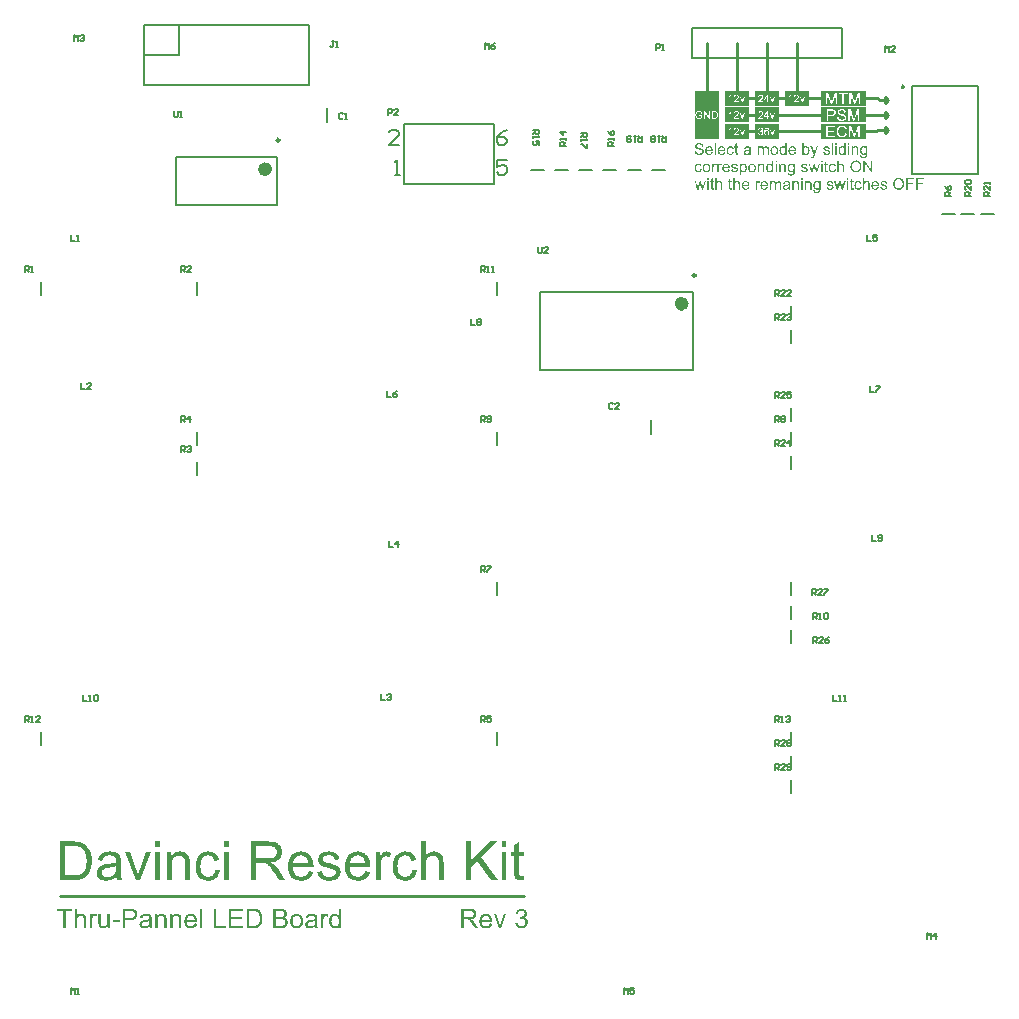
<source format=gto>
G04 Layer_Color=65535*
%FSLAX25Y25*%
%MOIN*%
G70*
G01*
G75*
%ADD16C,0.00800*%
%ADD17C,0.01000*%
%ADD29C,0.00984*%
%ADD30C,0.02362*%
%ADD31C,0.00787*%
%ADD32C,0.00500*%
%ADD33C,0.00700*%
G36*
X515102Y586522D02*
X513019D01*
Y585323D01*
X514821D01*
Y584872D01*
X513019D01*
Y583129D01*
X512510D01*
Y586973D01*
X515102D01*
Y586522D01*
D02*
G37*
G36*
X518378D02*
X516295D01*
Y585323D01*
X518097D01*
Y584872D01*
X516295D01*
Y583129D01*
X515786D01*
Y586973D01*
X518378D01*
Y586522D01*
D02*
G37*
G36*
X498581Y585598D02*
X498587Y585604D01*
X498599Y585615D01*
X498616Y585633D01*
X498640Y585656D01*
X498675Y585685D01*
X498710Y585721D01*
X498757Y585750D01*
X498809Y585791D01*
X498868Y585826D01*
X498926Y585855D01*
X499073Y585920D01*
X499149Y585943D01*
X499231Y585960D01*
X499318Y585972D01*
X499412Y585978D01*
X499465D01*
X499523Y585972D01*
X499593Y585960D01*
X499675Y585949D01*
X499763Y585925D01*
X499857Y585896D01*
X499944Y585855D01*
X499956Y585849D01*
X499979Y585832D01*
X500020Y585803D01*
X500073Y585767D01*
X500126Y585721D01*
X500178Y585662D01*
X500231Y585592D01*
X500272Y585516D01*
X500278Y585504D01*
X500289Y585475D01*
X500301Y585428D01*
X500324Y585358D01*
X500342Y585270D01*
X500354Y585159D01*
X500365Y585036D01*
X500371Y584890D01*
Y583129D01*
X499897D01*
Y584896D01*
Y584902D01*
Y584913D01*
Y584931D01*
Y584954D01*
X499892Y585013D01*
X499880Y585095D01*
X499857Y585177D01*
X499833Y585258D01*
X499792Y585340D01*
X499740Y585410D01*
X499734Y585416D01*
X499710Y585434D01*
X499675Y585463D01*
X499628Y585493D01*
X499570Y585522D01*
X499494Y585551D01*
X499412Y585569D01*
X499312Y585574D01*
X499277D01*
X499236Y585569D01*
X499184Y585563D01*
X499125Y585545D01*
X499055Y585528D01*
X498985Y585498D01*
X498915Y585463D01*
X498909Y585457D01*
X498885Y585446D01*
X498856Y585416D01*
X498815Y585387D01*
X498774Y585340D01*
X498728Y585293D01*
X498692Y585229D01*
X498657Y585165D01*
X498651Y585159D01*
X498646Y585130D01*
X498634Y585089D01*
X498622Y585030D01*
X498605Y584954D01*
X498593Y584867D01*
X498587Y584767D01*
X498581Y584650D01*
Y583129D01*
X498107D01*
Y586973D01*
X498581D01*
Y585598D01*
D02*
G37*
G36*
X478007Y583129D02*
X477533D01*
Y585914D01*
X478007D01*
Y583129D01*
D02*
G37*
G36*
X493217D02*
X492743D01*
Y585914D01*
X493217D01*
Y583129D01*
D02*
G37*
G36*
X487209Y585972D02*
X487285Y585966D01*
X487378Y585955D01*
X487472Y585937D01*
X487571Y585914D01*
X487665Y585879D01*
X487671D01*
X487677Y585873D01*
X487706Y585861D01*
X487753Y585838D01*
X487806Y585814D01*
X487864Y585773D01*
X487928Y585732D01*
X487987Y585680D01*
X488034Y585621D01*
X488039Y585615D01*
X488051Y585592D01*
X488075Y585557D01*
X488104Y585510D01*
X488127Y585452D01*
X488157Y585375D01*
X488180Y585293D01*
X488203Y585200D01*
X487741Y585136D01*
Y585147D01*
X487735Y585171D01*
X487724Y585212D01*
X487706Y585258D01*
X487683Y585311D01*
X487647Y585364D01*
X487607Y585422D01*
X487554Y585469D01*
X487548Y585475D01*
X487525Y585487D01*
X487490Y585510D01*
X487443Y585533D01*
X487384Y585551D01*
X487308Y585574D01*
X487226Y585586D01*
X487127Y585592D01*
X487074D01*
X487016Y585586D01*
X486946Y585580D01*
X486869Y585563D01*
X486794Y585545D01*
X486717Y585516D01*
X486659Y585481D01*
X486653Y585475D01*
X486635Y585463D01*
X486618Y585440D01*
X486594Y585410D01*
X486565Y585375D01*
X486548Y585329D01*
X486530Y585282D01*
X486524Y585229D01*
Y585223D01*
Y585212D01*
X486530Y585194D01*
Y585171D01*
X486548Y585118D01*
X486577Y585060D01*
X486583Y585054D01*
X486589Y585048D01*
X486624Y585019D01*
X486647Y584995D01*
X486677Y584978D01*
X486717Y584954D01*
X486758Y584937D01*
X486764D01*
X486776Y584931D01*
X486799Y584925D01*
X486840Y584913D01*
X486893Y584896D01*
X486969Y584872D01*
X487063Y584849D01*
X487115Y584831D01*
X487180Y584814D01*
X487185D01*
X487203Y584808D01*
X487226Y584802D01*
X487261Y584790D01*
X487302Y584779D01*
X487349Y584767D01*
X487455Y584738D01*
X487571Y584703D01*
X487688Y584662D01*
X487794Y584627D01*
X487841Y584609D01*
X487882Y584592D01*
X487893Y584586D01*
X487917Y584574D01*
X487952Y584556D01*
X487993Y584533D01*
X488045Y584498D01*
X488098Y584451D01*
X488145Y584404D01*
X488192Y584346D01*
X488198Y584340D01*
X488209Y584317D01*
X488227Y584281D01*
X488250Y584235D01*
X488273Y584176D01*
X488291Y584106D01*
X488303Y584030D01*
X488309Y583942D01*
Y583930D01*
Y583901D01*
X488303Y583854D01*
X488291Y583802D01*
X488273Y583732D01*
X488250Y583656D01*
X488215Y583579D01*
X488168Y583498D01*
X488162Y583486D01*
X488145Y583462D01*
X488110Y583427D01*
X488063Y583381D01*
X488010Y583328D01*
X487940Y583275D01*
X487858Y583223D01*
X487765Y583176D01*
X487753Y583170D01*
X487718Y583158D01*
X487665Y583141D01*
X487595Y583123D01*
X487507Y583100D01*
X487408Y583082D01*
X487297Y583071D01*
X487180Y583065D01*
X487127D01*
X487092Y583071D01*
X487045D01*
X486992Y583076D01*
X486869Y583094D01*
X486735Y583117D01*
X486600Y583158D01*
X486466Y583211D01*
X486407Y583246D01*
X486349Y583287D01*
X486343D01*
X486337Y583299D01*
X486302Y583328D01*
X486255Y583381D01*
X486197Y583457D01*
X486138Y583550D01*
X486080Y583667D01*
X486027Y583802D01*
X485992Y583960D01*
X486460Y584036D01*
Y584030D01*
Y584024D01*
X486466Y583989D01*
X486483Y583936D01*
X486501Y583872D01*
X486530Y583802D01*
X486565Y583732D01*
X486618Y583661D01*
X486677Y583597D01*
X486682Y583591D01*
X486712Y583574D01*
X486753Y583550D01*
X486805Y583527D01*
X486881Y583498D01*
X486963Y583474D01*
X487068Y583457D01*
X487180Y583451D01*
X487232D01*
X487291Y583457D01*
X487361Y583468D01*
X487443Y583480D01*
X487525Y583503D01*
X487601Y583539D01*
X487665Y583579D01*
X487671Y583585D01*
X487688Y583603D01*
X487718Y583632D01*
X487747Y583667D01*
X487770Y583714D01*
X487800Y583773D01*
X487817Y583831D01*
X487823Y583895D01*
Y583901D01*
Y583925D01*
X487817Y583948D01*
X487806Y583989D01*
X487788Y584024D01*
X487765Y584071D01*
X487729Y584112D01*
X487683Y584147D01*
X487677Y584153D01*
X487659Y584159D01*
X487630Y584170D01*
X487583Y584194D01*
X487519Y584211D01*
X487437Y584240D01*
X487384Y584258D01*
X487332Y584270D01*
X487267Y584287D01*
X487197Y584305D01*
X487191D01*
X487174Y584311D01*
X487150Y584317D01*
X487115Y584328D01*
X487068Y584340D01*
X487022Y584352D01*
X486910Y584387D01*
X486794Y584422D01*
X486671Y584457D01*
X486559Y584498D01*
X486513Y584515D01*
X486472Y584533D01*
X486466Y584539D01*
X486437Y584551D01*
X486402Y584574D01*
X486361Y584603D01*
X486308Y584638D01*
X486261Y584685D01*
X486208Y584738D01*
X486167Y584796D01*
X486162Y584802D01*
X486150Y584826D01*
X486138Y584861D01*
X486121Y584907D01*
X486097Y584960D01*
X486086Y585024D01*
X486074Y585095D01*
X486068Y585171D01*
Y585177D01*
Y585200D01*
X486074Y585241D01*
X486080Y585282D01*
X486086Y585334D01*
X486103Y585393D01*
X486121Y585457D01*
X486150Y585516D01*
X486156Y585522D01*
X486167Y585545D01*
X486185Y585574D01*
X486214Y585609D01*
X486243Y585650D01*
X486284Y585691D01*
X486331Y585738D01*
X486384Y585779D01*
X486390Y585785D01*
X486407Y585791D01*
X486431Y585808D01*
X486466Y585826D01*
X486507Y585849D01*
X486559Y585873D01*
X486618Y585896D01*
X486682Y585920D01*
X486694D01*
X486717Y585931D01*
X486753Y585937D01*
X486805Y585949D01*
X486869Y585960D01*
X486934Y585966D01*
X487010Y585978D01*
X487144D01*
X487209Y585972D01*
D02*
G37*
G36*
X505104D02*
X505180Y585966D01*
X505274Y585955D01*
X505367Y585937D01*
X505467Y585914D01*
X505560Y585879D01*
X505566D01*
X505572Y585873D01*
X505601Y585861D01*
X505648Y585838D01*
X505701Y585814D01*
X505759Y585773D01*
X505824Y585732D01*
X505882Y585680D01*
X505929Y585621D01*
X505935Y585615D01*
X505946Y585592D01*
X505970Y585557D01*
X505999Y585510D01*
X506022Y585452D01*
X506052Y585375D01*
X506075Y585293D01*
X506098Y585200D01*
X505636Y585136D01*
Y585147D01*
X505630Y585171D01*
X505619Y585212D01*
X505601Y585258D01*
X505578Y585311D01*
X505543Y585364D01*
X505502Y585422D01*
X505449Y585469D01*
X505443Y585475D01*
X505420Y585487D01*
X505385Y585510D01*
X505338Y585533D01*
X505279Y585551D01*
X505203Y585574D01*
X505122Y585586D01*
X505022Y585592D01*
X504969D01*
X504911Y585586D01*
X504841Y585580D01*
X504765Y585563D01*
X504689Y585545D01*
X504613Y585516D01*
X504554Y585481D01*
X504548Y585475D01*
X504531Y585463D01*
X504513Y585440D01*
X504490Y585410D01*
X504460Y585375D01*
X504443Y585329D01*
X504425Y585282D01*
X504420Y585229D01*
Y585223D01*
Y585212D01*
X504425Y585194D01*
Y585171D01*
X504443Y585118D01*
X504472Y585060D01*
X504478Y585054D01*
X504484Y585048D01*
X504519Y585019D01*
X504542Y584995D01*
X504572Y584978D01*
X504613Y584954D01*
X504654Y584937D01*
X504659D01*
X504671Y584931D01*
X504694Y584925D01*
X504735Y584913D01*
X504788Y584896D01*
X504864Y584872D01*
X504958Y584849D01*
X505010Y584831D01*
X505075Y584814D01*
X505081D01*
X505098Y584808D01*
X505122Y584802D01*
X505157Y584790D01*
X505197Y584779D01*
X505244Y584767D01*
X505350Y584738D01*
X505467Y584703D01*
X505584Y584662D01*
X505689Y584627D01*
X505736Y584609D01*
X505777Y584592D01*
X505788Y584586D01*
X505812Y584574D01*
X505847Y584556D01*
X505888Y584533D01*
X505940Y584498D01*
X505993Y584451D01*
X506040Y584404D01*
X506087Y584346D01*
X506093Y584340D01*
X506104Y584317D01*
X506122Y584281D01*
X506145Y584235D01*
X506169Y584176D01*
X506186Y584106D01*
X506198Y584030D01*
X506204Y583942D01*
Y583930D01*
Y583901D01*
X506198Y583854D01*
X506186Y583802D01*
X506169Y583732D01*
X506145Y583656D01*
X506110Y583579D01*
X506063Y583498D01*
X506058Y583486D01*
X506040Y583462D01*
X506005Y583427D01*
X505958Y583381D01*
X505905Y583328D01*
X505835Y583275D01*
X505753Y583223D01*
X505660Y583176D01*
X505648Y583170D01*
X505613Y583158D01*
X505560Y583141D01*
X505490Y583123D01*
X505402Y583100D01*
X505303Y583082D01*
X505192Y583071D01*
X505075Y583065D01*
X505022D01*
X504987Y583071D01*
X504940D01*
X504887Y583076D01*
X504765Y583094D01*
X504630Y583117D01*
X504496Y583158D01*
X504361Y583211D01*
X504303Y583246D01*
X504244Y583287D01*
X504238D01*
X504232Y583299D01*
X504197Y583328D01*
X504150Y583381D01*
X504092Y583457D01*
X504033Y583550D01*
X503975Y583667D01*
X503922Y583802D01*
X503887Y583960D01*
X504355Y584036D01*
Y584030D01*
Y584024D01*
X504361Y583989D01*
X504379Y583936D01*
X504396Y583872D01*
X504425Y583802D01*
X504460Y583732D01*
X504513Y583661D01*
X504572Y583597D01*
X504577Y583591D01*
X504607Y583574D01*
X504648Y583550D01*
X504700Y583527D01*
X504776Y583498D01*
X504858Y583474D01*
X504964Y583457D01*
X505075Y583451D01*
X505127D01*
X505186Y583457D01*
X505256Y583468D01*
X505338Y583480D01*
X505420Y583503D01*
X505496Y583539D01*
X505560Y583579D01*
X505566Y583585D01*
X505584Y583603D01*
X505613Y583632D01*
X505642Y583667D01*
X505665Y583714D01*
X505695Y583773D01*
X505712Y583831D01*
X505718Y583895D01*
Y583901D01*
Y583925D01*
X505712Y583948D01*
X505701Y583989D01*
X505683Y584024D01*
X505660Y584071D01*
X505625Y584112D01*
X505578Y584147D01*
X505572Y584153D01*
X505554Y584159D01*
X505525Y584170D01*
X505478Y584194D01*
X505414Y584211D01*
X505332Y584240D01*
X505279Y584258D01*
X505227Y584270D01*
X505162Y584287D01*
X505092Y584305D01*
X505086D01*
X505069Y584311D01*
X505045Y584317D01*
X505010Y584328D01*
X504964Y584340D01*
X504917Y584352D01*
X504806Y584387D01*
X504689Y584422D01*
X504566Y584457D01*
X504455Y584498D01*
X504408Y584515D01*
X504367Y584533D01*
X504361Y584539D01*
X504332Y584551D01*
X504297Y584574D01*
X504256Y584603D01*
X504203Y584638D01*
X504156Y584685D01*
X504104Y584738D01*
X504063Y584796D01*
X504057Y584802D01*
X504045Y584826D01*
X504033Y584861D01*
X504016Y584907D01*
X503993Y584960D01*
X503981Y585024D01*
X503969Y585095D01*
X503963Y585171D01*
Y585177D01*
Y585200D01*
X503969Y585241D01*
X503975Y585282D01*
X503981Y585334D01*
X503998Y585393D01*
X504016Y585457D01*
X504045Y585516D01*
X504051Y585522D01*
X504063Y585545D01*
X504080Y585574D01*
X504109Y585609D01*
X504139Y585650D01*
X504180Y585691D01*
X504226Y585738D01*
X504279Y585779D01*
X504285Y585785D01*
X504303Y585791D01*
X504326Y585808D01*
X504361Y585826D01*
X504402Y585849D01*
X504455Y585873D01*
X504513Y585896D01*
X504577Y585920D01*
X504589D01*
X504613Y585931D01*
X504648Y585937D01*
X504700Y585949D01*
X504765Y585960D01*
X504829Y585966D01*
X504905Y585978D01*
X505040D01*
X505104Y585972D01*
D02*
G37*
G36*
X496622D02*
X496662D01*
X496703Y585966D01*
X496809Y585949D01*
X496926Y585920D01*
X497054Y585879D01*
X497177Y585820D01*
X497288Y585744D01*
X497294D01*
X497300Y585732D01*
X497335Y585703D01*
X497382Y585650D01*
X497440Y585580D01*
X497505Y585487D01*
X497563Y585375D01*
X497616Y585241D01*
X497657Y585095D01*
X497201Y585024D01*
Y585030D01*
X497195Y585036D01*
X497189Y585071D01*
X497171Y585118D01*
X497148Y585182D01*
X497113Y585253D01*
X497072Y585323D01*
X497025Y585387D01*
X496967Y585446D01*
X496961Y585452D01*
X496937Y585469D01*
X496902Y585493D01*
X496855Y585522D01*
X496797Y585545D01*
X496733Y585569D01*
X496651Y585586D01*
X496569Y585592D01*
X496534D01*
X496510Y585586D01*
X496446Y585580D01*
X496364Y585563D01*
X496270Y585528D01*
X496177Y585481D01*
X496077Y585422D01*
X496031Y585381D01*
X495990Y585334D01*
X495978Y585323D01*
X495972Y585305D01*
X495955Y585288D01*
X495937Y585258D01*
X495919Y585223D01*
X495902Y585182D01*
X495884Y585136D01*
X495861Y585083D01*
X495843Y585024D01*
X495826Y584954D01*
X495808Y584884D01*
X495791Y584802D01*
X495785Y584714D01*
X495773Y584621D01*
Y584521D01*
Y584515D01*
Y584498D01*
Y584469D01*
X495779Y584428D01*
Y584381D01*
X495785Y584328D01*
X495802Y584211D01*
X495826Y584077D01*
X495861Y583936D01*
X495914Y583813D01*
X495949Y583755D01*
X495984Y583702D01*
X495996Y583691D01*
X496025Y583661D01*
X496072Y583620D01*
X496136Y583579D01*
X496212Y583533D01*
X496311Y583492D01*
X496417Y583462D01*
X496475Y583457D01*
X496539Y583451D01*
X496586D01*
X496639Y583462D01*
X496703Y583474D01*
X496773Y583492D01*
X496855Y583521D01*
X496932Y583562D01*
X497002Y583620D01*
X497008Y583626D01*
X497031Y583656D01*
X497066Y583691D01*
X497101Y583749D01*
X497142Y583825D01*
X497183Y583913D01*
X497218Y584024D01*
X497242Y584147D01*
X497704Y584083D01*
Y584077D01*
X497698Y584059D01*
X497692Y584036D01*
X497686Y584007D01*
X497674Y583966D01*
X497663Y583919D01*
X497628Y583808D01*
X497575Y583691D01*
X497505Y583562D01*
X497417Y583445D01*
X497312Y583334D01*
X497306D01*
X497300Y583322D01*
X497283Y583310D01*
X497259Y583293D01*
X497224Y583269D01*
X497189Y583246D01*
X497101Y583199D01*
X496990Y583152D01*
X496855Y583106D01*
X496709Y583076D01*
X496627Y583071D01*
X496545Y583065D01*
X496493D01*
X496452Y583071D01*
X496405Y583076D01*
X496347Y583082D01*
X496288Y583094D01*
X496218Y583111D01*
X496072Y583152D01*
X495996Y583188D01*
X495919Y583223D01*
X495843Y583264D01*
X495773Y583310D01*
X495703Y583369D01*
X495633Y583433D01*
X495627Y583439D01*
X495615Y583451D01*
X495604Y583474D01*
X495580Y583503D01*
X495551Y583544D01*
X495522Y583591D01*
X495492Y583644D01*
X495463Y583708D01*
X495428Y583778D01*
X495399Y583860D01*
X495369Y583948D01*
X495340Y584048D01*
X495317Y584147D01*
X495305Y584264D01*
X495294Y584381D01*
X495288Y584510D01*
Y584515D01*
Y584527D01*
Y584556D01*
Y584586D01*
X495294Y584627D01*
Y584668D01*
X495305Y584779D01*
X495323Y584902D01*
X495352Y585030D01*
X495387Y585171D01*
X495434Y585299D01*
Y585305D01*
X495440Y585317D01*
X495451Y585334D01*
X495463Y585358D01*
X495498Y585416D01*
X495545Y585493D01*
X495609Y585574D01*
X495685Y585656D01*
X495779Y585738D01*
X495884Y585808D01*
X495890D01*
X495896Y585814D01*
X495914Y585826D01*
X495937Y585838D01*
X496001Y585861D01*
X496083Y585896D01*
X496177Y585925D01*
X496294Y585955D01*
X496417Y585972D01*
X496545Y585978D01*
X496592D01*
X496622Y585972D01*
D02*
G37*
G36*
X444943Y583129D02*
X444457D01*
X444018Y584790D01*
X443907Y585270D01*
X443340Y583129D01*
X442837D01*
X442000Y585914D01*
X442497D01*
X442936Y584305D01*
X443094Y583708D01*
Y583714D01*
X443100Y583726D01*
X443106Y583749D01*
X443112Y583767D01*
X443117Y583796D01*
X443123Y583825D01*
X443135Y583866D01*
X443147Y583913D01*
X443158Y583966D01*
X443176Y584030D01*
X443193Y584106D01*
X443217Y584188D01*
X443240Y584281D01*
X443685Y585914D01*
X444165D01*
X444586Y584293D01*
X444720Y583761D01*
X444878Y584299D01*
X445364Y585914D01*
X445820D01*
X444943Y583129D01*
D02*
G37*
G36*
X491468D02*
X490982D01*
X490543Y584790D01*
X490432Y585270D01*
X489865Y583129D01*
X489362D01*
X488525Y585914D01*
X489022D01*
X489461Y584305D01*
X489619Y583708D01*
Y583714D01*
X489625Y583726D01*
X489631Y583749D01*
X489637Y583767D01*
X489642Y583796D01*
X489648Y583825D01*
X489660Y583866D01*
X489672Y583913D01*
X489683Y583966D01*
X489701Y584030D01*
X489718Y584106D01*
X489742Y584188D01*
X489765Y584281D01*
X490210Y585914D01*
X490690D01*
X491111Y584293D01*
X491245Y583761D01*
X491403Y584299D01*
X491889Y585914D01*
X492345D01*
X491468Y583129D01*
D02*
G37*
G36*
X472859Y585972D02*
X472941Y585966D01*
X473034Y585955D01*
X473134Y585943D01*
X473227Y585920D01*
X473315Y585890D01*
X473327Y585884D01*
X473350Y585879D01*
X473391Y585855D01*
X473438Y585832D01*
X473490Y585803D01*
X473549Y585767D01*
X473596Y585726D01*
X473643Y585680D01*
X473649Y585674D01*
X473660Y585656D01*
X473678Y585633D01*
X473701Y585592D01*
X473725Y585545D01*
X473748Y585493D01*
X473771Y585428D01*
X473789Y585358D01*
Y585352D01*
X473795Y585334D01*
X473801Y585305D01*
X473806Y585258D01*
Y585200D01*
X473812Y585124D01*
X473818Y585036D01*
Y584925D01*
Y584293D01*
Y584287D01*
Y584264D01*
Y584229D01*
Y584188D01*
Y584135D01*
Y584077D01*
X473824Y583942D01*
Y583796D01*
X473830Y583661D01*
X473836Y583597D01*
Y583544D01*
X473842Y583498D01*
X473847Y583457D01*
Y583451D01*
X473853Y583427D01*
X473859Y583392D01*
X473871Y583351D01*
X473888Y583305D01*
X473912Y583246D01*
X473964Y583129D01*
X473473D01*
X473467Y583135D01*
X473461Y583152D01*
X473450Y583188D01*
X473432Y583228D01*
X473415Y583281D01*
X473403Y583340D01*
X473391Y583404D01*
X473379Y583480D01*
X473368Y583468D01*
X473333Y583445D01*
X473286Y583404D01*
X473216Y583357D01*
X473139Y583299D01*
X473052Y583246D01*
X472964Y583199D01*
X472870Y583158D01*
X472859Y583152D01*
X472829Y583147D01*
X472783Y583129D01*
X472718Y583111D01*
X472636Y583094D01*
X472549Y583082D01*
X472455Y583071D01*
X472350Y583065D01*
X472309D01*
X472274Y583071D01*
X472239D01*
X472192Y583076D01*
X472092Y583094D01*
X471975Y583117D01*
X471864Y583158D01*
X471747Y583211D01*
X471648Y583287D01*
X471636Y583299D01*
X471607Y583328D01*
X471572Y583375D01*
X471525Y583445D01*
X471478Y583527D01*
X471443Y583620D01*
X471414Y583737D01*
X471402Y583860D01*
Y583872D01*
Y583895D01*
X471408Y583936D01*
X471414Y583983D01*
X471425Y584042D01*
X471437Y584106D01*
X471461Y584170D01*
X471490Y584235D01*
X471496Y584240D01*
X471507Y584264D01*
X471525Y584293D01*
X471554Y584334D01*
X471589Y584375D01*
X471636Y584422D01*
X471683Y584463D01*
X471735Y584504D01*
X471741Y584510D01*
X471765Y584521D01*
X471794Y584539D01*
X471835Y584562D01*
X471888Y584592D01*
X471940Y584615D01*
X472005Y584638D01*
X472075Y584662D01*
X472081D01*
X472104Y584668D01*
X472133Y584673D01*
X472180Y584685D01*
X472239Y584697D01*
X472315Y584709D01*
X472397Y584720D01*
X472496Y584732D01*
X472502D01*
X472519Y584738D01*
X472549D01*
X472590Y584744D01*
X472636Y584750D01*
X472689Y584755D01*
X472818Y584779D01*
X472952Y584802D01*
X473093Y584826D01*
X473227Y584861D01*
X473286Y584878D01*
X473339Y584896D01*
Y584902D01*
Y584913D01*
X473344Y584948D01*
Y584989D01*
Y585007D01*
Y585019D01*
Y585024D01*
Y585030D01*
Y585065D01*
X473339Y585118D01*
X473327Y585177D01*
X473309Y585241D01*
X473286Y585311D01*
X473256Y585370D01*
X473210Y585422D01*
X473204Y585428D01*
X473175Y585446D01*
X473134Y585475D01*
X473075Y585504D01*
X472999Y585533D01*
X472906Y585563D01*
X472794Y585580D01*
X472672Y585586D01*
X472619D01*
X472560Y585580D01*
X472484Y585574D01*
X472402Y585557D01*
X472326Y585539D01*
X472245Y585510D01*
X472180Y585469D01*
X472174Y585463D01*
X472157Y585446D01*
X472127Y585416D01*
X472092Y585375D01*
X472051Y585317D01*
X472016Y585247D01*
X471975Y585159D01*
X471946Y585060D01*
X471484Y585124D01*
Y585130D01*
X471490Y585136D01*
X471496Y585171D01*
X471513Y585223D01*
X471531Y585293D01*
X471560Y585370D01*
X471595Y585446D01*
X471636Y585528D01*
X471689Y585598D01*
X471695Y585604D01*
X471718Y585627D01*
X471747Y585662D01*
X471794Y585703D01*
X471852Y585744D01*
X471929Y585791D01*
X472011Y585838D01*
X472104Y585879D01*
X472110D01*
X472116Y585884D01*
X472133Y585890D01*
X472151Y585896D01*
X472209Y585908D01*
X472286Y585931D01*
X472379Y585949D01*
X472484Y585960D01*
X472607Y585972D01*
X472736Y585978D01*
X472794D01*
X472859Y585972D01*
D02*
G37*
G36*
X510082Y587031D02*
X510129D01*
X510188Y587025D01*
X510246Y587013D01*
X510316Y587008D01*
X510463Y586973D01*
X510626Y586926D01*
X510790Y586867D01*
X510872Y586826D01*
X510954Y586779D01*
X510960D01*
X510971Y586768D01*
X510995Y586756D01*
X511024Y586733D01*
X511059Y586709D01*
X511100Y586674D01*
X511194Y586598D01*
X511299Y586499D01*
X511410Y586376D01*
X511510Y586235D01*
X511603Y586072D01*
Y586066D01*
X511615Y586048D01*
X511627Y586025D01*
X511638Y585990D01*
X511656Y585949D01*
X511673Y585896D01*
X511697Y585838D01*
X511720Y585773D01*
X511738Y585697D01*
X511761Y585621D01*
X511796Y585446D01*
X511820Y585253D01*
X511832Y585042D01*
Y585036D01*
Y585019D01*
Y584983D01*
X511826Y584943D01*
Y584890D01*
X511820Y584831D01*
X511814Y584767D01*
X511802Y584691D01*
X511773Y584527D01*
X511732Y584352D01*
X511673Y584170D01*
X511592Y583995D01*
Y583989D01*
X511580Y583977D01*
X511568Y583954D01*
X511551Y583919D01*
X511521Y583884D01*
X511492Y583837D01*
X511422Y583737D01*
X511328Y583626D01*
X511211Y583509D01*
X511077Y583398D01*
X510925Y583299D01*
X510919D01*
X510907Y583287D01*
X510884Y583275D01*
X510849Y583264D01*
X510808Y583246D01*
X510761Y583223D01*
X510708Y583205D01*
X510644Y583182D01*
X510509Y583141D01*
X510351Y583100D01*
X510176Y583076D01*
X509995Y583065D01*
X509942D01*
X509901Y583071D01*
X509854D01*
X509801Y583076D01*
X509737Y583088D01*
X509667Y583100D01*
X509521Y583129D01*
X509357Y583176D01*
X509187Y583240D01*
X509105Y583275D01*
X509023Y583322D01*
X509018Y583328D01*
X509006Y583334D01*
X508983Y583351D01*
X508953Y583369D01*
X508918Y583398D01*
X508877Y583427D01*
X508784Y583509D01*
X508678Y583615D01*
X508567Y583732D01*
X508468Y583878D01*
X508374Y584036D01*
Y584042D01*
X508362Y584059D01*
X508357Y584083D01*
X508339Y584118D01*
X508322Y584159D01*
X508304Y584205D01*
X508286Y584264D01*
X508269Y584328D01*
X508245Y584399D01*
X508228Y584469D01*
X508193Y584632D01*
X508169Y584808D01*
X508158Y584995D01*
Y585007D01*
Y585036D01*
X508163Y585089D01*
Y585153D01*
X508175Y585235D01*
X508187Y585329D01*
X508199Y585428D01*
X508222Y585545D01*
X508251Y585662D01*
X508281Y585785D01*
X508322Y585908D01*
X508374Y586031D01*
X508433Y586154D01*
X508497Y586276D01*
X508579Y586387D01*
X508667Y586493D01*
X508673Y586499D01*
X508690Y586516D01*
X508719Y586545D01*
X508760Y586581D01*
X508813Y586622D01*
X508871Y586662D01*
X508942Y586715D01*
X509023Y586768D01*
X509117Y586814D01*
X509216Y586867D01*
X509328Y586908D01*
X509445Y586955D01*
X509567Y586984D01*
X509702Y587013D01*
X509848Y587031D01*
X509995Y587037D01*
X510047D01*
X510082Y587031D01*
D02*
G37*
G36*
X447961Y585914D02*
X448435D01*
Y585545D01*
X447961D01*
Y583913D01*
Y583907D01*
Y583884D01*
Y583849D01*
X447967Y583808D01*
X447973Y583720D01*
X447979Y583685D01*
X447985Y583656D01*
X447990Y583644D01*
X448002Y583620D01*
X448026Y583591D01*
X448061Y583562D01*
X448072Y583556D01*
X448102Y583550D01*
X448154Y583539D01*
X448224Y583533D01*
X448283D01*
X448312Y583539D01*
X448347D01*
X448435Y583550D01*
X448499Y583135D01*
X448488D01*
X448464Y583129D01*
X448429Y583123D01*
X448377Y583117D01*
X448324Y583106D01*
X448265Y583100D01*
X448142Y583094D01*
X448102D01*
X448055Y583100D01*
X447996Y583106D01*
X447932Y583111D01*
X447862Y583129D01*
X447797Y583147D01*
X447739Y583170D01*
X447733Y583176D01*
X447715Y583188D01*
X447692Y583205D01*
X447663Y583228D01*
X447628Y583258D01*
X447598Y583293D01*
X447563Y583334D01*
X447540Y583381D01*
Y583386D01*
X447534Y583410D01*
X447522Y583445D01*
X447517Y583503D01*
X447505Y583579D01*
X447499Y583620D01*
X447493Y583673D01*
Y583732D01*
X447487Y583796D01*
Y583866D01*
Y583942D01*
Y585545D01*
X447136D01*
Y585914D01*
X447487D01*
Y586598D01*
X447961Y586885D01*
Y585914D01*
D02*
G37*
G36*
X502325Y585972D02*
X502372Y585966D01*
X502430Y585960D01*
X502489Y585949D01*
X502559Y585931D01*
X502700Y585884D01*
X502776Y585855D01*
X502852Y585814D01*
X502928Y585773D01*
X503004Y585721D01*
X503074Y585662D01*
X503144Y585592D01*
X503150Y585586D01*
X503162Y585574D01*
X503179Y585551D01*
X503203Y585522D01*
X503226Y585481D01*
X503255Y585434D01*
X503290Y585381D01*
X503326Y585317D01*
X503355Y585241D01*
X503390Y585165D01*
X503419Y585077D01*
X503448Y584978D01*
X503466Y584878D01*
X503483Y584767D01*
X503495Y584650D01*
X503501Y584521D01*
Y584515D01*
Y584492D01*
Y584451D01*
X503495Y584399D01*
X501424D01*
Y584393D01*
Y584381D01*
X501430Y584352D01*
Y584323D01*
X501436Y584281D01*
X501442Y584240D01*
X501465Y584135D01*
X501500Y584024D01*
X501541Y583907D01*
X501606Y583790D01*
X501682Y583691D01*
X501693Y583679D01*
X501723Y583656D01*
X501775Y583615D01*
X501840Y583574D01*
X501927Y583527D01*
X502027Y583486D01*
X502138Y583462D01*
X502261Y583451D01*
X502308D01*
X502354Y583457D01*
X502413Y583468D01*
X502483Y583486D01*
X502559Y583509D01*
X502635Y583539D01*
X502705Y583585D01*
X502711Y583591D01*
X502735Y583615D01*
X502770Y583644D01*
X502811Y583697D01*
X502857Y583755D01*
X502904Y583831D01*
X502951Y583925D01*
X502998Y584030D01*
X503483Y583966D01*
Y583960D01*
X503478Y583948D01*
X503472Y583925D01*
X503460Y583895D01*
X503448Y583860D01*
X503431Y583819D01*
X503384Y583720D01*
X503326Y583615D01*
X503255Y583503D01*
X503162Y583392D01*
X503056Y583299D01*
X503051D01*
X503045Y583287D01*
X503027Y583275D01*
X502998Y583264D01*
X502969Y583246D01*
X502934Y583223D01*
X502893Y583205D01*
X502840Y583182D01*
X502729Y583141D01*
X502589Y583100D01*
X502436Y583076D01*
X502261Y583065D01*
X502202D01*
X502161Y583071D01*
X502109Y583076D01*
X502050Y583082D01*
X501986Y583094D01*
X501910Y583111D01*
X501758Y583158D01*
X501676Y583188D01*
X501600Y583223D01*
X501518Y583264D01*
X501442Y583316D01*
X501366Y583375D01*
X501296Y583439D01*
X501290Y583445D01*
X501278Y583457D01*
X501261Y583480D01*
X501243Y583509D01*
X501214Y583544D01*
X501185Y583591D01*
X501149Y583650D01*
X501120Y583714D01*
X501085Y583784D01*
X501050Y583860D01*
X501021Y583948D01*
X500997Y584042D01*
X500974Y584141D01*
X500956Y584252D01*
X500945Y584369D01*
X500939Y584492D01*
Y584498D01*
Y584521D01*
Y584562D01*
X500945Y584609D01*
X500950Y584668D01*
X500956Y584738D01*
X500968Y584814D01*
X500985Y584896D01*
X501026Y585071D01*
X501056Y585159D01*
X501091Y585253D01*
X501132Y585340D01*
X501179Y585428D01*
X501231Y585510D01*
X501296Y585586D01*
X501301Y585592D01*
X501313Y585604D01*
X501331Y585621D01*
X501360Y585650D01*
X501395Y585680D01*
X501442Y585709D01*
X501489Y585744D01*
X501547Y585785D01*
X501612Y585820D01*
X501682Y585855D01*
X501758Y585884D01*
X501846Y585920D01*
X501933Y585943D01*
X502027Y585960D01*
X502126Y585972D01*
X502232Y585978D01*
X502284D01*
X502325Y585972D01*
D02*
G37*
G36*
X459082D02*
X459129Y585966D01*
X459187Y585960D01*
X459246Y585949D01*
X459316Y585931D01*
X459456Y585884D01*
X459532Y585855D01*
X459609Y585814D01*
X459685Y585773D01*
X459761Y585721D01*
X459831Y585662D01*
X459901Y585592D01*
X459907Y585586D01*
X459918Y585574D01*
X459936Y585551D01*
X459960Y585522D01*
X459983Y585481D01*
X460012Y585434D01*
X460047Y585381D01*
X460082Y585317D01*
X460112Y585241D01*
X460147Y585165D01*
X460176Y585077D01*
X460205Y584978D01*
X460223Y584878D01*
X460240Y584767D01*
X460252Y584650D01*
X460258Y584521D01*
Y584515D01*
Y584492D01*
Y584451D01*
X460252Y584399D01*
X458181D01*
Y584393D01*
Y584381D01*
X458187Y584352D01*
Y584323D01*
X458193Y584281D01*
X458199Y584240D01*
X458222Y584135D01*
X458257Y584024D01*
X458298Y583907D01*
X458362Y583790D01*
X458438Y583691D01*
X458450Y583679D01*
X458479Y583656D01*
X458532Y583615D01*
X458597Y583574D01*
X458684Y583527D01*
X458784Y583486D01*
X458895Y583462D01*
X459018Y583451D01*
X459064D01*
X459111Y583457D01*
X459170Y583468D01*
X459240Y583486D01*
X459316Y583509D01*
X459392Y583539D01*
X459462Y583585D01*
X459468Y583591D01*
X459491Y583615D01*
X459527Y583644D01*
X459568Y583697D01*
X459614Y583755D01*
X459661Y583831D01*
X459708Y583925D01*
X459755Y584030D01*
X460240Y583966D01*
Y583960D01*
X460234Y583948D01*
X460229Y583925D01*
X460217Y583895D01*
X460205Y583860D01*
X460188Y583819D01*
X460141Y583720D01*
X460082Y583615D01*
X460012Y583503D01*
X459918Y583392D01*
X459813Y583299D01*
X459807D01*
X459802Y583287D01*
X459784Y583275D01*
X459755Y583264D01*
X459726Y583246D01*
X459690Y583223D01*
X459649Y583205D01*
X459597Y583182D01*
X459486Y583141D01*
X459345Y583100D01*
X459193Y583076D01*
X459018Y583065D01*
X458959D01*
X458918Y583071D01*
X458865Y583076D01*
X458807Y583082D01*
X458743Y583094D01*
X458667Y583111D01*
X458514Y583158D01*
X458433Y583188D01*
X458357Y583223D01*
X458275Y583264D01*
X458199Y583316D01*
X458123Y583375D01*
X458052Y583439D01*
X458047Y583445D01*
X458035Y583457D01*
X458017Y583480D01*
X458000Y583509D01*
X457971Y583544D01*
X457941Y583591D01*
X457906Y583650D01*
X457877Y583714D01*
X457842Y583784D01*
X457807Y583860D01*
X457778Y583948D01*
X457754Y584042D01*
X457731Y584141D01*
X457713Y584252D01*
X457701Y584369D01*
X457696Y584492D01*
Y584498D01*
Y584521D01*
Y584562D01*
X457701Y584609D01*
X457707Y584668D01*
X457713Y584738D01*
X457725Y584814D01*
X457742Y584896D01*
X457783Y585071D01*
X457813Y585159D01*
X457848Y585253D01*
X457889Y585340D01*
X457935Y585428D01*
X457988Y585510D01*
X458052Y585586D01*
X458058Y585592D01*
X458070Y585604D01*
X458087Y585621D01*
X458117Y585650D01*
X458152Y585680D01*
X458199Y585709D01*
X458245Y585744D01*
X458304Y585785D01*
X458368Y585820D01*
X458438Y585855D01*
X458514Y585884D01*
X458602Y585920D01*
X458690Y585943D01*
X458784Y585960D01*
X458883Y585972D01*
X458988Y585978D01*
X459041D01*
X459082Y585972D01*
D02*
G37*
G36*
X465342D02*
X465388Y585966D01*
X465447Y585960D01*
X465505Y585949D01*
X465576Y585931D01*
X465716Y585884D01*
X465792Y585855D01*
X465868Y585814D01*
X465944Y585773D01*
X466020Y585721D01*
X466090Y585662D01*
X466160Y585592D01*
X466166Y585586D01*
X466178Y585574D01*
X466196Y585551D01*
X466219Y585522D01*
X466242Y585481D01*
X466272Y585434D01*
X466307Y585381D01*
X466342Y585317D01*
X466371Y585241D01*
X466406Y585165D01*
X466435Y585077D01*
X466465Y584978D01*
X466482Y584878D01*
X466500Y584767D01*
X466511Y584650D01*
X466517Y584521D01*
Y584515D01*
Y584492D01*
Y584451D01*
X466511Y584399D01*
X464441D01*
Y584393D01*
Y584381D01*
X464446Y584352D01*
Y584323D01*
X464452Y584281D01*
X464458Y584240D01*
X464481Y584135D01*
X464517Y584024D01*
X464558Y583907D01*
X464622Y583790D01*
X464698Y583691D01*
X464710Y583679D01*
X464739Y583656D01*
X464792Y583615D01*
X464856Y583574D01*
X464944Y583527D01*
X465043Y583486D01*
X465154Y583462D01*
X465277Y583451D01*
X465324D01*
X465371Y583457D01*
X465429Y583468D01*
X465499Y583486D01*
X465576Y583509D01*
X465652Y583539D01*
X465722Y583585D01*
X465728Y583591D01*
X465751Y583615D01*
X465786Y583644D01*
X465827Y583697D01*
X465874Y583755D01*
X465921Y583831D01*
X465968Y583925D01*
X466014Y584030D01*
X466500Y583966D01*
Y583960D01*
X466494Y583948D01*
X466488Y583925D01*
X466476Y583895D01*
X466465Y583860D01*
X466447Y583819D01*
X466400Y583720D01*
X466342Y583615D01*
X466272Y583503D01*
X466178Y583392D01*
X466073Y583299D01*
X466067D01*
X466061Y583287D01*
X466044Y583275D01*
X466014Y583264D01*
X465985Y583246D01*
X465950Y583223D01*
X465909Y583205D01*
X465856Y583182D01*
X465745Y583141D01*
X465605Y583100D01*
X465453Y583076D01*
X465277Y583065D01*
X465219D01*
X465178Y583071D01*
X465125Y583076D01*
X465067Y583082D01*
X465002Y583094D01*
X464926Y583111D01*
X464774Y583158D01*
X464692Y583188D01*
X464616Y583223D01*
X464534Y583264D01*
X464458Y583316D01*
X464382Y583375D01*
X464312Y583439D01*
X464306Y583445D01*
X464294Y583457D01*
X464277Y583480D01*
X464259Y583509D01*
X464230Y583544D01*
X464201Y583591D01*
X464166Y583650D01*
X464136Y583714D01*
X464101Y583784D01*
X464066Y583860D01*
X464037Y583948D01*
X464014Y584042D01*
X463990Y584141D01*
X463973Y584252D01*
X463961Y584369D01*
X463955Y584492D01*
Y584498D01*
Y584521D01*
Y584562D01*
X463961Y584609D01*
X463967Y584668D01*
X463973Y584738D01*
X463984Y584814D01*
X464002Y584896D01*
X464043Y585071D01*
X464072Y585159D01*
X464107Y585253D01*
X464148Y585340D01*
X464195Y585428D01*
X464248Y585510D01*
X464312Y585586D01*
X464318Y585592D01*
X464329Y585604D01*
X464347Y585621D01*
X464376Y585650D01*
X464411Y585680D01*
X464458Y585709D01*
X464505Y585744D01*
X464564Y585785D01*
X464628Y585820D01*
X464698Y585855D01*
X464774Y585884D01*
X464862Y585920D01*
X464950Y585943D01*
X465043Y585960D01*
X465143Y585972D01*
X465248Y585978D01*
X465301D01*
X465342Y585972D01*
D02*
G37*
G36*
X449371Y585598D02*
X449377Y585604D01*
X449389Y585615D01*
X449406Y585633D01*
X449430Y585656D01*
X449465Y585685D01*
X449500Y585721D01*
X449546Y585750D01*
X449599Y585791D01*
X449658Y585826D01*
X449716Y585855D01*
X449862Y585920D01*
X449938Y585943D01*
X450020Y585960D01*
X450108Y585972D01*
X450202Y585978D01*
X450254D01*
X450313Y585972D01*
X450383Y585960D01*
X450465Y585949D01*
X450553Y585925D01*
X450646Y585896D01*
X450734Y585855D01*
X450746Y585849D01*
X450769Y585832D01*
X450810Y585803D01*
X450863Y585767D01*
X450915Y585721D01*
X450968Y585662D01*
X451021Y585592D01*
X451062Y585516D01*
X451067Y585504D01*
X451079Y585475D01*
X451091Y585428D01*
X451114Y585358D01*
X451132Y585270D01*
X451144Y585159D01*
X451155Y585036D01*
X451161Y584890D01*
Y583129D01*
X450687D01*
Y584896D01*
Y584902D01*
Y584913D01*
Y584931D01*
Y584954D01*
X450681Y585013D01*
X450670Y585095D01*
X450646Y585177D01*
X450623Y585258D01*
X450582Y585340D01*
X450529Y585410D01*
X450523Y585416D01*
X450500Y585434D01*
X450465Y585463D01*
X450418Y585493D01*
X450360Y585522D01*
X450284Y585551D01*
X450202Y585569D01*
X450102Y585574D01*
X450067D01*
X450026Y585569D01*
X449973Y585563D01*
X449915Y585545D01*
X449845Y585528D01*
X449775Y585498D01*
X449704Y585463D01*
X449699Y585457D01*
X449675Y585446D01*
X449646Y585416D01*
X449605Y585387D01*
X449564Y585340D01*
X449517Y585293D01*
X449482Y585229D01*
X449447Y585165D01*
X449441Y585159D01*
X449435Y585130D01*
X449424Y585089D01*
X449412Y585030D01*
X449394Y584954D01*
X449383Y584867D01*
X449377Y584767D01*
X449371Y584650D01*
Y583129D01*
X448897D01*
Y586973D01*
X449371D01*
Y585598D01*
D02*
G37*
G36*
X455338D02*
X455344Y585604D01*
X455356Y585615D01*
X455373Y585633D01*
X455397Y585656D01*
X455432Y585685D01*
X455467Y585721D01*
X455513Y585750D01*
X455566Y585791D01*
X455625Y585826D01*
X455683Y585855D01*
X455829Y585920D01*
X455905Y585943D01*
X455987Y585960D01*
X456075Y585972D01*
X456169Y585978D01*
X456221D01*
X456280Y585972D01*
X456350Y585960D01*
X456432Y585949D01*
X456520Y585925D01*
X456613Y585896D01*
X456701Y585855D01*
X456713Y585849D01*
X456736Y585832D01*
X456777Y585803D01*
X456830Y585767D01*
X456882Y585721D01*
X456935Y585662D01*
X456988Y585592D01*
X457029Y585516D01*
X457034Y585504D01*
X457046Y585475D01*
X457058Y585428D01*
X457081Y585358D01*
X457099Y585270D01*
X457111Y585159D01*
X457122Y585036D01*
X457128Y584890D01*
Y583129D01*
X456654D01*
Y584896D01*
Y584902D01*
Y584913D01*
Y584931D01*
Y584954D01*
X456648Y585013D01*
X456637Y585095D01*
X456613Y585177D01*
X456590Y585258D01*
X456549Y585340D01*
X456496Y585410D01*
X456490Y585416D01*
X456467Y585434D01*
X456432Y585463D01*
X456385Y585493D01*
X456327Y585522D01*
X456251Y585551D01*
X456169Y585569D01*
X456069Y585574D01*
X456034D01*
X455993Y585569D01*
X455940Y585563D01*
X455882Y585545D01*
X455812Y585528D01*
X455742Y585498D01*
X455672Y585463D01*
X455666Y585457D01*
X455642Y585446D01*
X455613Y585416D01*
X455572Y585387D01*
X455531Y585340D01*
X455484Y585293D01*
X455449Y585229D01*
X455414Y585165D01*
X455408Y585159D01*
X455402Y585130D01*
X455391Y585089D01*
X455379Y585030D01*
X455361Y584954D01*
X455350Y584867D01*
X455344Y584767D01*
X455338Y584650D01*
Y583129D01*
X454864D01*
Y586973D01*
X455338D01*
Y585598D01*
D02*
G37*
G36*
X446692Y583129D02*
X446218D01*
Y585914D01*
X446692D01*
Y583129D01*
D02*
G37*
G36*
X453928Y585914D02*
X454402D01*
Y585545D01*
X453928D01*
Y583913D01*
Y583907D01*
Y583884D01*
Y583849D01*
X453934Y583808D01*
X453940Y583720D01*
X453946Y583685D01*
X453952Y583656D01*
X453957Y583644D01*
X453969Y583620D01*
X453993Y583591D01*
X454028Y583562D01*
X454039Y583556D01*
X454069Y583550D01*
X454121Y583539D01*
X454191Y583533D01*
X454250D01*
X454279Y583539D01*
X454314D01*
X454402Y583550D01*
X454466Y583135D01*
X454455D01*
X454431Y583129D01*
X454396Y583123D01*
X454344Y583117D01*
X454291Y583106D01*
X454232Y583100D01*
X454109Y583094D01*
X454069D01*
X454022Y583100D01*
X453963Y583106D01*
X453899Y583111D01*
X453829Y583129D01*
X453764Y583147D01*
X453706Y583170D01*
X453700Y583176D01*
X453682Y583188D01*
X453659Y583205D01*
X453630Y583228D01*
X453595Y583258D01*
X453565Y583293D01*
X453530Y583334D01*
X453507Y583381D01*
Y583386D01*
X453501Y583410D01*
X453489Y583445D01*
X453484Y583503D01*
X453472Y583579D01*
X453466Y583620D01*
X453460Y583673D01*
Y583732D01*
X453454Y583796D01*
Y583866D01*
Y583942D01*
Y585545D01*
X453103D01*
Y585914D01*
X453454D01*
Y586598D01*
X453928Y586885D01*
Y585914D01*
D02*
G37*
G36*
X494486D02*
X494960D01*
Y585545D01*
X494486D01*
Y583913D01*
Y583907D01*
Y583884D01*
Y583849D01*
X494492Y583808D01*
X494498Y583720D01*
X494504Y583685D01*
X494510Y583656D01*
X494515Y583644D01*
X494527Y583620D01*
X494551Y583591D01*
X494586Y583562D01*
X494597Y583556D01*
X494627Y583550D01*
X494679Y583539D01*
X494749Y583533D01*
X494808D01*
X494837Y583539D01*
X494872D01*
X494960Y583550D01*
X495024Y583135D01*
X495013D01*
X494989Y583129D01*
X494954Y583123D01*
X494902Y583117D01*
X494849Y583106D01*
X494790Y583100D01*
X494668Y583094D01*
X494627D01*
X494580Y583100D01*
X494521Y583106D01*
X494457Y583111D01*
X494387Y583129D01*
X494322Y583147D01*
X494264Y583170D01*
X494258Y583176D01*
X494241Y583188D01*
X494217Y583205D01*
X494188Y583228D01*
X494153Y583258D01*
X494124Y583293D01*
X494088Y583334D01*
X494065Y583381D01*
Y583386D01*
X494059Y583410D01*
X494047Y583445D01*
X494042Y583503D01*
X494030Y583579D01*
X494024Y583620D01*
X494018Y583673D01*
Y583732D01*
X494012Y583796D01*
Y583866D01*
Y583942D01*
Y585545D01*
X493661D01*
Y585914D01*
X494012D01*
Y586598D01*
X494486Y586885D01*
Y585914D01*
D02*
G37*
G36*
X470080Y585972D02*
X470115D01*
X470156Y585966D01*
X470244Y585949D01*
X470349Y585920D01*
X470454Y585879D01*
X470554Y585820D01*
X470647Y585744D01*
X470659Y585732D01*
X470682Y585703D01*
X470718Y585644D01*
X470764Y585569D01*
X470805Y585469D01*
X470841Y585352D01*
X470864Y585206D01*
X470876Y585124D01*
Y585036D01*
Y583129D01*
X470402D01*
Y584878D01*
Y584884D01*
Y584890D01*
Y584925D01*
Y584978D01*
X470396Y585036D01*
X470384Y585171D01*
X470372Y585235D01*
X470355Y585288D01*
Y585293D01*
X470343Y585311D01*
X470331Y585334D01*
X470314Y585364D01*
X470291Y585393D01*
X470261Y585428D01*
X470226Y585463D01*
X470185Y585493D01*
X470179Y585498D01*
X470162Y585504D01*
X470139Y585516D01*
X470109Y585533D01*
X470068Y585545D01*
X470016Y585557D01*
X469963Y585563D01*
X469905Y585569D01*
X469858D01*
X469799Y585557D01*
X469735Y585545D01*
X469659Y585522D01*
X469577Y585487D01*
X469489Y585434D01*
X469413Y585370D01*
X469407Y585358D01*
X469384Y585334D01*
X469355Y585288D01*
X469319Y585218D01*
X469278Y585130D01*
X469249Y585024D01*
X469226Y584896D01*
X469220Y584744D01*
Y583129D01*
X468746D01*
Y584937D01*
Y584943D01*
Y584948D01*
Y584966D01*
Y584989D01*
X468740Y585048D01*
X468735Y585112D01*
X468717Y585194D01*
X468699Y585270D01*
X468670Y585346D01*
X468629Y585410D01*
X468623Y585416D01*
X468606Y585434D01*
X468582Y585463D01*
X468541Y585493D01*
X468489Y585516D01*
X468424Y585545D01*
X468348Y585563D01*
X468255Y585569D01*
X468220D01*
X468185Y585563D01*
X468132Y585557D01*
X468079Y585545D01*
X468015Y585522D01*
X467951Y585498D01*
X467886Y585463D01*
X467880Y585457D01*
X467857Y585446D01*
X467828Y585416D01*
X467793Y585387D01*
X467752Y585340D01*
X467711Y585288D01*
X467676Y585223D01*
X467640Y585153D01*
X467635Y585141D01*
X467629Y585118D01*
X467617Y585071D01*
X467605Y585007D01*
X467588Y584925D01*
X467576Y584826D01*
X467570Y584709D01*
X467564Y584574D01*
Y583129D01*
X467091D01*
Y585914D01*
X467512D01*
Y585522D01*
X467518Y585533D01*
X467535Y585557D01*
X467564Y585592D01*
X467605Y585639D01*
X467652Y585691D01*
X467711Y585744D01*
X467781Y585803D01*
X467857Y585849D01*
X467869Y585855D01*
X467898Y585867D01*
X467945Y585890D01*
X468003Y585914D01*
X468079Y585937D01*
X468161Y585960D01*
X468261Y585972D01*
X468360Y585978D01*
X468413D01*
X468471Y585972D01*
X468541Y585960D01*
X468617Y585949D01*
X468705Y585925D01*
X468787Y585890D01*
X468863Y585849D01*
X468875Y585844D01*
X468898Y585826D01*
X468933Y585797D01*
X468974Y585756D01*
X469021Y585703D01*
X469068Y585644D01*
X469109Y585569D01*
X469144Y585487D01*
X469150Y585493D01*
X469162Y585510D01*
X469179Y585533D01*
X469203Y585563D01*
X469238Y585604D01*
X469278Y585644D01*
X469325Y585685D01*
X469378Y585732D01*
X469437Y585779D01*
X469501Y585820D01*
X469653Y585902D01*
X469735Y585931D01*
X469823Y585955D01*
X469910Y585972D01*
X470010Y585978D01*
X470051D01*
X470080Y585972D01*
D02*
G37*
G36*
X490028Y591403D02*
X490034Y591409D01*
X490046Y591421D01*
X490064Y591438D01*
X490087Y591462D01*
X490122Y591491D01*
X490157Y591526D01*
X490204Y591555D01*
X490257Y591596D01*
X490315Y591631D01*
X490374Y591661D01*
X490520Y591725D01*
X490596Y591748D01*
X490678Y591766D01*
X490766Y591778D01*
X490859Y591784D01*
X490912D01*
X490970Y591778D01*
X491041Y591766D01*
X491122Y591754D01*
X491210Y591731D01*
X491304Y591702D01*
X491392Y591661D01*
X491403Y591655D01*
X491427Y591637D01*
X491468Y591608D01*
X491520Y591573D01*
X491573Y591526D01*
X491626Y591468D01*
X491678Y591397D01*
X491719Y591321D01*
X491725Y591310D01*
X491737Y591280D01*
X491748Y591234D01*
X491772Y591163D01*
X491789Y591076D01*
X491801Y590965D01*
X491813Y590842D01*
X491819Y590695D01*
Y588935D01*
X491345D01*
Y590701D01*
Y590707D01*
Y590719D01*
Y590736D01*
Y590760D01*
X491339Y590818D01*
X491327Y590900D01*
X491304Y590982D01*
X491280Y591064D01*
X491240Y591146D01*
X491187Y591216D01*
X491181Y591222D01*
X491157Y591240D01*
X491122Y591269D01*
X491076Y591298D01*
X491017Y591327D01*
X490941Y591357D01*
X490859Y591374D01*
X490760Y591380D01*
X490725D01*
X490684Y591374D01*
X490631Y591368D01*
X490573Y591351D01*
X490502Y591333D01*
X490432Y591304D01*
X490362Y591269D01*
X490356Y591263D01*
X490333Y591251D01*
X490303Y591222D01*
X490263Y591193D01*
X490222Y591146D01*
X490175Y591099D01*
X490140Y591035D01*
X490105Y590970D01*
X490099Y590965D01*
X490093Y590935D01*
X490081Y590894D01*
X490069Y590836D01*
X490052Y590760D01*
X490040Y590672D01*
X490034Y590573D01*
X490028Y590456D01*
Y588935D01*
X489555D01*
Y592778D01*
X490028D01*
Y591403D01*
D02*
G37*
G36*
X482915Y588935D02*
X482429D01*
X481991Y590596D01*
X481879Y591076D01*
X481312Y588935D01*
X480809D01*
X479972Y591719D01*
X480470D01*
X480908Y590110D01*
X481066Y589514D01*
Y589520D01*
X481072Y589531D01*
X481078Y589555D01*
X481084Y589572D01*
X481090Y589602D01*
X481096Y589631D01*
X481107Y589672D01*
X481119Y589718D01*
X481131Y589771D01*
X481148Y589836D01*
X481166Y589912D01*
X481189Y589993D01*
X481213Y590087D01*
X481657Y591719D01*
X482137D01*
X482558Y590099D01*
X482693Y589566D01*
X482851Y590105D01*
X483336Y591719D01*
X483792D01*
X482915Y588935D01*
D02*
G37*
G36*
X484664D02*
X484190D01*
Y591719D01*
X484664D01*
Y588935D01*
D02*
G37*
G36*
X485933Y591719D02*
X486407D01*
Y591351D01*
X485933D01*
Y589718D01*
Y589713D01*
Y589689D01*
Y589654D01*
X485939Y589613D01*
X485945Y589525D01*
X485951Y589490D01*
X485957Y589461D01*
X485963Y589449D01*
X485974Y589426D01*
X485998Y589397D01*
X486033Y589367D01*
X486045Y589362D01*
X486074Y589356D01*
X486127Y589344D01*
X486197Y589338D01*
X486255D01*
X486284Y589344D01*
X486320D01*
X486407Y589356D01*
X486472Y588940D01*
X486460D01*
X486437Y588935D01*
X486402Y588929D01*
X486349Y588923D01*
X486296Y588911D01*
X486238Y588905D01*
X486115Y588900D01*
X486074D01*
X486027Y588905D01*
X485969Y588911D01*
X485904Y588917D01*
X485834Y588935D01*
X485770Y588952D01*
X485711Y588975D01*
X485705Y588981D01*
X485688Y588993D01*
X485664Y589011D01*
X485635Y589034D01*
X485600Y589063D01*
X485571Y589098D01*
X485536Y589139D01*
X485512Y589186D01*
Y589192D01*
X485506Y589215D01*
X485495Y589251D01*
X485489Y589309D01*
X485477Y589385D01*
X485471Y589426D01*
X485465Y589479D01*
Y589537D01*
X485460Y589602D01*
Y589672D01*
Y589748D01*
Y591351D01*
X485109D01*
Y591719D01*
X485460D01*
Y592404D01*
X485933Y592690D01*
Y591719D01*
D02*
G37*
G36*
X469454Y588935D02*
X468980D01*
Y591719D01*
X469454D01*
Y588935D01*
D02*
G37*
G36*
X455385Y591778D02*
X455461Y591772D01*
X455554Y591760D01*
X455648Y591743D01*
X455748Y591719D01*
X455841Y591684D01*
X455847D01*
X455853Y591678D01*
X455882Y591667D01*
X455929Y591643D01*
X455981Y591620D01*
X456040Y591579D01*
X456104Y591538D01*
X456163Y591485D01*
X456210Y591427D01*
X456215Y591421D01*
X456227Y591397D01*
X456251Y591362D01*
X456280Y591316D01*
X456303Y591257D01*
X456332Y591181D01*
X456356Y591099D01*
X456379Y591006D01*
X455917Y590941D01*
Y590953D01*
X455911Y590976D01*
X455900Y591017D01*
X455882Y591064D01*
X455859Y591117D01*
X455824Y591169D01*
X455783Y591228D01*
X455730Y591275D01*
X455724Y591280D01*
X455701Y591292D01*
X455666Y591316D01*
X455619Y591339D01*
X455560Y591357D01*
X455484Y591380D01*
X455402Y591392D01*
X455303Y591397D01*
X455250D01*
X455192Y591392D01*
X455122Y591386D01*
X455046Y591368D01*
X454969Y591351D01*
X454893Y591321D01*
X454835Y591286D01*
X454829Y591280D01*
X454811Y591269D01*
X454794Y591245D01*
X454771Y591216D01*
X454741Y591181D01*
X454724Y591134D01*
X454706Y591087D01*
X454700Y591035D01*
Y591029D01*
Y591017D01*
X454706Y591000D01*
Y590976D01*
X454724Y590924D01*
X454753Y590865D01*
X454759Y590859D01*
X454765Y590853D01*
X454800Y590824D01*
X454823Y590801D01*
X454852Y590783D01*
X454893Y590760D01*
X454934Y590742D01*
X454940D01*
X454952Y590736D01*
X454975Y590730D01*
X455016Y590719D01*
X455069Y590701D01*
X455145Y590678D01*
X455239Y590655D01*
X455291Y590637D01*
X455356Y590619D01*
X455361D01*
X455379Y590614D01*
X455402Y590608D01*
X455437Y590596D01*
X455478Y590584D01*
X455525Y590573D01*
X455630Y590543D01*
X455748Y590508D01*
X455864Y590467D01*
X455970Y590432D01*
X456017Y590415D01*
X456058Y590397D01*
X456069Y590391D01*
X456093Y590379D01*
X456128Y590362D01*
X456169Y590339D01*
X456221Y590304D01*
X456274Y590257D01*
X456321Y590210D01*
X456368Y590151D01*
X456373Y590145D01*
X456385Y590122D01*
X456403Y590087D01*
X456426Y590040D01*
X456450Y589982D01*
X456467Y589912D01*
X456479Y589836D01*
X456485Y589748D01*
Y589736D01*
Y589707D01*
X456479Y589660D01*
X456467Y589607D01*
X456450Y589537D01*
X456426Y589461D01*
X456391Y589385D01*
X456344Y589303D01*
X456338Y589291D01*
X456321Y589268D01*
X456286Y589233D01*
X456239Y589186D01*
X456186Y589134D01*
X456116Y589081D01*
X456034Y589028D01*
X455940Y588981D01*
X455929Y588975D01*
X455894Y588964D01*
X455841Y588946D01*
X455771Y588929D01*
X455683Y588905D01*
X455584Y588888D01*
X455473Y588876D01*
X455356Y588870D01*
X455303D01*
X455268Y588876D01*
X455221D01*
X455168Y588882D01*
X455046Y588900D01*
X454911Y588923D01*
X454776Y588964D01*
X454642Y589016D01*
X454583Y589052D01*
X454525Y589092D01*
X454519D01*
X454513Y589104D01*
X454478Y589134D01*
X454431Y589186D01*
X454373Y589262D01*
X454314Y589356D01*
X454256Y589473D01*
X454203Y589607D01*
X454168Y589765D01*
X454636Y589841D01*
Y589836D01*
Y589830D01*
X454642Y589794D01*
X454659Y589742D01*
X454677Y589677D01*
X454706Y589607D01*
X454741Y589537D01*
X454794Y589467D01*
X454852Y589403D01*
X454858Y589397D01*
X454888Y589379D01*
X454928Y589356D01*
X454981Y589332D01*
X455057Y589303D01*
X455139Y589280D01*
X455244Y589262D01*
X455356Y589256D01*
X455408D01*
X455467Y589262D01*
X455537Y589274D01*
X455619Y589286D01*
X455701Y589309D01*
X455777Y589344D01*
X455841Y589385D01*
X455847Y589391D01*
X455864Y589408D01*
X455894Y589438D01*
X455923Y589473D01*
X455946Y589520D01*
X455976Y589578D01*
X455993Y589637D01*
X455999Y589701D01*
Y589707D01*
Y589730D01*
X455993Y589754D01*
X455981Y589794D01*
X455964Y589830D01*
X455940Y589876D01*
X455905Y589917D01*
X455859Y589953D01*
X455853Y589958D01*
X455835Y589964D01*
X455806Y589976D01*
X455759Y589999D01*
X455695Y590017D01*
X455613Y590046D01*
X455560Y590064D01*
X455508Y590075D01*
X455443Y590093D01*
X455373Y590110D01*
X455367D01*
X455350Y590116D01*
X455326Y590122D01*
X455291Y590134D01*
X455244Y590145D01*
X455198Y590157D01*
X455086Y590192D01*
X454969Y590227D01*
X454847Y590263D01*
X454736Y590304D01*
X454689Y590321D01*
X454648Y590339D01*
X454642Y590344D01*
X454613Y590356D01*
X454577Y590379D01*
X454536Y590409D01*
X454484Y590444D01*
X454437Y590491D01*
X454385Y590543D01*
X454344Y590602D01*
X454338Y590608D01*
X454326Y590631D01*
X454314Y590666D01*
X454297Y590713D01*
X454273Y590766D01*
X454262Y590830D01*
X454250Y590900D01*
X454244Y590976D01*
Y590982D01*
Y591006D01*
X454250Y591046D01*
X454256Y591087D01*
X454262Y591140D01*
X454279Y591198D01*
X454297Y591263D01*
X454326Y591321D01*
X454332Y591327D01*
X454344Y591351D01*
X454361Y591380D01*
X454390Y591415D01*
X454420Y591456D01*
X454460Y591497D01*
X454507Y591544D01*
X454560Y591585D01*
X454566Y591590D01*
X454583Y591596D01*
X454607Y591614D01*
X454642Y591631D01*
X454683Y591655D01*
X454736Y591678D01*
X454794Y591702D01*
X454858Y591725D01*
X454870D01*
X454893Y591737D01*
X454928Y591743D01*
X454981Y591754D01*
X455046Y591766D01*
X455110Y591772D01*
X455186Y591784D01*
X455320D01*
X455385Y591778D01*
D02*
G37*
G36*
X478656D02*
X478732Y591772D01*
X478826Y591760D01*
X478919Y591743D01*
X479019Y591719D01*
X479112Y591684D01*
X479118D01*
X479124Y591678D01*
X479153Y591667D01*
X479200Y591643D01*
X479253Y591620D01*
X479311Y591579D01*
X479376Y591538D01*
X479434Y591485D01*
X479481Y591427D01*
X479487Y591421D01*
X479498Y591397D01*
X479522Y591362D01*
X479551Y591316D01*
X479574Y591257D01*
X479604Y591181D01*
X479627Y591099D01*
X479651Y591006D01*
X479188Y590941D01*
Y590953D01*
X479183Y590976D01*
X479171Y591017D01*
X479153Y591064D01*
X479130Y591117D01*
X479095Y591169D01*
X479054Y591228D01*
X479001Y591275D01*
X478995Y591280D01*
X478972Y591292D01*
X478937Y591316D01*
X478890Y591339D01*
X478832Y591357D01*
X478756Y591380D01*
X478674Y591392D01*
X478574Y591397D01*
X478522D01*
X478463Y591392D01*
X478393Y591386D01*
X478317Y591368D01*
X478241Y591351D01*
X478165Y591321D01*
X478106Y591286D01*
X478100Y591280D01*
X478083Y591269D01*
X478065Y591245D01*
X478042Y591216D01*
X478013Y591181D01*
X477995Y591134D01*
X477978Y591087D01*
X477972Y591035D01*
Y591029D01*
Y591017D01*
X477978Y591000D01*
Y590976D01*
X477995Y590924D01*
X478024Y590865D01*
X478030Y590859D01*
X478036Y590853D01*
X478071Y590824D01*
X478094Y590801D01*
X478124Y590783D01*
X478165Y590760D01*
X478206Y590742D01*
X478211D01*
X478223Y590736D01*
X478247Y590730D01*
X478288Y590719D01*
X478340Y590701D01*
X478416Y590678D01*
X478510Y590655D01*
X478562Y590637D01*
X478627Y590619D01*
X478633D01*
X478650Y590614D01*
X478674Y590608D01*
X478709Y590596D01*
X478750Y590584D01*
X478796Y590573D01*
X478902Y590543D01*
X479019Y590508D01*
X479136Y590467D01*
X479241Y590432D01*
X479288Y590415D01*
X479329Y590397D01*
X479341Y590391D01*
X479364Y590379D01*
X479399Y590362D01*
X479440Y590339D01*
X479493Y590304D01*
X479545Y590257D01*
X479592Y590210D01*
X479639Y590151D01*
X479645Y590145D01*
X479657Y590122D01*
X479674Y590087D01*
X479697Y590040D01*
X479721Y589982D01*
X479738Y589912D01*
X479750Y589836D01*
X479756Y589748D01*
Y589736D01*
Y589707D01*
X479750Y589660D01*
X479738Y589607D01*
X479721Y589537D01*
X479697Y589461D01*
X479662Y589385D01*
X479615Y589303D01*
X479610Y589291D01*
X479592Y589268D01*
X479557Y589233D01*
X479510Y589186D01*
X479458Y589134D01*
X479387Y589081D01*
X479306Y589028D01*
X479212Y588981D01*
X479200Y588975D01*
X479165Y588964D01*
X479112Y588946D01*
X479042Y588929D01*
X478954Y588905D01*
X478855Y588888D01*
X478744Y588876D01*
X478627Y588870D01*
X478574D01*
X478539Y588876D01*
X478492D01*
X478440Y588882D01*
X478317Y588900D01*
X478182Y588923D01*
X478048Y588964D01*
X477913Y589016D01*
X477855Y589052D01*
X477796Y589092D01*
X477790D01*
X477784Y589104D01*
X477749Y589134D01*
X477703Y589186D01*
X477644Y589262D01*
X477586Y589356D01*
X477527Y589473D01*
X477474Y589607D01*
X477439Y589765D01*
X477907Y589841D01*
Y589836D01*
Y589830D01*
X477913Y589794D01*
X477931Y589742D01*
X477948Y589677D01*
X477978Y589607D01*
X478013Y589537D01*
X478065Y589467D01*
X478124Y589403D01*
X478130Y589397D01*
X478159Y589379D01*
X478200Y589356D01*
X478253Y589332D01*
X478329Y589303D01*
X478410Y589280D01*
X478516Y589262D01*
X478627Y589256D01*
X478680D01*
X478738Y589262D01*
X478808Y589274D01*
X478890Y589286D01*
X478972Y589309D01*
X479048Y589344D01*
X479112Y589385D01*
X479118Y589391D01*
X479136Y589408D01*
X479165Y589438D01*
X479194Y589473D01*
X479218Y589520D01*
X479247Y589578D01*
X479264Y589637D01*
X479270Y589701D01*
Y589707D01*
Y589730D01*
X479264Y589754D01*
X479253Y589794D01*
X479235Y589830D01*
X479212Y589876D01*
X479177Y589917D01*
X479130Y589953D01*
X479124Y589958D01*
X479107Y589964D01*
X479077Y589976D01*
X479031Y589999D01*
X478966Y590017D01*
X478884Y590046D01*
X478832Y590064D01*
X478779Y590075D01*
X478715Y590093D01*
X478644Y590110D01*
X478639D01*
X478621Y590116D01*
X478598Y590122D01*
X478562Y590134D01*
X478516Y590145D01*
X478469Y590157D01*
X478358Y590192D01*
X478241Y590227D01*
X478118Y590263D01*
X478007Y590304D01*
X477960Y590321D01*
X477919Y590339D01*
X477913Y590344D01*
X477884Y590356D01*
X477849Y590379D01*
X477808Y590409D01*
X477755Y590444D01*
X477708Y590491D01*
X477656Y590543D01*
X477615Y590602D01*
X477609Y590608D01*
X477597Y590631D01*
X477586Y590666D01*
X477568Y590713D01*
X477545Y590766D01*
X477533Y590830D01*
X477521Y590900D01*
X477515Y590976D01*
Y590982D01*
Y591006D01*
X477521Y591046D01*
X477527Y591087D01*
X477533Y591140D01*
X477551Y591198D01*
X477568Y591263D01*
X477597Y591321D01*
X477603Y591327D01*
X477615Y591351D01*
X477632Y591380D01*
X477662Y591415D01*
X477691Y591456D01*
X477732Y591497D01*
X477779Y591544D01*
X477831Y591585D01*
X477837Y591590D01*
X477855Y591596D01*
X477878Y591614D01*
X477913Y591631D01*
X477954Y591655D01*
X478007Y591678D01*
X478065Y591702D01*
X478130Y591725D01*
X478141D01*
X478165Y591737D01*
X478200Y591743D01*
X478253Y591754D01*
X478317Y591766D01*
X478381Y591772D01*
X478457Y591784D01*
X478592D01*
X478656Y591778D01*
D02*
G37*
G36*
X488069D02*
X488110D01*
X488151Y591772D01*
X488256Y591754D01*
X488373Y591725D01*
X488502Y591684D01*
X488624Y591626D01*
X488736Y591549D01*
X488741D01*
X488747Y591538D01*
X488782Y591509D01*
X488829Y591456D01*
X488888Y591386D01*
X488952Y591292D01*
X489011Y591181D01*
X489063Y591046D01*
X489104Y590900D01*
X488648Y590830D01*
Y590836D01*
X488642Y590842D01*
X488636Y590877D01*
X488619Y590924D01*
X488595Y590988D01*
X488560Y591058D01*
X488519Y591128D01*
X488472Y591193D01*
X488414Y591251D01*
X488408Y591257D01*
X488385Y591275D01*
X488349Y591298D01*
X488303Y591327D01*
X488244Y591351D01*
X488180Y591374D01*
X488098Y591392D01*
X488016Y591397D01*
X487981D01*
X487958Y591392D01*
X487893Y591386D01*
X487811Y591368D01*
X487718Y591333D01*
X487624Y591286D01*
X487525Y591228D01*
X487478Y591187D01*
X487437Y591140D01*
X487425Y591128D01*
X487419Y591111D01*
X487402Y591093D01*
X487384Y591064D01*
X487367Y591029D01*
X487349Y590988D01*
X487332Y590941D01*
X487308Y590889D01*
X487291Y590830D01*
X487273Y590760D01*
X487256Y590690D01*
X487238Y590608D01*
X487232Y590520D01*
X487220Y590426D01*
Y590327D01*
Y590321D01*
Y590304D01*
Y590274D01*
X487226Y590233D01*
Y590187D01*
X487232Y590134D01*
X487250Y590017D01*
X487273Y589882D01*
X487308Y589742D01*
X487361Y589619D01*
X487396Y589561D01*
X487431Y589508D01*
X487443Y589496D01*
X487472Y589467D01*
X487519Y589426D01*
X487583Y589385D01*
X487659Y589338D01*
X487759Y589297D01*
X487864Y589268D01*
X487922Y589262D01*
X487987Y589256D01*
X488034D01*
X488086Y589268D01*
X488151Y589280D01*
X488221Y589297D01*
X488303Y589326D01*
X488379Y589367D01*
X488449Y589426D01*
X488455Y589432D01*
X488478Y589461D01*
X488513Y589496D01*
X488548Y589555D01*
X488589Y589631D01*
X488630Y589718D01*
X488665Y589830D01*
X488689Y589953D01*
X489151Y589888D01*
Y589882D01*
X489145Y589865D01*
X489139Y589841D01*
X489133Y589812D01*
X489122Y589771D01*
X489110Y589724D01*
X489075Y589613D01*
X489022Y589496D01*
X488952Y589367D01*
X488864Y589251D01*
X488759Y589139D01*
X488753D01*
X488747Y589128D01*
X488730Y589116D01*
X488706Y589098D01*
X488671Y589075D01*
X488636Y589052D01*
X488548Y589005D01*
X488437Y588958D01*
X488303Y588911D01*
X488157Y588882D01*
X488075Y588876D01*
X487993Y588870D01*
X487940D01*
X487899Y588876D01*
X487852Y588882D01*
X487794Y588888D01*
X487735Y588900D01*
X487665Y588917D01*
X487519Y588958D01*
X487443Y588993D01*
X487367Y589028D01*
X487291Y589069D01*
X487220Y589116D01*
X487150Y589174D01*
X487080Y589239D01*
X487074Y589245D01*
X487063Y589256D01*
X487051Y589280D01*
X487028Y589309D01*
X486998Y589350D01*
X486969Y589397D01*
X486940Y589449D01*
X486910Y589514D01*
X486875Y589584D01*
X486846Y589666D01*
X486817Y589754D01*
X486788Y589853D01*
X486764Y589953D01*
X486753Y590069D01*
X486741Y590187D01*
X486735Y590315D01*
Y590321D01*
Y590333D01*
Y590362D01*
Y590391D01*
X486741Y590432D01*
Y590473D01*
X486753Y590584D01*
X486770Y590707D01*
X486799Y590836D01*
X486834Y590976D01*
X486881Y591105D01*
Y591111D01*
X486887Y591122D01*
X486899Y591140D01*
X486910Y591163D01*
X486946Y591222D01*
X486992Y591298D01*
X487057Y591380D01*
X487133Y591462D01*
X487226Y591544D01*
X487332Y591614D01*
X487337D01*
X487343Y591620D01*
X487361Y591631D01*
X487384Y591643D01*
X487449Y591667D01*
X487531Y591702D01*
X487624Y591731D01*
X487741Y591760D01*
X487864Y591778D01*
X487993Y591784D01*
X488039D01*
X488069Y591778D01*
D02*
G37*
G36*
X501284Y588935D02*
X500763D01*
X498745Y591953D01*
Y588935D01*
X498259D01*
Y592778D01*
X498774D01*
X500798Y589759D01*
Y592778D01*
X501284D01*
Y588935D01*
D02*
G37*
G36*
X443334Y591778D02*
X443375D01*
X443416Y591772D01*
X443521Y591754D01*
X443638Y591725D01*
X443767Y591684D01*
X443890Y591626D01*
X444001Y591549D01*
X444006D01*
X444012Y591538D01*
X444047Y591509D01*
X444094Y591456D01*
X444153Y591386D01*
X444217Y591292D01*
X444276Y591181D01*
X444328Y591046D01*
X444369Y590900D01*
X443913Y590830D01*
Y590836D01*
X443907Y590842D01*
X443901Y590877D01*
X443884Y590924D01*
X443860Y590988D01*
X443825Y591058D01*
X443784Y591128D01*
X443737Y591193D01*
X443679Y591251D01*
X443673Y591257D01*
X443650Y591275D01*
X443615Y591298D01*
X443568Y591327D01*
X443509Y591351D01*
X443445Y591374D01*
X443363Y591392D01*
X443281Y591397D01*
X443246D01*
X443223Y591392D01*
X443158Y591386D01*
X443076Y591368D01*
X442983Y591333D01*
X442889Y591286D01*
X442790Y591228D01*
X442743Y591187D01*
X442702Y591140D01*
X442690Y591128D01*
X442685Y591111D01*
X442667Y591093D01*
X442649Y591064D01*
X442632Y591029D01*
X442614Y590988D01*
X442597Y590941D01*
X442573Y590889D01*
X442556Y590830D01*
X442538Y590760D01*
X442521Y590690D01*
X442503Y590608D01*
X442497Y590520D01*
X442486Y590426D01*
Y590327D01*
Y590321D01*
Y590304D01*
Y590274D01*
X442491Y590233D01*
Y590187D01*
X442497Y590134D01*
X442515Y590017D01*
X442538Y589882D01*
X442573Y589742D01*
X442626Y589619D01*
X442661Y589561D01*
X442696Y589508D01*
X442708Y589496D01*
X442737Y589467D01*
X442784Y589426D01*
X442848Y589385D01*
X442924Y589338D01*
X443024Y589297D01*
X443129Y589268D01*
X443188Y589262D01*
X443252Y589256D01*
X443299D01*
X443351Y589268D01*
X443416Y589280D01*
X443486Y589297D01*
X443568Y589326D01*
X443644Y589367D01*
X443714Y589426D01*
X443720Y589432D01*
X443743Y589461D01*
X443778Y589496D01*
X443814Y589555D01*
X443854Y589631D01*
X443895Y589718D01*
X443930Y589830D01*
X443954Y589953D01*
X444416Y589888D01*
Y589882D01*
X444410Y589865D01*
X444404Y589841D01*
X444398Y589812D01*
X444387Y589771D01*
X444375Y589724D01*
X444340Y589613D01*
X444287Y589496D01*
X444217Y589367D01*
X444129Y589251D01*
X444024Y589139D01*
X444018D01*
X444012Y589128D01*
X443995Y589116D01*
X443971Y589098D01*
X443936Y589075D01*
X443901Y589052D01*
X443814Y589005D01*
X443702Y588958D01*
X443568Y588911D01*
X443422Y588882D01*
X443340Y588876D01*
X443258Y588870D01*
X443205D01*
X443164Y588876D01*
X443117Y588882D01*
X443059Y588888D01*
X443000Y588900D01*
X442930Y588917D01*
X442784Y588958D01*
X442708Y588993D01*
X442632Y589028D01*
X442556Y589069D01*
X442486Y589116D01*
X442415Y589174D01*
X442345Y589239D01*
X442339Y589245D01*
X442328Y589256D01*
X442316Y589280D01*
X442292Y589309D01*
X442263Y589350D01*
X442234Y589397D01*
X442205Y589449D01*
X442175Y589514D01*
X442140Y589584D01*
X442111Y589666D01*
X442082Y589754D01*
X442053Y589853D01*
X442029Y589953D01*
X442018Y590069D01*
X442006Y590187D01*
X442000Y590315D01*
Y590321D01*
Y590333D01*
Y590362D01*
Y590391D01*
X442006Y590432D01*
Y590473D01*
X442018Y590584D01*
X442035Y590707D01*
X442064Y590836D01*
X442099Y590976D01*
X442146Y591105D01*
Y591111D01*
X442152Y591122D01*
X442164Y591140D01*
X442175Y591163D01*
X442211Y591222D01*
X442257Y591298D01*
X442322Y591380D01*
X442398Y591462D01*
X442491Y591544D01*
X442597Y591614D01*
X442602D01*
X442608Y591620D01*
X442626Y591631D01*
X442649Y591643D01*
X442714Y591667D01*
X442796Y591702D01*
X442889Y591731D01*
X443006Y591760D01*
X443129Y591778D01*
X443258Y591784D01*
X443305D01*
X443334Y591778D01*
D02*
G37*
G36*
X495861Y592837D02*
X495908D01*
X495966Y592831D01*
X496025Y592819D01*
X496095Y592813D01*
X496241Y592778D01*
X496405Y592731D01*
X496569Y592673D01*
X496651Y592632D01*
X496733Y592585D01*
X496738D01*
X496750Y592573D01*
X496773Y592562D01*
X496803Y592538D01*
X496838Y592515D01*
X496879Y592480D01*
X496973Y592404D01*
X497078Y592304D01*
X497189Y592181D01*
X497288Y592041D01*
X497382Y591877D01*
Y591871D01*
X497394Y591854D01*
X497405Y591830D01*
X497417Y591795D01*
X497435Y591754D01*
X497452Y591702D01*
X497476Y591643D01*
X497499Y591579D01*
X497516Y591503D01*
X497540Y591427D01*
X497575Y591251D01*
X497598Y591058D01*
X497610Y590847D01*
Y590842D01*
Y590824D01*
Y590789D01*
X497604Y590748D01*
Y590695D01*
X497598Y590637D01*
X497593Y590573D01*
X497581Y590496D01*
X497552Y590333D01*
X497511Y590157D01*
X497452Y589976D01*
X497370Y589800D01*
Y589794D01*
X497359Y589783D01*
X497347Y589759D01*
X497329Y589724D01*
X497300Y589689D01*
X497271Y589642D01*
X497201Y589543D01*
X497107Y589432D01*
X496990Y589315D01*
X496855Y589204D01*
X496703Y589104D01*
X496698D01*
X496686Y589092D01*
X496662Y589081D01*
X496627Y589069D01*
X496586Y589052D01*
X496539Y589028D01*
X496487Y589011D01*
X496422Y588987D01*
X496288Y588946D01*
X496130Y588905D01*
X495955Y588882D01*
X495773Y588870D01*
X495721D01*
X495680Y588876D01*
X495633D01*
X495580Y588882D01*
X495516Y588894D01*
X495446Y588905D01*
X495299Y588935D01*
X495135Y588981D01*
X494966Y589046D01*
X494884Y589081D01*
X494802Y589128D01*
X494796Y589134D01*
X494785Y589139D01*
X494761Y589157D01*
X494732Y589174D01*
X494697Y589204D01*
X494656Y589233D01*
X494562Y589315D01*
X494457Y589420D01*
X494346Y589537D01*
X494246Y589683D01*
X494153Y589841D01*
Y589847D01*
X494141Y589865D01*
X494135Y589888D01*
X494118Y589923D01*
X494100Y589964D01*
X494082Y590011D01*
X494065Y590069D01*
X494047Y590134D01*
X494024Y590204D01*
X494006Y590274D01*
X493971Y590438D01*
X493948Y590614D01*
X493936Y590801D01*
Y590812D01*
Y590842D01*
X493942Y590894D01*
Y590959D01*
X493954Y591041D01*
X493965Y591134D01*
X493977Y591234D01*
X494001Y591351D01*
X494030Y591468D01*
X494059Y591590D01*
X494100Y591713D01*
X494153Y591836D01*
X494211Y591959D01*
X494276Y592082D01*
X494357Y592193D01*
X494445Y592298D01*
X494451Y592304D01*
X494469Y592322D01*
X494498Y592351D01*
X494539Y592386D01*
X494592Y592427D01*
X494650Y592468D01*
X494720Y592521D01*
X494802Y592573D01*
X494896Y592620D01*
X494995Y592673D01*
X495106Y592714D01*
X495223Y592761D01*
X495346Y592790D01*
X495481Y592819D01*
X495627Y592837D01*
X495773Y592842D01*
X495826D01*
X495861Y592837D01*
D02*
G37*
G36*
X446692Y586434D02*
X446218D01*
Y586973D01*
X446692D01*
Y586434D01*
D02*
G37*
G36*
X478007D02*
X477533D01*
Y586973D01*
X478007D01*
Y586434D01*
D02*
G37*
G36*
X480124Y585972D02*
X480183Y585966D01*
X480253Y585955D01*
X480335Y585937D01*
X480411Y585914D01*
X480493Y585884D01*
X480505Y585879D01*
X480528Y585867D01*
X480563Y585849D01*
X480610Y585820D01*
X480663Y585785D01*
X480715Y585744D01*
X480768Y585697D01*
X480809Y585644D01*
X480815Y585639D01*
X480827Y585621D01*
X480844Y585586D01*
X480867Y585545D01*
X480891Y585498D01*
X480914Y585440D01*
X480938Y585370D01*
X480955Y585299D01*
Y585293D01*
X480961Y585276D01*
X480967Y585241D01*
X480973Y585194D01*
Y585130D01*
X480978Y585048D01*
X480984Y584954D01*
Y584837D01*
Y583129D01*
X480511D01*
Y584820D01*
Y584826D01*
Y584831D01*
Y584867D01*
Y584919D01*
X480505Y584983D01*
X480499Y585048D01*
X480487Y585124D01*
X480470Y585188D01*
X480452Y585247D01*
Y585253D01*
X480440Y585270D01*
X480429Y585299D01*
X480411Y585329D01*
X480382Y585370D01*
X480347Y585405D01*
X480306Y585446D01*
X480259Y585481D01*
X480253Y585487D01*
X480236Y585493D01*
X480206Y585510D01*
X480165Y585528D01*
X480119Y585539D01*
X480060Y585557D01*
X480002Y585563D01*
X479931Y585569D01*
X479879D01*
X479826Y585557D01*
X479750Y585545D01*
X479668Y585522D01*
X479586Y585487D01*
X479493Y585440D01*
X479411Y585375D01*
X479399Y585364D01*
X479376Y585334D01*
X479341Y585288D01*
X479323Y585253D01*
X479306Y585212D01*
X479282Y585165D01*
X479264Y585112D01*
X479247Y585054D01*
X479229Y584989D01*
X479212Y584913D01*
X479206Y584831D01*
X479194Y584744D01*
Y584650D01*
Y583129D01*
X478720D01*
Y585914D01*
X479147D01*
Y585516D01*
X479153Y585522D01*
X479159Y585533D01*
X479177Y585557D01*
X479206Y585586D01*
X479235Y585621D01*
X479276Y585662D01*
X479317Y585703D01*
X479370Y585750D01*
X479434Y585791D01*
X479498Y585832D01*
X479569Y585873D01*
X479651Y585908D01*
X479733Y585937D01*
X479826Y585960D01*
X479926Y585972D01*
X480031Y585978D01*
X480072D01*
X480124Y585972D01*
D02*
G37*
G36*
X463434D02*
X463499Y585960D01*
X463569Y585937D01*
X463651Y585914D01*
X463739Y585873D01*
X463832Y585820D01*
X463663Y585387D01*
X463657Y585393D01*
X463633Y585405D01*
X463598Y585422D01*
X463557Y585440D01*
X463505Y585457D01*
X463446Y585475D01*
X463382Y585487D01*
X463317Y585493D01*
X463294D01*
X463265Y585487D01*
X463224Y585481D01*
X463183Y585469D01*
X463136Y585452D01*
X463089Y585428D01*
X463042Y585399D01*
X463037Y585393D01*
X463025Y585381D01*
X463001Y585358D01*
X462978Y585329D01*
X462949Y585293D01*
X462920Y585247D01*
X462896Y585194D01*
X462873Y585136D01*
X462867Y585124D01*
X462861Y585095D01*
X462849Y585042D01*
X462838Y584972D01*
X462820Y584890D01*
X462808Y584796D01*
X462803Y584697D01*
X462797Y584586D01*
Y583129D01*
X462323D01*
Y585914D01*
X462750D01*
Y585498D01*
X462756Y585504D01*
X462779Y585539D01*
X462808Y585592D01*
X462844Y585650D01*
X462890Y585715D01*
X462943Y585779D01*
X462990Y585838D01*
X463042Y585879D01*
X463048Y585884D01*
X463066Y585896D01*
X463095Y585908D01*
X463136Y585931D01*
X463177Y585949D01*
X463230Y585960D01*
X463288Y585972D01*
X463347Y585978D01*
X463388D01*
X463434Y585972D01*
D02*
G37*
G36*
X475948D02*
X476006Y585966D01*
X476076Y585955D01*
X476158Y585937D01*
X476234Y585914D01*
X476316Y585884D01*
X476328Y585879D01*
X476351Y585867D01*
X476386Y585849D01*
X476433Y585820D01*
X476486Y585785D01*
X476538Y585744D01*
X476591Y585697D01*
X476632Y585644D01*
X476638Y585639D01*
X476650Y585621D01*
X476667Y585586D01*
X476690Y585545D01*
X476714Y585498D01*
X476737Y585440D01*
X476761Y585370D01*
X476778Y585299D01*
Y585293D01*
X476784Y585276D01*
X476790Y585241D01*
X476796Y585194D01*
Y585130D01*
X476802Y585048D01*
X476807Y584954D01*
Y584837D01*
Y583129D01*
X476334D01*
Y584820D01*
Y584826D01*
Y584831D01*
Y584867D01*
Y584919D01*
X476328Y584983D01*
X476322Y585048D01*
X476310Y585124D01*
X476293Y585188D01*
X476275Y585247D01*
Y585253D01*
X476264Y585270D01*
X476252Y585299D01*
X476234Y585329D01*
X476205Y585370D01*
X476170Y585405D01*
X476129Y585446D01*
X476082Y585481D01*
X476076Y585487D01*
X476059Y585493D01*
X476029Y585510D01*
X475988Y585528D01*
X475942Y585539D01*
X475883Y585557D01*
X475825Y585563D01*
X475754Y585569D01*
X475702D01*
X475649Y585557D01*
X475573Y585545D01*
X475491Y585522D01*
X475409Y585487D01*
X475316Y585440D01*
X475234Y585375D01*
X475222Y585364D01*
X475199Y585334D01*
X475164Y585288D01*
X475146Y585253D01*
X475129Y585212D01*
X475105Y585165D01*
X475088Y585112D01*
X475070Y585054D01*
X475052Y584989D01*
X475035Y584913D01*
X475029Y584831D01*
X475017Y584744D01*
Y584650D01*
Y583129D01*
X474544D01*
Y585914D01*
X474971D01*
Y585516D01*
X474976Y585522D01*
X474982Y585533D01*
X475000Y585557D01*
X475029Y585586D01*
X475058Y585621D01*
X475099Y585662D01*
X475140Y585703D01*
X475193Y585750D01*
X475257Y585791D01*
X475322Y585832D01*
X475392Y585873D01*
X475474Y585908D01*
X475556Y585937D01*
X475649Y585960D01*
X475749Y585972D01*
X475854Y585978D01*
X475895D01*
X475948Y585972D01*
D02*
G37*
G36*
X452606Y591778D02*
X452653Y591772D01*
X452711Y591766D01*
X452770Y591754D01*
X452840Y591737D01*
X452981Y591690D01*
X453056Y591661D01*
X453132Y591620D01*
X453209Y591579D01*
X453285Y591526D01*
X453355Y591468D01*
X453425Y591397D01*
X453431Y591392D01*
X453443Y591380D01*
X453460Y591357D01*
X453484Y591327D01*
X453507Y591286D01*
X453536Y591240D01*
X453571Y591187D01*
X453606Y591122D01*
X453636Y591046D01*
X453671Y590970D01*
X453700Y590883D01*
X453729Y590783D01*
X453747Y590684D01*
X453764Y590573D01*
X453776Y590456D01*
X453782Y590327D01*
Y590321D01*
Y590298D01*
Y590257D01*
X453776Y590204D01*
X451705D01*
Y590198D01*
Y590187D01*
X451711Y590157D01*
Y590128D01*
X451717Y590087D01*
X451723Y590046D01*
X451746Y589941D01*
X451781Y589830D01*
X451822Y589713D01*
X451887Y589596D01*
X451963Y589496D01*
X451974Y589485D01*
X452003Y589461D01*
X452056Y589420D01*
X452120Y589379D01*
X452208Y589332D01*
X452308Y589291D01*
X452419Y589268D01*
X452542Y589256D01*
X452589D01*
X452635Y589262D01*
X452694Y589274D01*
X452764Y589291D01*
X452840Y589315D01*
X452916Y589344D01*
X452986Y589391D01*
X452992Y589397D01*
X453016Y589420D01*
X453051Y589449D01*
X453092Y589502D01*
X453138Y589561D01*
X453185Y589637D01*
X453232Y589730D01*
X453279Y589836D01*
X453764Y589771D01*
Y589765D01*
X453758Y589754D01*
X453753Y589730D01*
X453741Y589701D01*
X453729Y589666D01*
X453712Y589625D01*
X453665Y589525D01*
X453606Y589420D01*
X453536Y589309D01*
X453443Y589198D01*
X453337Y589104D01*
X453332D01*
X453326Y589092D01*
X453308Y589081D01*
X453279Y589069D01*
X453250Y589052D01*
X453215Y589028D01*
X453173Y589011D01*
X453121Y588987D01*
X453010Y588946D01*
X452869Y588905D01*
X452717Y588882D01*
X452542Y588870D01*
X452483D01*
X452442Y588876D01*
X452390Y588882D01*
X452331Y588888D01*
X452267Y588900D01*
X452191Y588917D01*
X452039Y588964D01*
X451957Y588993D01*
X451881Y589028D01*
X451799Y589069D01*
X451723Y589122D01*
X451647Y589180D01*
X451577Y589245D01*
X451571Y589251D01*
X451559Y589262D01*
X451541Y589286D01*
X451524Y589315D01*
X451495Y589350D01*
X451465Y589397D01*
X451430Y589455D01*
X451401Y589520D01*
X451366Y589590D01*
X451331Y589666D01*
X451301Y589754D01*
X451278Y589847D01*
X451255Y589947D01*
X451237Y590058D01*
X451226Y590175D01*
X451220Y590298D01*
Y590304D01*
Y590327D01*
Y590368D01*
X451226Y590415D01*
X451231Y590473D01*
X451237Y590543D01*
X451249Y590619D01*
X451266Y590701D01*
X451307Y590877D01*
X451337Y590965D01*
X451372Y591058D01*
X451413Y591146D01*
X451460Y591234D01*
X451512Y591316D01*
X451577Y591392D01*
X451582Y591397D01*
X451594Y591409D01*
X451612Y591427D01*
X451641Y591456D01*
X451676Y591485D01*
X451723Y591514D01*
X451769Y591549D01*
X451828Y591590D01*
X451892Y591626D01*
X451963Y591661D01*
X452039Y591690D01*
X452126Y591725D01*
X452214Y591748D01*
X452308Y591766D01*
X452407Y591778D01*
X452512Y591784D01*
X452565D01*
X452606Y591778D01*
D02*
G37*
G36*
X461246D02*
X461299Y591772D01*
X461352Y591766D01*
X461416Y591754D01*
X461486Y591737D01*
X461633Y591690D01*
X461709Y591661D01*
X461791Y591626D01*
X461867Y591579D01*
X461943Y591526D01*
X462019Y591468D01*
X462089Y591403D01*
X462095Y591397D01*
X462107Y591386D01*
X462124Y591362D01*
X462147Y591333D01*
X462177Y591298D01*
X462206Y591251D01*
X462241Y591193D01*
X462276Y591134D01*
X462305Y591064D01*
X462340Y590982D01*
X462370Y590900D01*
X462399Y590807D01*
X462422Y590707D01*
X462440Y590596D01*
X462452Y590485D01*
X462457Y590362D01*
Y590356D01*
Y590339D01*
Y590309D01*
Y590274D01*
X462452Y590227D01*
Y590175D01*
X462446Y590116D01*
X462440Y590052D01*
X462417Y589917D01*
X462387Y589777D01*
X462346Y589637D01*
X462294Y589514D01*
Y589508D01*
X462288Y589502D01*
X462264Y589461D01*
X462223Y589408D01*
X462171Y589338D01*
X462107Y589262D01*
X462024Y589186D01*
X461931Y589110D01*
X461820Y589040D01*
X461814D01*
X461808Y589034D01*
X461791Y589022D01*
X461767Y589016D01*
X461703Y588987D01*
X461621Y588958D01*
X461521Y588923D01*
X461410Y588900D01*
X461287Y588876D01*
X461153Y588870D01*
X461094D01*
X461053Y588876D01*
X461007Y588882D01*
X460948Y588888D01*
X460884Y588900D01*
X460814Y588917D01*
X460667Y588964D01*
X460585Y588993D01*
X460509Y589028D01*
X460428Y589069D01*
X460352Y589122D01*
X460275Y589180D01*
X460205Y589245D01*
X460199Y589251D01*
X460188Y589262D01*
X460170Y589286D01*
X460152Y589315D01*
X460123Y589356D01*
X460094Y589403D01*
X460059Y589455D01*
X460030Y589520D01*
X459995Y589596D01*
X459960Y589672D01*
X459930Y589765D01*
X459907Y589859D01*
X459883Y589964D01*
X459866Y590075D01*
X459854Y590198D01*
X459848Y590327D01*
Y590339D01*
Y590362D01*
X459854Y590403D01*
Y590456D01*
X459860Y590520D01*
X459872Y590590D01*
X459883Y590672D01*
X459901Y590760D01*
X459924Y590853D01*
X459954Y590947D01*
X459989Y591041D01*
X460030Y591134D01*
X460077Y591228D01*
X460135Y591316D01*
X460199Y591397D01*
X460275Y591473D01*
X460281Y591479D01*
X460293Y591485D01*
X460311Y591503D01*
X460340Y591520D01*
X460375Y591544D01*
X460416Y591573D01*
X460463Y591602D01*
X460521Y591631D01*
X460580Y591655D01*
X460644Y591684D01*
X460796Y591737D01*
X460966Y591772D01*
X461059Y591778D01*
X461153Y591784D01*
X461206D01*
X461246Y591778D01*
D02*
G37*
G36*
X446042D02*
X446095Y591772D01*
X446148Y591766D01*
X446212Y591754D01*
X446282Y591737D01*
X446428Y591690D01*
X446504Y591661D01*
X446586Y591626D01*
X446662Y591579D01*
X446738Y591526D01*
X446814Y591468D01*
X446885Y591403D01*
X446891Y591397D01*
X446902Y591386D01*
X446920Y591362D01*
X446943Y591333D01*
X446973Y591298D01*
X447002Y591251D01*
X447037Y591193D01*
X447072Y591134D01*
X447101Y591064D01*
X447136Y590982D01*
X447165Y590900D01*
X447195Y590807D01*
X447218Y590707D01*
X447236Y590596D01*
X447248Y590485D01*
X447253Y590362D01*
Y590356D01*
Y590339D01*
Y590309D01*
Y590274D01*
X447248Y590227D01*
Y590175D01*
X447242Y590116D01*
X447236Y590052D01*
X447212Y589917D01*
X447183Y589777D01*
X447142Y589637D01*
X447089Y589514D01*
Y589508D01*
X447084Y589502D01*
X447060Y589461D01*
X447019Y589408D01*
X446967Y589338D01*
X446902Y589262D01*
X446820Y589186D01*
X446727Y589110D01*
X446616Y589040D01*
X446610D01*
X446604Y589034D01*
X446586Y589022D01*
X446563Y589016D01*
X446499Y588987D01*
X446417Y588958D01*
X446317Y588923D01*
X446206Y588900D01*
X446083Y588876D01*
X445949Y588870D01*
X445890D01*
X445849Y588876D01*
X445802Y588882D01*
X445744Y588888D01*
X445680Y588900D01*
X445610Y588917D01*
X445463Y588964D01*
X445381Y588993D01*
X445305Y589028D01*
X445223Y589069D01*
X445147Y589122D01*
X445071Y589180D01*
X445001Y589245D01*
X444995Y589251D01*
X444983Y589262D01*
X444966Y589286D01*
X444948Y589315D01*
X444919Y589356D01*
X444890Y589403D01*
X444855Y589455D01*
X444826Y589520D01*
X444790Y589596D01*
X444755Y589672D01*
X444726Y589765D01*
X444703Y589859D01*
X444679Y589964D01*
X444662Y590075D01*
X444650Y590198D01*
X444644Y590327D01*
Y590339D01*
Y590362D01*
X444650Y590403D01*
Y590456D01*
X444656Y590520D01*
X444668Y590590D01*
X444679Y590672D01*
X444697Y590760D01*
X444720Y590853D01*
X444749Y590947D01*
X444785Y591041D01*
X444826Y591134D01*
X444872Y591228D01*
X444931Y591316D01*
X444995Y591397D01*
X445071Y591473D01*
X445077Y591479D01*
X445089Y591485D01*
X445106Y591503D01*
X445136Y591520D01*
X445171Y591544D01*
X445212Y591573D01*
X445258Y591602D01*
X445317Y591631D01*
X445375Y591655D01*
X445440Y591684D01*
X445592Y591737D01*
X445761Y591772D01*
X445855Y591778D01*
X445949Y591784D01*
X446001D01*
X446042Y591778D01*
D02*
G37*
G36*
X493217Y586434D02*
X492743D01*
Y586973D01*
X493217D01*
Y586434D01*
D02*
G37*
G36*
X474257Y591778D02*
X474298Y591772D01*
X474351Y591760D01*
X474462Y591731D01*
X474526Y591713D01*
X474590Y591684D01*
X474660Y591655D01*
X474731Y591614D01*
X474795Y591567D01*
X474865Y591514D01*
X474930Y591450D01*
X474988Y591380D01*
Y591719D01*
X475421D01*
Y589309D01*
Y589303D01*
Y589280D01*
Y589251D01*
Y589204D01*
X475415Y589151D01*
Y589092D01*
X475409Y589022D01*
X475403Y588952D01*
X475386Y588806D01*
X475363Y588654D01*
X475333Y588513D01*
X475310Y588449D01*
X475286Y588396D01*
Y588390D01*
X475281Y588385D01*
X475263Y588350D01*
X475228Y588303D01*
X475187Y588238D01*
X475129Y588168D01*
X475058Y588098D01*
X474971Y588028D01*
X474871Y587963D01*
X474865D01*
X474860Y587958D01*
X474842Y587952D01*
X474819Y587940D01*
X474760Y587911D01*
X474678Y587887D01*
X474573Y587858D01*
X474450Y587829D01*
X474315Y587811D01*
X474163Y587806D01*
X474117D01*
X474081Y587811D01*
X474040D01*
X473988Y587817D01*
X473877Y587835D01*
X473748Y587864D01*
X473613Y587899D01*
X473479Y587958D01*
X473356Y588034D01*
X473350D01*
X473344Y588045D01*
X473309Y588075D01*
X473262Y588127D01*
X473204Y588203D01*
X473151Y588297D01*
X473104Y588414D01*
X473075Y588549D01*
X473064Y588624D01*
Y588706D01*
X473520Y588642D01*
Y588630D01*
X473526Y588607D01*
X473537Y588572D01*
X473549Y588525D01*
X473572Y588472D01*
X473602Y588420D01*
X473637Y588373D01*
X473684Y588332D01*
X473690Y588326D01*
X473719Y588309D01*
X473754Y588291D01*
X473812Y588268D01*
X473877Y588238D01*
X473959Y588221D01*
X474058Y588203D01*
X474163Y588198D01*
X474216D01*
X474274Y588203D01*
X474351Y588215D01*
X474432Y588233D01*
X474514Y588256D01*
X474596Y588285D01*
X474666Y588332D01*
X474672Y588338D01*
X474696Y588355D01*
X474725Y588385D01*
X474766Y588426D01*
X474807Y588478D01*
X474842Y588537D01*
X474877Y588613D01*
X474906Y588695D01*
Y588701D01*
X474912Y588724D01*
X474918Y588765D01*
X474924Y588823D01*
X474935Y588905D01*
Y588958D01*
X474941Y589011D01*
Y589075D01*
Y589139D01*
Y589215D01*
Y589297D01*
X474935Y589291D01*
X474930Y589280D01*
X474912Y589262D01*
X474889Y589239D01*
X474854Y589215D01*
X474819Y589180D01*
X474731Y589116D01*
X474620Y589052D01*
X474485Y588993D01*
X474415Y588970D01*
X474339Y588952D01*
X474257Y588940D01*
X474175Y588935D01*
X474122D01*
X474081Y588940D01*
X474035Y588946D01*
X473976Y588958D01*
X473918Y588970D01*
X473847Y588987D01*
X473777Y589005D01*
X473707Y589034D01*
X473631Y589069D01*
X473561Y589110D01*
X473485Y589157D01*
X473415Y589210D01*
X473350Y589274D01*
X473286Y589344D01*
X473280Y589350D01*
X473274Y589362D01*
X473256Y589385D01*
X473239Y589420D01*
X473216Y589461D01*
X473186Y589508D01*
X473157Y589561D01*
X473128Y589625D01*
X473099Y589695D01*
X473069Y589771D01*
X473046Y589853D01*
X473017Y589941D01*
X472982Y590128D01*
X472976Y590233D01*
X472970Y590339D01*
Y590344D01*
Y590356D01*
Y590379D01*
Y590409D01*
X472976Y590444D01*
Y590485D01*
X472987Y590578D01*
X473005Y590695D01*
X473028Y590818D01*
X473064Y590947D01*
X473110Y591076D01*
Y591081D01*
X473116Y591093D01*
X473128Y591111D01*
X473139Y591134D01*
X473169Y591193D01*
X473216Y591269D01*
X473280Y591351D01*
X473350Y591438D01*
X473432Y591520D01*
X473531Y591596D01*
X473537D01*
X473543Y591602D01*
X473561Y591614D01*
X473578Y591626D01*
X473637Y591655D01*
X473713Y591690D01*
X473812Y591725D01*
X473918Y591754D01*
X474040Y591778D01*
X474175Y591784D01*
X474222D01*
X474257Y591778D01*
D02*
G37*
G36*
X482810Y585972D02*
X482851Y585966D01*
X482903Y585955D01*
X483014Y585925D01*
X483079Y585908D01*
X483143Y585879D01*
X483213Y585849D01*
X483283Y585808D01*
X483348Y585761D01*
X483418Y585709D01*
X483482Y585644D01*
X483541Y585574D01*
Y585914D01*
X483974D01*
Y583503D01*
Y583498D01*
Y583474D01*
Y583445D01*
Y583398D01*
X483968Y583346D01*
Y583287D01*
X483962Y583217D01*
X483956Y583147D01*
X483939Y583000D01*
X483915Y582848D01*
X483886Y582708D01*
X483863Y582644D01*
X483839Y582591D01*
Y582585D01*
X483833Y582579D01*
X483816Y582544D01*
X483781Y582497D01*
X483740Y582433D01*
X483681Y582363D01*
X483611Y582293D01*
X483523Y582222D01*
X483424Y582158D01*
X483418D01*
X483412Y582152D01*
X483395Y582146D01*
X483371Y582135D01*
X483313Y582105D01*
X483231Y582082D01*
X483125Y582053D01*
X483003Y582023D01*
X482868Y582006D01*
X482716Y582000D01*
X482669D01*
X482634Y582006D01*
X482593D01*
X482541Y582012D01*
X482429Y582029D01*
X482301Y582058D01*
X482166Y582094D01*
X482031Y582152D01*
X481909Y582228D01*
X481903D01*
X481897Y582240D01*
X481862Y582269D01*
X481815Y582322D01*
X481757Y582398D01*
X481704Y582491D01*
X481657Y582608D01*
X481628Y582743D01*
X481616Y582819D01*
Y582901D01*
X482072Y582836D01*
Y582825D01*
X482078Y582801D01*
X482090Y582766D01*
X482102Y582720D01*
X482125Y582667D01*
X482154Y582614D01*
X482190Y582568D01*
X482236Y582526D01*
X482242Y582521D01*
X482271Y582503D01*
X482306Y582485D01*
X482365Y582462D01*
X482429Y582433D01*
X482511Y582415D01*
X482611Y582398D01*
X482716Y582392D01*
X482769D01*
X482827Y582398D01*
X482903Y582409D01*
X482985Y582427D01*
X483067Y582450D01*
X483149Y582480D01*
X483219Y582526D01*
X483225Y582532D01*
X483248Y582550D01*
X483278Y582579D01*
X483319Y582620D01*
X483359Y582673D01*
X483395Y582731D01*
X483430Y582807D01*
X483459Y582889D01*
Y582895D01*
X483465Y582919D01*
X483471Y582959D01*
X483476Y583018D01*
X483488Y583100D01*
Y583152D01*
X483494Y583205D01*
Y583269D01*
Y583334D01*
Y583410D01*
Y583492D01*
X483488Y583486D01*
X483482Y583474D01*
X483465Y583457D01*
X483441Y583433D01*
X483406Y583410D01*
X483371Y583375D01*
X483283Y583310D01*
X483172Y583246D01*
X483038Y583188D01*
X482968Y583164D01*
X482892Y583147D01*
X482810Y583135D01*
X482728Y583129D01*
X482675D01*
X482634Y583135D01*
X482587Y583141D01*
X482529Y583152D01*
X482470Y583164D01*
X482400Y583182D01*
X482330Y583199D01*
X482260Y583228D01*
X482184Y583264D01*
X482114Y583305D01*
X482037Y583351D01*
X481967Y583404D01*
X481903Y583468D01*
X481839Y583539D01*
X481833Y583544D01*
X481827Y583556D01*
X481809Y583579D01*
X481792Y583615D01*
X481768Y583656D01*
X481739Y583702D01*
X481710Y583755D01*
X481681Y583819D01*
X481651Y583889D01*
X481622Y583966D01*
X481599Y584048D01*
X481569Y584135D01*
X481534Y584323D01*
X481528Y584428D01*
X481523Y584533D01*
Y584539D01*
Y584551D01*
Y584574D01*
Y584603D01*
X481528Y584638D01*
Y584679D01*
X481540Y584773D01*
X481558Y584890D01*
X481581Y585013D01*
X481616Y585141D01*
X481663Y585270D01*
Y585276D01*
X481669Y585288D01*
X481681Y585305D01*
X481692Y585329D01*
X481721Y585387D01*
X481768Y585463D01*
X481833Y585545D01*
X481903Y585633D01*
X481985Y585715D01*
X482084Y585791D01*
X482090D01*
X482096Y585797D01*
X482114Y585808D01*
X482131Y585820D01*
X482190Y585849D01*
X482266Y585884D01*
X482365Y585920D01*
X482470Y585949D01*
X482593Y585972D01*
X482728Y585978D01*
X482774D01*
X482810Y585972D01*
D02*
G37*
G36*
X320338Y362492D02*
X320592Y362472D01*
X320904Y362433D01*
X321217Y362374D01*
X321549Y362296D01*
X321861Y362179D01*
X321881D01*
X321900Y362160D01*
X321998Y362121D01*
X322154Y362042D01*
X322330Y361964D01*
X322525Y361828D01*
X322740Y361691D01*
X322936Y361515D01*
X323092Y361320D01*
X323111Y361300D01*
X323150Y361222D01*
X323228Y361105D01*
X323326Y360949D01*
X323404Y360753D01*
X323502Y360500D01*
X323580Y360226D01*
X323658Y359914D01*
X322115Y359699D01*
Y359738D01*
X322096Y359816D01*
X322057Y359953D01*
X321998Y360109D01*
X321920Y360285D01*
X321803Y360460D01*
X321666Y360656D01*
X321490Y360812D01*
X321471Y360831D01*
X321393Y360871D01*
X321275Y360949D01*
X321119Y361027D01*
X320924Y361085D01*
X320670Y361163D01*
X320397Y361203D01*
X320065Y361222D01*
X319889D01*
X319693Y361203D01*
X319459Y361183D01*
X319205Y361124D01*
X318951Y361066D01*
X318698Y360968D01*
X318502Y360851D01*
X318483Y360831D01*
X318424Y360792D01*
X318366Y360714D01*
X318287Y360617D01*
X318190Y360500D01*
X318131Y360343D01*
X318073Y360187D01*
X318053Y360011D01*
Y359992D01*
Y359953D01*
X318073Y359894D01*
Y359816D01*
X318131Y359640D01*
X318229Y359445D01*
X318248Y359425D01*
X318268Y359406D01*
X318385Y359308D01*
X318463Y359230D01*
X318561Y359172D01*
X318698Y359093D01*
X318834Y359035D01*
X318854D01*
X318893Y359015D01*
X318971Y358996D01*
X319108Y358957D01*
X319283Y358898D01*
X319537Y358820D01*
X319850Y358742D01*
X320025Y358683D01*
X320240Y358625D01*
X320260D01*
X320319Y358605D01*
X320397Y358586D01*
X320514Y358546D01*
X320651Y358507D01*
X320807Y358468D01*
X321158Y358371D01*
X321549Y358254D01*
X321939Y358117D01*
X322291Y358000D01*
X322447Y357941D01*
X322584Y357882D01*
X322623Y357863D01*
X322701Y357824D01*
X322818Y357765D01*
X322955Y357687D01*
X323131Y357570D01*
X323307Y357414D01*
X323463Y357258D01*
X323619Y357062D01*
X323639Y357043D01*
X323678Y356965D01*
X323736Y356847D01*
X323814Y356691D01*
X323892Y356496D01*
X323951Y356261D01*
X323990Y356008D01*
X324010Y355715D01*
Y355676D01*
Y355578D01*
X323990Y355422D01*
X323951Y355246D01*
X323892Y355012D01*
X323814Y354758D01*
X323697Y354504D01*
X323541Y354230D01*
X323521Y354191D01*
X323463Y354113D01*
X323346Y353996D01*
X323189Y353840D01*
X323014Y353664D01*
X322779Y353488D01*
X322506Y353312D01*
X322193Y353156D01*
X322154Y353137D01*
X322037Y353098D01*
X321861Y353039D01*
X321627Y352980D01*
X321334Y352902D01*
X321002Y352844D01*
X320631Y352805D01*
X320240Y352785D01*
X320065D01*
X319947Y352805D01*
X319791D01*
X319615Y352824D01*
X319205Y352883D01*
X318756Y352961D01*
X318307Y353098D01*
X317858Y353273D01*
X317662Y353391D01*
X317467Y353527D01*
X317448D01*
X317428Y353566D01*
X317311Y353664D01*
X317155Y353840D01*
X316959Y354094D01*
X316764Y354406D01*
X316569Y354797D01*
X316393Y355246D01*
X316276Y355773D01*
X317838Y356027D01*
Y356008D01*
Y355988D01*
X317858Y355871D01*
X317916Y355695D01*
X317975Y355480D01*
X318073Y355246D01*
X318190Y355012D01*
X318366Y354777D01*
X318561Y354562D01*
X318580Y354543D01*
X318678Y354484D01*
X318815Y354406D01*
X318990Y354328D01*
X319244Y354230D01*
X319518Y354152D01*
X319869Y354094D01*
X320240Y354074D01*
X320416D01*
X320611Y354094D01*
X320846Y354133D01*
X321119Y354172D01*
X321393Y354250D01*
X321646Y354367D01*
X321861Y354504D01*
X321881Y354523D01*
X321939Y354582D01*
X322037Y354680D01*
X322135Y354797D01*
X322213Y354953D01*
X322310Y355148D01*
X322369Y355344D01*
X322389Y355558D01*
Y355578D01*
Y355656D01*
X322369Y355734D01*
X322330Y355871D01*
X322271Y355988D01*
X322193Y356144D01*
X322076Y356281D01*
X321920Y356398D01*
X321900Y356418D01*
X321842Y356437D01*
X321744Y356476D01*
X321588Y356555D01*
X321373Y356613D01*
X321100Y356711D01*
X320924Y356769D01*
X320748Y356808D01*
X320533Y356867D01*
X320299Y356926D01*
X320279D01*
X320221Y356945D01*
X320143Y356965D01*
X320025Y357004D01*
X319869Y357043D01*
X319713Y357082D01*
X319342Y357199D01*
X318951Y357316D01*
X318541Y357433D01*
X318170Y357570D01*
X318014Y357629D01*
X317877Y357687D01*
X317858Y357707D01*
X317760Y357746D01*
X317643Y357824D01*
X317506Y357922D01*
X317330Y358039D01*
X317174Y358195D01*
X316998Y358371D01*
X316862Y358566D01*
X316842Y358586D01*
X316803Y358664D01*
X316764Y358781D01*
X316705Y358937D01*
X316627Y359113D01*
X316588Y359328D01*
X316549Y359562D01*
X316530Y359816D01*
Y359836D01*
Y359914D01*
X316549Y360050D01*
X316569Y360187D01*
X316588Y360363D01*
X316647Y360558D01*
X316705Y360773D01*
X316803Y360968D01*
X316823Y360988D01*
X316862Y361066D01*
X316920Y361163D01*
X317018Y361281D01*
X317115Y361417D01*
X317252Y361554D01*
X317408Y361710D01*
X317584Y361847D01*
X317604Y361867D01*
X317662Y361886D01*
X317741Y361945D01*
X317858Y362003D01*
X317994Y362081D01*
X318170Y362160D01*
X318366Y362238D01*
X318580Y362316D01*
X318619D01*
X318698Y362355D01*
X318815Y362374D01*
X318990Y362414D01*
X319205Y362453D01*
X319420Y362472D01*
X319674Y362511D01*
X320123D01*
X320338Y362492D01*
D02*
G37*
G36*
X339536D02*
X339751Y362453D01*
X339985Y362374D01*
X340259Y362296D01*
X340551Y362160D01*
X340864Y361984D01*
X340298Y360539D01*
X340278Y360558D01*
X340200Y360597D01*
X340083Y360656D01*
X339946Y360714D01*
X339770Y360773D01*
X339575Y360831D01*
X339360Y360871D01*
X339145Y360890D01*
X339067D01*
X338970Y360871D01*
X338833Y360851D01*
X338696Y360812D01*
X338540Y360753D01*
X338384Y360675D01*
X338228Y360578D01*
X338208Y360558D01*
X338169Y360519D01*
X338091Y360441D01*
X338013Y360343D01*
X337915Y360226D01*
X337817Y360070D01*
X337739Y359894D01*
X337661Y359699D01*
X337642Y359660D01*
X337622Y359562D01*
X337583Y359386D01*
X337544Y359152D01*
X337485Y358878D01*
X337446Y358566D01*
X337427Y358234D01*
X337407Y357863D01*
Y353000D01*
X335825D01*
Y362296D01*
X337251D01*
Y360910D01*
X337270Y360929D01*
X337349Y361046D01*
X337446Y361222D01*
X337563Y361417D01*
X337720Y361632D01*
X337895Y361847D01*
X338052Y362042D01*
X338228Y362179D01*
X338247Y362199D01*
X338306Y362238D01*
X338403Y362277D01*
X338540Y362355D01*
X338677Y362414D01*
X338852Y362453D01*
X339048Y362492D01*
X339243Y362511D01*
X339380D01*
X339536Y362492D01*
D02*
G37*
G36*
X370803Y360617D02*
X376428Y353000D01*
X374182D01*
X369612Y359464D01*
X367523Y357453D01*
Y353000D01*
X365823D01*
Y365831D01*
X367523D01*
Y359484D01*
X373889Y365831D01*
X376194D01*
X370803Y360617D01*
D02*
G37*
G36*
X280087Y362492D02*
X280223D01*
X280360Y362472D01*
X280712Y362414D01*
X281102Y362316D01*
X281532Y362179D01*
X281942Y361984D01*
X282313Y361730D01*
X282333D01*
X282352Y361691D01*
X282469Y361593D01*
X282626Y361417D01*
X282821Y361183D01*
X283036Y360871D01*
X283231Y360500D01*
X283407Y360050D01*
X283543Y359562D01*
X282020Y359328D01*
Y359347D01*
X282001Y359367D01*
X281981Y359484D01*
X281923Y359640D01*
X281844Y359855D01*
X281727Y360089D01*
X281591Y360324D01*
X281434Y360539D01*
X281239Y360734D01*
X281219Y360753D01*
X281141Y360812D01*
X281024Y360890D01*
X280868Y360988D01*
X280673Y361066D01*
X280458Y361144D01*
X280184Y361203D01*
X279911Y361222D01*
X279794D01*
X279716Y361203D01*
X279501Y361183D01*
X279227Y361124D01*
X278915Y361007D01*
X278602Y360851D01*
X278270Y360656D01*
X278114Y360519D01*
X277977Y360363D01*
X277938Y360324D01*
X277919Y360265D01*
X277860Y360207D01*
X277802Y360109D01*
X277743Y359992D01*
X277684Y359855D01*
X277626Y359699D01*
X277548Y359523D01*
X277489Y359328D01*
X277431Y359093D01*
X277372Y358859D01*
X277313Y358586D01*
X277294Y358293D01*
X277255Y357980D01*
Y357648D01*
Y357629D01*
Y357570D01*
Y357472D01*
X277274Y357336D01*
Y357179D01*
X277294Y357004D01*
X277352Y356613D01*
X277431Y356164D01*
X277548Y355695D01*
X277724Y355285D01*
X277841Y355090D01*
X277958Y354914D01*
X277997Y354875D01*
X278095Y354777D01*
X278251Y354641D01*
X278466Y354504D01*
X278720Y354348D01*
X279052Y354211D01*
X279403Y354113D01*
X279598Y354094D01*
X279813Y354074D01*
X279970D01*
X280145Y354113D01*
X280360Y354152D01*
X280594Y354211D01*
X280868Y354309D01*
X281122Y354445D01*
X281356Y354641D01*
X281376Y354660D01*
X281454Y354758D01*
X281571Y354875D01*
X281688Y355070D01*
X281825Y355324D01*
X281961Y355617D01*
X282079Y355988D01*
X282157Y356398D01*
X283700Y356183D01*
Y356164D01*
X283680Y356105D01*
X283661Y356027D01*
X283641Y355929D01*
X283602Y355793D01*
X283563Y355637D01*
X283446Y355265D01*
X283270Y354875D01*
X283036Y354445D01*
X282743Y354055D01*
X282391Y353684D01*
X282372D01*
X282352Y353644D01*
X282294Y353605D01*
X282215Y353547D01*
X282098Y353469D01*
X281981Y353391D01*
X281688Y353234D01*
X281317Y353078D01*
X280868Y352922D01*
X280380Y352824D01*
X280106Y352805D01*
X279833Y352785D01*
X279657D01*
X279520Y352805D01*
X279364Y352824D01*
X279169Y352844D01*
X278974Y352883D01*
X278739Y352941D01*
X278251Y353078D01*
X277997Y353195D01*
X277743Y353312D01*
X277489Y353449D01*
X277255Y353605D01*
X277021Y353801D01*
X276786Y354016D01*
X276767Y354035D01*
X276728Y354074D01*
X276689Y354152D01*
X276610Y354250D01*
X276513Y354387D01*
X276415Y354543D01*
X276317Y354719D01*
X276220Y354934D01*
X276103Y355168D01*
X276005Y355441D01*
X275907Y355734D01*
X275810Y356066D01*
X275731Y356398D01*
X275692Y356789D01*
X275653Y357179D01*
X275634Y357609D01*
Y357629D01*
Y357668D01*
Y357765D01*
Y357863D01*
X275653Y358000D01*
Y358136D01*
X275692Y358507D01*
X275751Y358918D01*
X275849Y359347D01*
X275966Y359816D01*
X276122Y360246D01*
Y360265D01*
X276142Y360304D01*
X276181Y360363D01*
X276220Y360441D01*
X276337Y360636D01*
X276493Y360890D01*
X276708Y361163D01*
X276962Y361437D01*
X277274Y361710D01*
X277626Y361945D01*
X277645D01*
X277665Y361964D01*
X277724Y362003D01*
X277802Y362042D01*
X278016Y362121D01*
X278290Y362238D01*
X278602Y362335D01*
X278993Y362433D01*
X279403Y362492D01*
X279833Y362511D01*
X279989D01*
X280087Y362492D01*
D02*
G37*
G36*
X345786D02*
X345922D01*
X346059Y362472D01*
X346411Y362414D01*
X346801Y362316D01*
X347231Y362179D01*
X347641Y361984D01*
X348012Y361730D01*
X348031D01*
X348051Y361691D01*
X348168Y361593D01*
X348324Y361417D01*
X348520Y361183D01*
X348735Y360871D01*
X348930Y360500D01*
X349106Y360050D01*
X349242Y359562D01*
X347719Y359328D01*
Y359347D01*
X347699Y359367D01*
X347680Y359484D01*
X347621Y359640D01*
X347543Y359855D01*
X347426Y360089D01*
X347289Y360324D01*
X347133Y360539D01*
X346938Y360734D01*
X346918Y360753D01*
X346840Y360812D01*
X346723Y360890D01*
X346567Y360988D01*
X346372Y361066D01*
X346157Y361144D01*
X345883Y361203D01*
X345610Y361222D01*
X345493D01*
X345414Y361203D01*
X345200Y361183D01*
X344926Y361124D01*
X344614Y361007D01*
X344301Y360851D01*
X343969Y360656D01*
X343813Y360519D01*
X343676Y360363D01*
X343637Y360324D01*
X343618Y360265D01*
X343559Y360207D01*
X343501Y360109D01*
X343442Y359992D01*
X343383Y359855D01*
X343325Y359699D01*
X343247Y359523D01*
X343188Y359328D01*
X343129Y359093D01*
X343071Y358859D01*
X343012Y358586D01*
X342993Y358293D01*
X342954Y357980D01*
Y357648D01*
Y357629D01*
Y357570D01*
Y357472D01*
X342973Y357336D01*
Y357179D01*
X342993Y357004D01*
X343051Y356613D01*
X343129Y356164D01*
X343247Y355695D01*
X343423Y355285D01*
X343540Y355090D01*
X343657Y354914D01*
X343696Y354875D01*
X343794Y354777D01*
X343950Y354641D01*
X344165Y354504D01*
X344419Y354348D01*
X344750Y354211D01*
X345102Y354113D01*
X345297Y354094D01*
X345512Y354074D01*
X345668D01*
X345844Y354113D01*
X346059Y354152D01*
X346293Y354211D01*
X346567Y354309D01*
X346821Y354445D01*
X347055Y354641D01*
X347075Y354660D01*
X347153Y354758D01*
X347270Y354875D01*
X347387Y355070D01*
X347524Y355324D01*
X347660Y355617D01*
X347778Y355988D01*
X347856Y356398D01*
X349399Y356183D01*
Y356164D01*
X349379Y356105D01*
X349360Y356027D01*
X349340Y355929D01*
X349301Y355793D01*
X349262Y355637D01*
X349145Y355265D01*
X348969Y354875D01*
X348735Y354445D01*
X348442Y354055D01*
X348090Y353684D01*
X348071D01*
X348051Y353644D01*
X347992Y353605D01*
X347914Y353547D01*
X347797Y353469D01*
X347680Y353391D01*
X347387Y353234D01*
X347016Y353078D01*
X346567Y352922D01*
X346078Y352824D01*
X345805Y352805D01*
X345532Y352785D01*
X345356D01*
X345219Y352805D01*
X345063Y352824D01*
X344868Y352844D01*
X344672Y352883D01*
X344438Y352941D01*
X343950Y353078D01*
X343696Y353195D01*
X343442Y353312D01*
X343188Y353449D01*
X342954Y353605D01*
X342719Y353801D01*
X342485Y354016D01*
X342465Y354035D01*
X342426Y354074D01*
X342387Y354152D01*
X342309Y354250D01*
X342212Y354387D01*
X342114Y354543D01*
X342016Y354719D01*
X341919Y354934D01*
X341802Y355168D01*
X341704Y355441D01*
X341606Y355734D01*
X341509Y356066D01*
X341430Y356398D01*
X341391Y356789D01*
X341352Y357179D01*
X341333Y357609D01*
Y357629D01*
Y357668D01*
Y357765D01*
Y357863D01*
X341352Y358000D01*
Y358136D01*
X341391Y358507D01*
X341450Y358918D01*
X341548Y359347D01*
X341665Y359816D01*
X341821Y360246D01*
Y360265D01*
X341841Y360304D01*
X341880Y360363D01*
X341919Y360441D01*
X342036Y360636D01*
X342192Y360890D01*
X342407Y361163D01*
X342661Y361437D01*
X342973Y361710D01*
X343325Y361945D01*
X343344D01*
X343364Y361964D01*
X343423Y362003D01*
X343501Y362042D01*
X343715Y362121D01*
X343989Y362238D01*
X344301Y362335D01*
X344692Y362433D01*
X345102Y362492D01*
X345532Y362511D01*
X345688D01*
X345786Y362492D01*
D02*
G37*
G36*
X379240Y364035D02*
X377659D01*
Y365831D01*
X379240D01*
Y364035D01*
D02*
G37*
G36*
X274211Y341743D02*
X274289Y341734D01*
X274386Y341724D01*
X274484Y341704D01*
X274601Y341675D01*
X274835Y341597D01*
X274962Y341548D01*
X275089Y341480D01*
X275216Y341411D01*
X275343Y341324D01*
X275460Y341226D01*
X275577Y341109D01*
X275587Y341099D01*
X275606Y341080D01*
X275636Y341041D01*
X275675Y340992D01*
X275714Y340924D01*
X275762Y340845D01*
X275821Y340758D01*
X275880Y340650D01*
X275928Y340523D01*
X275987Y340396D01*
X276036Y340250D01*
X276084Y340084D01*
X276114Y339918D01*
X276143Y339733D01*
X276163Y339538D01*
X276172Y339323D01*
Y339313D01*
Y339274D01*
Y339206D01*
X276163Y339118D01*
X272708D01*
Y339108D01*
Y339089D01*
X272717Y339040D01*
Y338991D01*
X272727Y338923D01*
X272737Y338854D01*
X272776Y338679D01*
X272834Y338493D01*
X272903Y338298D01*
X273010Y338103D01*
X273137Y337937D01*
X273156Y337917D01*
X273205Y337878D01*
X273293Y337810D01*
X273400Y337742D01*
X273547Y337664D01*
X273713Y337595D01*
X273898Y337556D01*
X274103Y337537D01*
X274181D01*
X274259Y337547D01*
X274357Y337566D01*
X274474Y337595D01*
X274601Y337634D01*
X274728Y337683D01*
X274845Y337761D01*
X274855Y337771D01*
X274894Y337810D01*
X274952Y337859D01*
X275021Y337947D01*
X275099Y338044D01*
X275177Y338171D01*
X275255Y338327D01*
X275333Y338503D01*
X276143Y338396D01*
Y338386D01*
X276133Y338366D01*
X276123Y338327D01*
X276104Y338279D01*
X276084Y338220D01*
X276055Y338152D01*
X275977Y337986D01*
X275880Y337810D01*
X275762Y337625D01*
X275606Y337439D01*
X275431Y337283D01*
X275421D01*
X275411Y337263D01*
X275382Y337244D01*
X275333Y337225D01*
X275284Y337195D01*
X275226Y337156D01*
X275157Y337127D01*
X275069Y337088D01*
X274884Y337019D01*
X274650Y336951D01*
X274396Y336912D01*
X274103Y336893D01*
X274006D01*
X273937Y336902D01*
X273849Y336912D01*
X273752Y336922D01*
X273644Y336941D01*
X273518Y336971D01*
X273264Y337049D01*
X273127Y337098D01*
X273000Y337156D01*
X272864Y337225D01*
X272737Y337312D01*
X272610Y337410D01*
X272493Y337517D01*
X272483Y337527D01*
X272463Y337547D01*
X272434Y337586D01*
X272405Y337634D01*
X272356Y337693D01*
X272307Y337771D01*
X272249Y337869D01*
X272200Y337976D01*
X272141Y338093D01*
X272083Y338220D01*
X272034Y338366D01*
X271995Y338523D01*
X271956Y338688D01*
X271927Y338874D01*
X271907Y339069D01*
X271897Y339274D01*
Y339284D01*
Y339323D01*
Y339391D01*
X271907Y339469D01*
X271917Y339567D01*
X271927Y339684D01*
X271946Y339811D01*
X271975Y339948D01*
X272044Y340240D01*
X272093Y340387D01*
X272151Y340543D01*
X272219Y340689D01*
X272298Y340836D01*
X272385Y340972D01*
X272493Y341099D01*
X272503Y341109D01*
X272522Y341128D01*
X272551Y341158D01*
X272600Y341207D01*
X272659Y341255D01*
X272737Y341304D01*
X272815Y341363D01*
X272913Y341431D01*
X273020Y341490D01*
X273137Y341548D01*
X273264Y341597D01*
X273410Y341655D01*
X273557Y341695D01*
X273713Y341724D01*
X273879Y341743D01*
X274054Y341753D01*
X274142D01*
X274211Y341743D01*
D02*
G37*
G36*
X286649Y364035D02*
X285067D01*
Y365831D01*
X286649D01*
Y364035D01*
D02*
G37*
G36*
X270810Y362492D02*
X271005Y362472D01*
X271240Y362433D01*
X271513Y362374D01*
X271767Y362296D01*
X272040Y362199D01*
X272079Y362179D01*
X272158Y362140D01*
X272275Y362081D01*
X272431Y361984D01*
X272607Y361867D01*
X272782Y361730D01*
X272958Y361574D01*
X273095Y361398D01*
X273114Y361378D01*
X273153Y361320D01*
X273212Y361203D01*
X273290Y361066D01*
X273368Y360910D01*
X273446Y360714D01*
X273525Y360480D01*
X273583Y360246D01*
Y360226D01*
X273603Y360168D01*
X273622Y360050D01*
X273642Y359894D01*
Y359679D01*
X273661Y359406D01*
X273681Y359093D01*
Y358703D01*
Y353000D01*
X272099D01*
Y358644D01*
Y358664D01*
Y358683D01*
Y358800D01*
Y358976D01*
X272079Y359191D01*
X272060Y359406D01*
X272021Y359660D01*
X271962Y359875D01*
X271904Y360070D01*
Y360089D01*
X271865Y360148D01*
X271826Y360246D01*
X271767Y360343D01*
X271669Y360480D01*
X271552Y360597D01*
X271415Y360734D01*
X271259Y360851D01*
X271240Y360871D01*
X271181Y360890D01*
X271083Y360949D01*
X270947Y361007D01*
X270790Y361046D01*
X270595Y361105D01*
X270400Y361124D01*
X270165Y361144D01*
X269990D01*
X269814Y361105D01*
X269560Y361066D01*
X269287Y360988D01*
X269013Y360871D01*
X268701Y360714D01*
X268427Y360500D01*
X268388Y360460D01*
X268310Y360363D01*
X268193Y360207D01*
X268134Y360089D01*
X268076Y359953D01*
X267998Y359796D01*
X267939Y359621D01*
X267880Y359425D01*
X267822Y359210D01*
X267763Y358957D01*
X267744Y358683D01*
X267705Y358390D01*
Y358078D01*
Y353000D01*
X266123D01*
Y362296D01*
X267548D01*
Y360968D01*
X267568Y360988D01*
X267587Y361027D01*
X267646Y361105D01*
X267744Y361203D01*
X267841Y361320D01*
X267978Y361456D01*
X268115Y361593D01*
X268290Y361749D01*
X268505Y361886D01*
X268720Y362023D01*
X268955Y362160D01*
X269228Y362277D01*
X269501Y362374D01*
X269814Y362453D01*
X270146Y362492D01*
X270497Y362511D01*
X270634D01*
X270810Y362492D01*
D02*
G37*
G36*
X263740Y364035D02*
X262158D01*
Y365831D01*
X263740D01*
Y364035D01*
D02*
G37*
G36*
X257237Y353000D02*
X255752D01*
X252217Y362296D01*
X253877D01*
X255870Y356711D01*
X255889Y356672D01*
X255928Y356555D01*
X255987Y356379D01*
X256065Y356144D01*
X256162Y355871D01*
X256260Y355558D01*
X256377Y355207D01*
X256475Y354855D01*
X256494Y354894D01*
X256514Y354992D01*
X256573Y355148D01*
X256631Y355344D01*
X256709Y355597D01*
X256807Y355910D01*
X256924Y356242D01*
X257061Y356613D01*
X259131Y362296D01*
X260752D01*
X257237Y353000D01*
D02*
G37*
G36*
X235754Y365812D02*
X236105Y365792D01*
X236496Y365753D01*
X236867Y365694D01*
X237179Y365636D01*
X237199D01*
X237238Y365616D01*
X237277D01*
X237355Y365577D01*
X237570Y365519D01*
X237824Y365421D01*
X238117Y365304D01*
X238429Y365148D01*
X238742Y364952D01*
X239054Y364718D01*
X239074D01*
X239093Y364679D01*
X239230Y364562D01*
X239406Y364367D01*
X239620Y364113D01*
X239874Y363800D01*
X240128Y363429D01*
X240363Y362999D01*
X240578Y362511D01*
Y362492D01*
X240597Y362453D01*
X240616Y362374D01*
X240656Y362277D01*
X240695Y362160D01*
X240734Y362003D01*
X240792Y361828D01*
X240831Y361632D01*
X240870Y361417D01*
X240929Y361183D01*
X241007Y360675D01*
X241066Y360109D01*
X241085Y359484D01*
Y359464D01*
Y359425D01*
Y359347D01*
Y359230D01*
X241066Y359113D01*
Y358957D01*
X241046Y358605D01*
X241007Y358214D01*
X240929Y357765D01*
X240851Y357316D01*
X240734Y356887D01*
Y356867D01*
X240714Y356828D01*
X240695Y356769D01*
X240675Y356691D01*
X240597Y356496D01*
X240499Y356222D01*
X240382Y355929D01*
X240226Y355617D01*
X240050Y355305D01*
X239855Y355012D01*
X239835Y354973D01*
X239757Y354894D01*
X239660Y354758D01*
X239503Y354582D01*
X239347Y354406D01*
X239132Y354211D01*
X238917Y354016D01*
X238683Y353840D01*
X238664Y353820D01*
X238566Y353781D01*
X238429Y353703D01*
X238253Y353605D01*
X238039Y353508D01*
X237785Y353410D01*
X237492Y353312D01*
X237160Y353215D01*
X237121D01*
X237003Y353176D01*
X236828Y353156D01*
X236574Y353117D01*
X236281Y353078D01*
X235929Y353039D01*
X235539Y353019D01*
X235109Y353000D01*
X230500D01*
Y365831D01*
X235422D01*
X235754Y365812D01*
D02*
G37*
G36*
X247550Y362492D02*
X247823Y362472D01*
X248136Y362433D01*
X248468Y362394D01*
X248780Y362316D01*
X249073Y362218D01*
X249112Y362199D01*
X249190Y362179D01*
X249327Y362101D01*
X249483Y362023D01*
X249659Y361925D01*
X249854Y361808D01*
X250010Y361671D01*
X250167Y361515D01*
X250186Y361496D01*
X250225Y361437D01*
X250284Y361359D01*
X250362Y361222D01*
X250440Y361066D01*
X250518Y360890D01*
X250596Y360675D01*
X250655Y360441D01*
Y360421D01*
X250675Y360363D01*
X250694Y360265D01*
X250713Y360109D01*
Y359914D01*
X250733Y359660D01*
X250753Y359367D01*
Y358996D01*
Y356887D01*
Y356867D01*
Y356789D01*
Y356672D01*
Y356535D01*
Y356359D01*
Y356164D01*
X250772Y355715D01*
Y355226D01*
X250792Y354777D01*
X250811Y354562D01*
Y354387D01*
X250831Y354230D01*
X250850Y354094D01*
Y354074D01*
X250870Y353996D01*
X250889Y353879D01*
X250928Y353742D01*
X250987Y353586D01*
X251065Y353391D01*
X251241Y353000D01*
X249600D01*
X249581Y353019D01*
X249561Y353078D01*
X249522Y353195D01*
X249464Y353332D01*
X249405Y353508D01*
X249366Y353703D01*
X249327Y353918D01*
X249288Y354172D01*
X249249Y354133D01*
X249132Y354055D01*
X248975Y353918D01*
X248741Y353762D01*
X248487Y353566D01*
X248194Y353391D01*
X247901Y353234D01*
X247589Y353098D01*
X247550Y353078D01*
X247452Y353059D01*
X247296Y353000D01*
X247081Y352941D01*
X246808Y352883D01*
X246515Y352844D01*
X246202Y352805D01*
X245851Y352785D01*
X245714D01*
X245597Y352805D01*
X245479D01*
X245323Y352824D01*
X244991Y352883D01*
X244601Y352961D01*
X244230Y353098D01*
X243839Y353273D01*
X243507Y353527D01*
X243468Y353566D01*
X243370Y353664D01*
X243253Y353820D01*
X243097Y354055D01*
X242941Y354328D01*
X242823Y354641D01*
X242726Y355031D01*
X242687Y355441D01*
Y355480D01*
Y355558D01*
X242706Y355695D01*
X242726Y355851D01*
X242765Y356047D01*
X242804Y356261D01*
X242882Y356476D01*
X242980Y356691D01*
X242999Y356711D01*
X243038Y356789D01*
X243097Y356887D01*
X243195Y357023D01*
X243312Y357160D01*
X243468Y357316D01*
X243624Y357453D01*
X243800Y357590D01*
X243819Y357609D01*
X243898Y357648D01*
X243995Y357707D01*
X244132Y357785D01*
X244308Y357882D01*
X244483Y357961D01*
X244698Y358039D01*
X244933Y358117D01*
X244952D01*
X245030Y358136D01*
X245128Y358156D01*
X245284Y358195D01*
X245479Y358234D01*
X245733Y358273D01*
X246007Y358312D01*
X246339Y358351D01*
X246358D01*
X246417Y358371D01*
X246515D01*
X246651Y358390D01*
X246808Y358410D01*
X246983Y358429D01*
X247413Y358507D01*
X247862Y358586D01*
X248331Y358664D01*
X248780Y358781D01*
X248975Y358840D01*
X249151Y358898D01*
Y358918D01*
Y358957D01*
X249171Y359074D01*
Y359210D01*
Y359269D01*
Y359308D01*
Y359328D01*
Y359347D01*
Y359464D01*
X249151Y359640D01*
X249112Y359836D01*
X249054Y360050D01*
X248975Y360285D01*
X248878Y360480D01*
X248722Y360656D01*
X248702Y360675D01*
X248604Y360734D01*
X248468Y360831D01*
X248272Y360929D01*
X248018Y361027D01*
X247706Y361124D01*
X247335Y361183D01*
X246925Y361203D01*
X246749D01*
X246554Y361183D01*
X246300Y361163D01*
X246026Y361105D01*
X245773Y361046D01*
X245499Y360949D01*
X245284Y360812D01*
X245265Y360792D01*
X245206Y360734D01*
X245108Y360636D01*
X244991Y360500D01*
X244855Y360304D01*
X244737Y360070D01*
X244601Y359777D01*
X244503Y359445D01*
X242960Y359660D01*
Y359679D01*
X242980Y359699D01*
X242999Y359816D01*
X243058Y359992D01*
X243116Y360226D01*
X243214Y360480D01*
X243331Y360734D01*
X243468Y361007D01*
X243644Y361242D01*
X243663Y361261D01*
X243741Y361339D01*
X243839Y361456D01*
X243995Y361593D01*
X244191Y361730D01*
X244444Y361886D01*
X244718Y362042D01*
X245030Y362179D01*
X245050D01*
X245069Y362199D01*
X245128Y362218D01*
X245187Y362238D01*
X245382Y362277D01*
X245636Y362355D01*
X245948Y362414D01*
X246300Y362453D01*
X246710Y362492D01*
X247140Y362511D01*
X247335D01*
X247550Y362492D01*
D02*
G37*
G36*
X383478Y362296D02*
X385060D01*
Y361066D01*
X383478D01*
Y355617D01*
Y355597D01*
Y355519D01*
Y355402D01*
X383498Y355265D01*
X383518Y354973D01*
X383537Y354855D01*
X383557Y354758D01*
X383576Y354719D01*
X383615Y354641D01*
X383693Y354543D01*
X383810Y354445D01*
X383850Y354426D01*
X383947Y354406D01*
X384123Y354367D01*
X384357Y354348D01*
X384553D01*
X384650Y354367D01*
X384768D01*
X385060Y354406D01*
X385275Y353019D01*
X385236D01*
X385158Y353000D01*
X385041Y352980D01*
X384865Y352961D01*
X384689Y352922D01*
X384494Y352902D01*
X384084Y352883D01*
X383947D01*
X383791Y352902D01*
X383596Y352922D01*
X383381Y352941D01*
X383147Y353000D01*
X382932Y353059D01*
X382736Y353137D01*
X382717Y353156D01*
X382658Y353195D01*
X382580Y353254D01*
X382483Y353332D01*
X382365Y353430D01*
X382268Y353547D01*
X382151Y353684D01*
X382072Y353840D01*
Y353859D01*
X382053Y353937D01*
X382014Y354055D01*
X381994Y354250D01*
X381955Y354504D01*
X381936Y354641D01*
X381916Y354816D01*
Y355012D01*
X381897Y355226D01*
Y355461D01*
Y355715D01*
Y361066D01*
X380725D01*
Y362296D01*
X381897D01*
Y364581D01*
X383478Y365538D01*
Y362296D01*
D02*
G37*
G36*
X311061Y362492D02*
X311217Y362472D01*
X311413Y362453D01*
X311608Y362414D01*
X311842Y362355D01*
X312311Y362199D01*
X312565Y362101D01*
X312819Y361964D01*
X313073Y361828D01*
X313327Y361652D01*
X313561Y361456D01*
X313795Y361222D01*
X313815Y361203D01*
X313854Y361163D01*
X313913Y361085D01*
X313991Y360988D01*
X314069Y360851D01*
X314166Y360695D01*
X314284Y360519D01*
X314401Y360304D01*
X314498Y360050D01*
X314616Y359796D01*
X314713Y359504D01*
X314811Y359172D01*
X314870Y358840D01*
X314928Y358468D01*
X314967Y358078D01*
X314987Y357648D01*
Y357629D01*
Y357551D01*
Y357414D01*
X314967Y357238D01*
X308054D01*
Y357219D01*
Y357179D01*
X308073Y357082D01*
Y356984D01*
X308093Y356847D01*
X308112Y356711D01*
X308190Y356359D01*
X308308Y355988D01*
X308444Y355597D01*
X308659Y355207D01*
X308913Y354875D01*
X308952Y354836D01*
X309050Y354758D01*
X309225Y354621D01*
X309440Y354484D01*
X309733Y354328D01*
X310065Y354191D01*
X310436Y354113D01*
X310846Y354074D01*
X311003D01*
X311159Y354094D01*
X311354Y354133D01*
X311589Y354191D01*
X311842Y354270D01*
X312096Y354367D01*
X312331Y354523D01*
X312350Y354543D01*
X312428Y354621D01*
X312545Y354719D01*
X312682Y354894D01*
X312839Y355090D01*
X312995Y355344D01*
X313151Y355656D01*
X313307Y356008D01*
X314928Y355793D01*
Y355773D01*
X314909Y355734D01*
X314889Y355656D01*
X314850Y355558D01*
X314811Y355441D01*
X314752Y355305D01*
X314596Y354973D01*
X314401Y354621D01*
X314166Y354250D01*
X313854Y353879D01*
X313503Y353566D01*
X313483D01*
X313463Y353527D01*
X313405Y353488D01*
X313307Y353449D01*
X313210Y353391D01*
X313092Y353312D01*
X312956Y353254D01*
X312780Y353176D01*
X312409Y353039D01*
X311940Y352902D01*
X311432Y352824D01*
X310846Y352785D01*
X310651D01*
X310514Y352805D01*
X310339Y352824D01*
X310143Y352844D01*
X309928Y352883D01*
X309675Y352941D01*
X309167Y353098D01*
X308893Y353195D01*
X308640Y353312D01*
X308366Y353449D01*
X308112Y353625D01*
X307858Y353820D01*
X307624Y354035D01*
X307604Y354055D01*
X307565Y354094D01*
X307507Y354172D01*
X307448Y354270D01*
X307351Y354387D01*
X307253Y354543D01*
X307136Y354738D01*
X307038Y354953D01*
X306921Y355187D01*
X306804Y355441D01*
X306706Y355734D01*
X306628Y356047D01*
X306550Y356379D01*
X306491Y356750D01*
X306452Y357140D01*
X306433Y357551D01*
Y357570D01*
Y357648D01*
Y357785D01*
X306452Y357941D01*
X306472Y358136D01*
X306491Y358371D01*
X306530Y358625D01*
X306589Y358898D01*
X306726Y359484D01*
X306823Y359777D01*
X306940Y360089D01*
X307077Y360382D01*
X307233Y360675D01*
X307409Y360949D01*
X307624Y361203D01*
X307644Y361222D01*
X307683Y361261D01*
X307741Y361320D01*
X307839Y361417D01*
X307956Y361515D01*
X308112Y361613D01*
X308268Y361730D01*
X308464Y361867D01*
X308679Y361984D01*
X308913Y362101D01*
X309167Y362199D01*
X309460Y362316D01*
X309753Y362394D01*
X310065Y362453D01*
X310397Y362492D01*
X310749Y362511D01*
X310925D01*
X311061Y362492D01*
D02*
G37*
G36*
X329986D02*
X330142Y362472D01*
X330337Y362453D01*
X330533Y362414D01*
X330767Y362355D01*
X331236Y362199D01*
X331490Y362101D01*
X331744Y361964D01*
X331997Y361828D01*
X332251Y361652D01*
X332486Y361456D01*
X332720Y361222D01*
X332740Y361203D01*
X332779Y361163D01*
X332837Y361085D01*
X332915Y360988D01*
X332993Y360851D01*
X333091Y360695D01*
X333208Y360519D01*
X333326Y360304D01*
X333423Y360050D01*
X333540Y359796D01*
X333638Y359504D01*
X333736Y359172D01*
X333794Y358840D01*
X333853Y358468D01*
X333892Y358078D01*
X333911Y357648D01*
Y357629D01*
Y357551D01*
Y357414D01*
X333892Y357238D01*
X326978D01*
Y357219D01*
Y357179D01*
X326998Y357082D01*
Y356984D01*
X327017Y356847D01*
X327037Y356711D01*
X327115Y356359D01*
X327232Y355988D01*
X327369Y355597D01*
X327584Y355207D01*
X327837Y354875D01*
X327877Y354836D01*
X327974Y354758D01*
X328150Y354621D01*
X328365Y354484D01*
X328658Y354328D01*
X328990Y354191D01*
X329361Y354113D01*
X329771Y354074D01*
X329927D01*
X330083Y354094D01*
X330279Y354133D01*
X330513Y354191D01*
X330767Y354270D01*
X331021Y354367D01*
X331255Y354523D01*
X331275Y354543D01*
X331353Y354621D01*
X331470Y354719D01*
X331607Y354894D01*
X331763Y355090D01*
X331919Y355344D01*
X332076Y355656D01*
X332232Y356008D01*
X333853Y355793D01*
Y355773D01*
X333833Y355734D01*
X333814Y355656D01*
X333775Y355558D01*
X333736Y355441D01*
X333677Y355305D01*
X333521Y354973D01*
X333326Y354621D01*
X333091Y354250D01*
X332779Y353879D01*
X332427Y353566D01*
X332407D01*
X332388Y353527D01*
X332329Y353488D01*
X332232Y353449D01*
X332134Y353391D01*
X332017Y353312D01*
X331880Y353254D01*
X331704Y353176D01*
X331333Y353039D01*
X330865Y352902D01*
X330357Y352824D01*
X329771Y352785D01*
X329576D01*
X329439Y352805D01*
X329263Y352824D01*
X329068Y352844D01*
X328853Y352883D01*
X328599Y352941D01*
X328091Y353098D01*
X327818Y353195D01*
X327564Y353312D01*
X327291Y353449D01*
X327037Y353625D01*
X326783Y353820D01*
X326549Y354035D01*
X326529Y354055D01*
X326490Y354094D01*
X326431Y354172D01*
X326373Y354270D01*
X326275Y354387D01*
X326178Y354543D01*
X326060Y354738D01*
X325963Y354953D01*
X325846Y355187D01*
X325728Y355441D01*
X325631Y355734D01*
X325553Y356047D01*
X325474Y356379D01*
X325416Y356750D01*
X325377Y357140D01*
X325357Y357551D01*
Y357570D01*
Y357648D01*
Y357785D01*
X325377Y357941D01*
X325396Y358136D01*
X325416Y358371D01*
X325455Y358625D01*
X325514Y358898D01*
X325650Y359484D01*
X325748Y359777D01*
X325865Y360089D01*
X326002Y360382D01*
X326158Y360675D01*
X326334Y360949D01*
X326549Y361203D01*
X326568Y361222D01*
X326607Y361261D01*
X326666Y361320D01*
X326763Y361417D01*
X326881Y361515D01*
X327037Y361613D01*
X327193Y361730D01*
X327388Y361867D01*
X327603Y361984D01*
X327837Y362101D01*
X328091Y362199D01*
X328384Y362316D01*
X328677Y362394D01*
X328990Y362453D01*
X329322Y362492D01*
X329673Y362511D01*
X329849D01*
X329986Y362492D01*
D02*
G37*
G36*
X352328Y361242D02*
X352348Y361261D01*
X352387Y361300D01*
X352445Y361359D01*
X352523Y361437D01*
X352641Y361535D01*
X352758Y361652D01*
X352914Y361749D01*
X353090Y361886D01*
X353285Y362003D01*
X353480Y362101D01*
X353969Y362316D01*
X354223Y362394D01*
X354496Y362453D01*
X354789Y362492D01*
X355101Y362511D01*
X355277D01*
X355472Y362492D01*
X355707Y362453D01*
X355980Y362414D01*
X356273Y362335D01*
X356586Y362238D01*
X356879Y362101D01*
X356918Y362081D01*
X356996Y362023D01*
X357133Y361925D01*
X357308Y361808D01*
X357484Y361652D01*
X357660Y361456D01*
X357836Y361222D01*
X357972Y360968D01*
X357992Y360929D01*
X358031Y360831D01*
X358070Y360675D01*
X358148Y360441D01*
X358207Y360148D01*
X358246Y359777D01*
X358285Y359367D01*
X358304Y358878D01*
Y353000D01*
X356722D01*
Y358898D01*
Y358918D01*
Y358957D01*
Y359015D01*
Y359093D01*
X356703Y359289D01*
X356664Y359562D01*
X356586Y359836D01*
X356508Y360109D01*
X356371Y360382D01*
X356195Y360617D01*
X356176Y360636D01*
X356097Y360695D01*
X355980Y360792D01*
X355824Y360890D01*
X355629Y360988D01*
X355375Y361085D01*
X355101Y361144D01*
X354769Y361163D01*
X354652D01*
X354516Y361144D01*
X354340Y361124D01*
X354144Y361066D01*
X353910Y361007D01*
X353676Y360910D01*
X353441Y360792D01*
X353422Y360773D01*
X353344Y360734D01*
X353246Y360636D01*
X353109Y360539D01*
X352973Y360382D01*
X352816Y360226D01*
X352699Y360011D01*
X352582Y359796D01*
X352562Y359777D01*
X352543Y359679D01*
X352504Y359542D01*
X352465Y359347D01*
X352406Y359093D01*
X352367Y358800D01*
X352348Y358468D01*
X352328Y358078D01*
Y353000D01*
X350746D01*
Y365831D01*
X352328D01*
Y361242D01*
D02*
G37*
G36*
X379240Y353000D02*
X377659D01*
Y362296D01*
X379240D01*
Y353000D01*
D02*
G37*
G36*
X300359Y365812D02*
X300515D01*
X300906Y365792D01*
X301316Y365753D01*
X301745Y365675D01*
X302156Y365597D01*
X302351Y365538D01*
X302527Y365480D01*
X302546D01*
X302566Y365460D01*
X302683Y365421D01*
X302839Y365323D01*
X303034Y365187D01*
X303269Y365031D01*
X303503Y364816D01*
X303737Y364562D01*
X303952Y364249D01*
X303972Y364210D01*
X304030Y364093D01*
X304128Y363917D01*
X304226Y363683D01*
X304323Y363390D01*
X304421Y363058D01*
X304480Y362706D01*
X304499Y362316D01*
Y362296D01*
Y362257D01*
Y362179D01*
X304480Y362081D01*
Y361964D01*
X304460Y361828D01*
X304382Y361515D01*
X304284Y361144D01*
X304128Y360773D01*
X303894Y360382D01*
X303757Y360187D01*
X303601Y360011D01*
X303562Y359972D01*
X303503Y359933D01*
X303445Y359855D01*
X303347Y359796D01*
X303230Y359699D01*
X303093Y359621D01*
X302937Y359523D01*
X302761Y359425D01*
X302546Y359328D01*
X302331Y359230D01*
X302077Y359132D01*
X301824Y359035D01*
X301531Y358957D01*
X301218Y358898D01*
X300886Y358840D01*
X300925Y358820D01*
X301003Y358781D01*
X301120Y358722D01*
X301257Y358644D01*
X301589Y358429D01*
X301765Y358312D01*
X301902Y358195D01*
X301941Y358156D01*
X302038Y358078D01*
X302175Y357922D01*
X302351Y357726D01*
X302566Y357472D01*
X302800Y357179D01*
X303054Y356847D01*
X303308Y356476D01*
X305534Y353000D01*
X303405D01*
X301706Y355656D01*
Y355676D01*
X301667Y355715D01*
X301628Y355773D01*
X301589Y355851D01*
X301452Y356047D01*
X301277Y356301D01*
X301081Y356593D01*
X300867Y356887D01*
X300671Y357160D01*
X300476Y357414D01*
X300457Y357433D01*
X300398Y357511D01*
X300300Y357629D01*
X300203Y357765D01*
X299910Y358039D01*
X299773Y358175D01*
X299617Y358273D01*
X299597Y358293D01*
X299558Y358312D01*
X299480Y358351D01*
X299382Y358410D01*
X299148Y358527D01*
X298855Y358625D01*
X298835D01*
X298796Y358644D01*
X298718D01*
X298621Y358664D01*
X298484Y358683D01*
X298328D01*
X298132Y358703D01*
X295945D01*
Y353000D01*
X294246D01*
Y365831D01*
X300203D01*
X300359Y365812D01*
D02*
G37*
G36*
X263740Y353000D02*
X262158D01*
Y362296D01*
X263740D01*
Y353000D01*
D02*
G37*
G36*
X286649D02*
X285067D01*
Y362296D01*
X286649D01*
Y353000D01*
D02*
G37*
G36*
X309522Y341743D02*
X309610Y341734D01*
X309698Y341724D01*
X309805Y341704D01*
X309922Y341675D01*
X310166Y341597D01*
X310293Y341548D01*
X310430Y341490D01*
X310557Y341411D01*
X310684Y341324D01*
X310811Y341226D01*
X310928Y341119D01*
X310937Y341109D01*
X310957Y341089D01*
X310986Y341050D01*
X311025Y341002D01*
X311074Y340943D01*
X311123Y340865D01*
X311181Y340767D01*
X311240Y340670D01*
X311289Y340553D01*
X311347Y340416D01*
X311396Y340279D01*
X311445Y340123D01*
X311484Y339957D01*
X311513Y339772D01*
X311533Y339586D01*
X311543Y339381D01*
Y339372D01*
Y339342D01*
Y339294D01*
Y339235D01*
X311533Y339157D01*
Y339069D01*
X311523Y338971D01*
X311513Y338864D01*
X311474Y338640D01*
X311425Y338405D01*
X311357Y338171D01*
X311269Y337966D01*
Y337957D01*
X311260Y337947D01*
X311221Y337878D01*
X311152Y337791D01*
X311064Y337673D01*
X310957Y337547D01*
X310820Y337420D01*
X310664Y337293D01*
X310479Y337176D01*
X310469D01*
X310459Y337166D01*
X310430Y337146D01*
X310391Y337137D01*
X310283Y337088D01*
X310147Y337039D01*
X309981Y336981D01*
X309795Y336941D01*
X309591Y336902D01*
X309366Y336893D01*
X309268D01*
X309200Y336902D01*
X309122Y336912D01*
X309025Y336922D01*
X308917Y336941D01*
X308800Y336971D01*
X308556Y337049D01*
X308419Y337098D01*
X308293Y337156D01*
X308156Y337225D01*
X308029Y337312D01*
X307902Y337410D01*
X307785Y337517D01*
X307775Y337527D01*
X307756Y337547D01*
X307726Y337586D01*
X307697Y337634D01*
X307648Y337703D01*
X307599Y337781D01*
X307541Y337869D01*
X307492Y337976D01*
X307434Y338103D01*
X307375Y338230D01*
X307326Y338386D01*
X307287Y338542D01*
X307248Y338718D01*
X307219Y338903D01*
X307199Y339108D01*
X307190Y339323D01*
Y339342D01*
Y339381D01*
X307199Y339450D01*
Y339538D01*
X307209Y339645D01*
X307229Y339762D01*
X307248Y339899D01*
X307277Y340045D01*
X307316Y340201D01*
X307365Y340357D01*
X307424Y340514D01*
X307492Y340670D01*
X307570Y340826D01*
X307668Y340972D01*
X307775Y341109D01*
X307902Y341236D01*
X307912Y341246D01*
X307931Y341255D01*
X307961Y341285D01*
X308009Y341314D01*
X308068Y341353D01*
X308136Y341402D01*
X308214Y341451D01*
X308312Y341499D01*
X308410Y341538D01*
X308517Y341587D01*
X308771Y341675D01*
X309054Y341734D01*
X309210Y341743D01*
X309366Y341753D01*
X309454D01*
X309522Y341743D01*
D02*
G37*
G36*
X264538D02*
X264636Y341734D01*
X264753Y341714D01*
X264890Y341685D01*
X265017Y341646D01*
X265153Y341597D01*
X265173Y341587D01*
X265212Y341568D01*
X265270Y341538D01*
X265349Y341490D01*
X265436Y341431D01*
X265524Y341363D01*
X265612Y341285D01*
X265680Y341197D01*
X265690Y341187D01*
X265710Y341158D01*
X265739Y341099D01*
X265778Y341031D01*
X265817Y340953D01*
X265856Y340855D01*
X265895Y340738D01*
X265924Y340621D01*
Y340611D01*
X265934Y340582D01*
X265944Y340523D01*
X265954Y340445D01*
Y340338D01*
X265963Y340201D01*
X265973Y340045D01*
Y339850D01*
Y337000D01*
X265183D01*
Y339821D01*
Y339830D01*
Y339840D01*
Y339899D01*
Y339987D01*
X265173Y340094D01*
X265163Y340201D01*
X265143Y340328D01*
X265114Y340436D01*
X265085Y340533D01*
Y340543D01*
X265065Y340572D01*
X265046Y340621D01*
X265017Y340670D01*
X264968Y340738D01*
X264909Y340797D01*
X264841Y340865D01*
X264763Y340924D01*
X264753Y340933D01*
X264724Y340943D01*
X264675Y340972D01*
X264607Y341002D01*
X264529Y341021D01*
X264431Y341050D01*
X264333Y341060D01*
X264216Y341070D01*
X264128D01*
X264041Y341050D01*
X263914Y341031D01*
X263777Y340992D01*
X263640Y340933D01*
X263484Y340855D01*
X263348Y340748D01*
X263328Y340728D01*
X263289Y340680D01*
X263231Y340601D01*
X263201Y340543D01*
X263172Y340475D01*
X263133Y340396D01*
X263104Y340309D01*
X263074Y340211D01*
X263045Y340104D01*
X263016Y339977D01*
X263006Y339840D01*
X262987Y339694D01*
Y339538D01*
Y337000D01*
X262196D01*
Y341646D01*
X262909D01*
Y340982D01*
X262918Y340992D01*
X262928Y341011D01*
X262957Y341050D01*
X263006Y341099D01*
X263055Y341158D01*
X263123Y341226D01*
X263192Y341294D01*
X263279Y341372D01*
X263387Y341441D01*
X263494Y341509D01*
X263611Y341577D01*
X263748Y341636D01*
X263884Y341685D01*
X264041Y341724D01*
X264207Y341743D01*
X264382Y341753D01*
X264451D01*
X264538Y341743D01*
D02*
G37*
G36*
X269516D02*
X269614Y341734D01*
X269731Y341714D01*
X269867Y341685D01*
X269994Y341646D01*
X270131Y341597D01*
X270150Y341587D01*
X270189Y341568D01*
X270248Y341538D01*
X270326Y341490D01*
X270414Y341431D01*
X270502Y341363D01*
X270590Y341285D01*
X270658Y341197D01*
X270668Y341187D01*
X270687Y341158D01*
X270717Y341099D01*
X270756Y341031D01*
X270795Y340953D01*
X270834Y340855D01*
X270873Y340738D01*
X270902Y340621D01*
Y340611D01*
X270912Y340582D01*
X270921Y340523D01*
X270931Y340445D01*
Y340338D01*
X270941Y340201D01*
X270951Y340045D01*
Y339850D01*
Y337000D01*
X270160D01*
Y339821D01*
Y339830D01*
Y339840D01*
Y339899D01*
Y339987D01*
X270150Y340094D01*
X270141Y340201D01*
X270121Y340328D01*
X270092Y340436D01*
X270063Y340533D01*
Y340543D01*
X270043Y340572D01*
X270023Y340621D01*
X269994Y340670D01*
X269945Y340738D01*
X269887Y340797D01*
X269819Y340865D01*
X269741Y340924D01*
X269731Y340933D01*
X269701Y340943D01*
X269653Y340972D01*
X269584Y341002D01*
X269506Y341021D01*
X269409Y341050D01*
X269311Y341060D01*
X269194Y341070D01*
X269106D01*
X269018Y341050D01*
X268891Y341031D01*
X268755Y340992D01*
X268618Y340933D01*
X268462Y340855D01*
X268325Y340748D01*
X268306Y340728D01*
X268267Y340680D01*
X268208Y340601D01*
X268179Y340543D01*
X268150Y340475D01*
X268111Y340396D01*
X268081Y340309D01*
X268052Y340211D01*
X268023Y340104D01*
X267993Y339977D01*
X267984Y339840D01*
X267964Y339694D01*
Y339538D01*
Y337000D01*
X267174D01*
Y341646D01*
X267886D01*
Y340982D01*
X267896Y340992D01*
X267906Y341011D01*
X267935Y341050D01*
X267984Y341099D01*
X268033Y341158D01*
X268101Y341226D01*
X268169Y341294D01*
X268257Y341372D01*
X268364Y341441D01*
X268472Y341509D01*
X268589Y341577D01*
X268725Y341636D01*
X268862Y341685D01*
X269018Y341724D01*
X269184Y341743D01*
X269360Y341753D01*
X269428D01*
X269516Y341743D01*
D02*
G37*
G36*
X319292D02*
X319399Y341724D01*
X319516Y341685D01*
X319653Y341646D01*
X319799Y341577D01*
X319956Y341490D01*
X319673Y340767D01*
X319663Y340777D01*
X319624Y340797D01*
X319565Y340826D01*
X319497Y340855D01*
X319409Y340884D01*
X319311Y340914D01*
X319204Y340933D01*
X319097Y340943D01*
X319058D01*
X319009Y340933D01*
X318941Y340924D01*
X318872Y340904D01*
X318794Y340875D01*
X318716Y340836D01*
X318638Y340787D01*
X318628Y340777D01*
X318609Y340758D01*
X318570Y340719D01*
X318531Y340670D01*
X318482Y340611D01*
X318433Y340533D01*
X318394Y340445D01*
X318355Y340348D01*
X318345Y340328D01*
X318336Y340279D01*
X318316Y340192D01*
X318297Y340074D01*
X318267Y339938D01*
X318248Y339782D01*
X318238Y339616D01*
X318228Y339430D01*
Y337000D01*
X317438D01*
Y341646D01*
X318150D01*
Y340953D01*
X318160Y340963D01*
X318199Y341021D01*
X318248Y341109D01*
X318306Y341207D01*
X318384Y341314D01*
X318472Y341421D01*
X318550Y341519D01*
X318638Y341587D01*
X318648Y341597D01*
X318677Y341617D01*
X318726Y341636D01*
X318794Y341675D01*
X318863Y341704D01*
X318950Y341724D01*
X319048Y341743D01*
X319146Y341753D01*
X319214D01*
X319292Y341743D01*
D02*
G37*
G36*
X250377Y338923D02*
X247966D01*
Y339713D01*
X250377D01*
Y338923D01*
D02*
G37*
G36*
X242168Y341743D02*
X242276Y341724D01*
X242393Y341685D01*
X242530Y341646D01*
X242676Y341577D01*
X242832Y341490D01*
X242549Y340767D01*
X242539Y340777D01*
X242500Y340797D01*
X242442Y340826D01*
X242373Y340855D01*
X242286Y340884D01*
X242188Y340914D01*
X242081Y340933D01*
X241973Y340943D01*
X241934D01*
X241885Y340933D01*
X241817Y340924D01*
X241749Y340904D01*
X241671Y340875D01*
X241593Y340836D01*
X241515Y340787D01*
X241505Y340777D01*
X241485Y340758D01*
X241446Y340719D01*
X241407Y340670D01*
X241358Y340611D01*
X241310Y340533D01*
X241271Y340445D01*
X241231Y340348D01*
X241222Y340328D01*
X241212Y340279D01*
X241193Y340192D01*
X241173Y340074D01*
X241144Y339938D01*
X241124Y339782D01*
X241114Y339616D01*
X241105Y339430D01*
Y337000D01*
X240314D01*
Y341646D01*
X241027D01*
Y340953D01*
X241036Y340963D01*
X241075Y341021D01*
X241124Y341109D01*
X241183Y341207D01*
X241261Y341314D01*
X241349Y341421D01*
X241427Y341519D01*
X241515Y341587D01*
X241524Y341597D01*
X241554Y341617D01*
X241602Y341636D01*
X241671Y341675D01*
X241739Y341704D01*
X241827Y341724D01*
X241925Y341743D01*
X242022Y341753D01*
X242090D01*
X242168Y341743D01*
D02*
G37*
G36*
X377515Y337000D02*
X376773D01*
X375006Y341646D01*
X375836D01*
X376831Y338854D01*
X376841Y338835D01*
X376861Y338776D01*
X376890Y338688D01*
X376929Y338571D01*
X376978Y338435D01*
X377027Y338279D01*
X377085Y338103D01*
X377134Y337927D01*
X377144Y337947D01*
X377153Y337996D01*
X377183Y338074D01*
X377212Y338171D01*
X377251Y338298D01*
X377300Y338454D01*
X377358Y338620D01*
X377427Y338806D01*
X378461Y341646D01*
X379271D01*
X377515Y337000D01*
D02*
G37*
G36*
X384434Y343432D02*
X384561Y343412D01*
X384708Y343383D01*
X384874Y343344D01*
X385039Y343285D01*
X385205Y343207D01*
X385215D01*
X385225Y343198D01*
X385283Y343168D01*
X385362Y343120D01*
X385459Y343051D01*
X385566Y342963D01*
X385684Y342856D01*
X385791Y342729D01*
X385889Y342593D01*
X385898Y342573D01*
X385928Y342524D01*
X385967Y342446D01*
X386006Y342349D01*
X386045Y342222D01*
X386084Y342085D01*
X386113Y341939D01*
X386123Y341773D01*
Y341753D01*
Y341704D01*
X386113Y341626D01*
X386093Y341529D01*
X386064Y341411D01*
X386025Y341285D01*
X385976Y341148D01*
X385898Y341021D01*
X385889Y341002D01*
X385859Y340963D01*
X385801Y340904D01*
X385732Y340826D01*
X385635Y340738D01*
X385527Y340650D01*
X385391Y340553D01*
X385235Y340475D01*
X385244D01*
X385264Y340465D01*
X385293D01*
X385332Y340445D01*
X385430Y340416D01*
X385557Y340357D01*
X385693Y340289D01*
X385840Y340192D01*
X385986Y340074D01*
X386113Y339928D01*
X386123Y339909D01*
X386162Y339850D01*
X386211Y339762D01*
X386279Y339645D01*
X386337Y339499D01*
X386386Y339323D01*
X386425Y339118D01*
X386435Y338893D01*
Y338884D01*
Y338854D01*
Y338815D01*
X386425Y338757D01*
X386416Y338679D01*
X386406Y338601D01*
X386386Y338503D01*
X386357Y338405D01*
X386289Y338181D01*
X386240Y338054D01*
X386172Y337937D01*
X386103Y337820D01*
X386025Y337703D01*
X385928Y337586D01*
X385820Y337469D01*
X385810Y337459D01*
X385791Y337439D01*
X385762Y337420D01*
X385713Y337381D01*
X385654Y337332D01*
X385576Y337283D01*
X385488Y337234D01*
X385401Y337185D01*
X385293Y337127D01*
X385176Y337078D01*
X385049Y337029D01*
X384913Y336981D01*
X384766Y336941D01*
X384610Y336922D01*
X384444Y336902D01*
X384278Y336893D01*
X384200D01*
X384141Y336902D01*
X384064Y336912D01*
X383985Y336922D01*
X383888Y336932D01*
X383790Y336951D01*
X383566Y337010D01*
X383331Y337107D01*
X383214Y337156D01*
X383107Y337225D01*
X382990Y337303D01*
X382882Y337390D01*
X382873Y337400D01*
X382863Y337410D01*
X382834Y337439D01*
X382795Y337478D01*
X382756Y337537D01*
X382707Y337595D01*
X382648Y337664D01*
X382599Y337742D01*
X382482Y337937D01*
X382385Y338161D01*
X382297Y338415D01*
X382268Y338552D01*
X382248Y338698D01*
X383039Y338806D01*
Y338796D01*
X383048Y338776D01*
Y338737D01*
X383068Y338698D01*
X383097Y338581D01*
X383146Y338435D01*
X383205Y338279D01*
X383283Y338113D01*
X383380Y337966D01*
X383488Y337839D01*
X383507Y337830D01*
X383546Y337791D01*
X383614Y337752D01*
X383712Y337693D01*
X383820Y337644D01*
X383956Y337595D01*
X384112Y337556D01*
X384278Y337547D01*
X384337D01*
X384376Y337556D01*
X384473Y337566D01*
X384600Y337595D01*
X384756Y337644D01*
X384913Y337703D01*
X385069Y337800D01*
X385215Y337927D01*
X385235Y337947D01*
X385274Y337996D01*
X385332Y338074D01*
X385410Y338191D01*
X385479Y338327D01*
X385537Y338493D01*
X385576Y338679D01*
X385596Y338884D01*
Y338893D01*
Y338903D01*
Y338932D01*
X385586Y338971D01*
X385576Y339069D01*
X385547Y339196D01*
X385508Y339333D01*
X385440Y339489D01*
X385352Y339635D01*
X385235Y339772D01*
X385215Y339791D01*
X385176Y339830D01*
X385098Y339879D01*
X384991Y339948D01*
X384864Y340016D01*
X384708Y340065D01*
X384542Y340104D01*
X384347Y340123D01*
X384259D01*
X384190Y340113D01*
X384112Y340104D01*
X384015Y340094D01*
X383907Y340074D01*
X383790Y340045D01*
X383878Y340738D01*
X383927D01*
X383966Y340728D01*
X384093D01*
X384181Y340738D01*
X384308Y340758D01*
X384444Y340787D01*
X384591Y340836D01*
X384747Y340894D01*
X384903Y340982D01*
X384922Y340992D01*
X384971Y341031D01*
X385030Y341099D01*
X385108Y341187D01*
X385186Y341294D01*
X385244Y341431D01*
X385293Y341597D01*
X385313Y341792D01*
Y341802D01*
Y341812D01*
Y341861D01*
X385293Y341939D01*
X385274Y342046D01*
X385244Y342153D01*
X385186Y342270D01*
X385118Y342397D01*
X385020Y342505D01*
X385010Y342514D01*
X384971Y342553D01*
X384903Y342602D01*
X384815Y342651D01*
X384708Y342710D01*
X384581Y342749D01*
X384434Y342788D01*
X384268Y342797D01*
X384190D01*
X384103Y342778D01*
X384005Y342758D01*
X383878Y342729D01*
X383751Y342671D01*
X383624Y342602D01*
X383497Y342505D01*
X383488Y342495D01*
X383449Y342456D01*
X383400Y342388D01*
X383341Y342290D01*
X383273Y342173D01*
X383214Y342026D01*
X383156Y341851D01*
X383117Y341646D01*
X382326Y341782D01*
Y341792D01*
X382336Y341821D01*
X382346Y341861D01*
X382355Y341909D01*
X382375Y341978D01*
X382395Y342056D01*
X382463Y342231D01*
X382541Y342427D01*
X382658Y342632D01*
X382795Y342827D01*
X382970Y343002D01*
X382980Y343012D01*
X382990Y343022D01*
X383019Y343041D01*
X383068Y343071D01*
X383117Y343100D01*
X383175Y343139D01*
X383322Y343227D01*
X383507Y343305D01*
X383732Y343373D01*
X383976Y343422D01*
X384112Y343442D01*
X384337D01*
X384434Y343432D01*
D02*
G37*
G36*
X367218Y343403D02*
X367296D01*
X367491Y343393D01*
X367696Y343373D01*
X367911Y343334D01*
X368116Y343295D01*
X368213Y343266D01*
X368301Y343237D01*
X368311D01*
X368321Y343227D01*
X368379Y343207D01*
X368457Y343159D01*
X368555Y343090D01*
X368672Y343012D01*
X368789Y342905D01*
X368906Y342778D01*
X369014Y342622D01*
X369023Y342602D01*
X369053Y342544D01*
X369101Y342456D01*
X369150Y342339D01*
X369199Y342192D01*
X369248Y342026D01*
X369277Y341851D01*
X369287Y341655D01*
Y341646D01*
Y341626D01*
Y341587D01*
X369277Y341538D01*
Y341480D01*
X369267Y341411D01*
X369228Y341255D01*
X369180Y341070D01*
X369101Y340884D01*
X368984Y340689D01*
X368916Y340592D01*
X368838Y340504D01*
X368818Y340484D01*
X368789Y340465D01*
X368760Y340426D01*
X368711Y340396D01*
X368652Y340348D01*
X368584Y340309D01*
X368506Y340260D01*
X368418Y340211D01*
X368311Y340162D01*
X368203Y340113D01*
X368077Y340065D01*
X367950Y340016D01*
X367803Y339977D01*
X367647Y339948D01*
X367481Y339918D01*
X367501Y339909D01*
X367540Y339889D01*
X367598Y339860D01*
X367667Y339821D01*
X367833Y339713D01*
X367920Y339655D01*
X367989Y339596D01*
X368008Y339577D01*
X368057Y339538D01*
X368125Y339459D01*
X368213Y339362D01*
X368321Y339235D01*
X368438Y339089D01*
X368565Y338923D01*
X368691Y338737D01*
X369804Y337000D01*
X368740D01*
X367891Y338327D01*
Y338337D01*
X367872Y338357D01*
X367852Y338386D01*
X367833Y338425D01*
X367764Y338523D01*
X367676Y338649D01*
X367579Y338796D01*
X367472Y338942D01*
X367374Y339079D01*
X367276Y339206D01*
X367267Y339215D01*
X367237Y339255D01*
X367188Y339313D01*
X367140Y339381D01*
X366993Y339518D01*
X366925Y339586D01*
X366847Y339635D01*
X366837Y339645D01*
X366817Y339655D01*
X366778Y339674D01*
X366730Y339703D01*
X366613Y339762D01*
X366466Y339811D01*
X366456D01*
X366437Y339821D01*
X366398D01*
X366349Y339830D01*
X366281Y339840D01*
X366203D01*
X366105Y339850D01*
X365012D01*
Y337000D01*
X364163D01*
Y343412D01*
X367140D01*
X367218Y343403D01*
D02*
G37*
G36*
X324152Y337000D02*
X323421D01*
Y337576D01*
X323411Y337566D01*
X323401Y337547D01*
X323372Y337517D01*
X323333Y337469D01*
X323294Y337420D01*
X323235Y337361D01*
X323167Y337303D01*
X323089Y337234D01*
X323001Y337176D01*
X322903Y337107D01*
X322796Y337049D01*
X322689Y337000D01*
X322562Y336951D01*
X322425Y336922D01*
X322279Y336902D01*
X322122Y336893D01*
X322064D01*
X322025Y336902D01*
X321917Y336912D01*
X321791Y336932D01*
X321625Y336971D01*
X321459Y337019D01*
X321273Y337098D01*
X321098Y337195D01*
X321088D01*
X321078Y337205D01*
X321020Y337254D01*
X320941Y337322D01*
X320834Y337420D01*
X320727Y337537D01*
X320600Y337683D01*
X320493Y337849D01*
X320385Y338044D01*
Y338054D01*
X320375Y338074D01*
X320366Y338103D01*
X320346Y338142D01*
X320327Y338191D01*
X320307Y338259D01*
X320258Y338415D01*
X320209Y338601D01*
X320170Y338815D01*
X320141Y339050D01*
X320131Y339313D01*
Y339323D01*
Y339342D01*
Y339381D01*
Y339430D01*
X320141Y339489D01*
Y339567D01*
X320161Y339733D01*
X320190Y339928D01*
X320229Y340133D01*
X320278Y340357D01*
X320356Y340572D01*
Y340582D01*
X320366Y340601D01*
X320385Y340631D01*
X320405Y340670D01*
X320453Y340767D01*
X320532Y340894D01*
X320629Y341041D01*
X320746Y341187D01*
X320883Y341324D01*
X321049Y341451D01*
X321059D01*
X321068Y341460D01*
X321127Y341499D01*
X321224Y341548D01*
X321351Y341607D01*
X321508Y341655D01*
X321683Y341704D01*
X321878Y341743D01*
X322083Y341753D01*
X322152D01*
X322230Y341743D01*
X322337Y341734D01*
X322445Y341704D01*
X322571Y341675D01*
X322698Y341626D01*
X322825Y341568D01*
X322845Y341558D01*
X322884Y341538D01*
X322942Y341499D01*
X323020Y341441D01*
X323098Y341382D01*
X323196Y341304D01*
X323284Y341207D01*
X323362Y341109D01*
Y343412D01*
X324152D01*
Y337000D01*
D02*
G37*
G36*
X372566Y341743D02*
X372644Y341734D01*
X372742Y341724D01*
X372839Y341704D01*
X372957Y341675D01*
X373191Y341597D01*
X373318Y341548D01*
X373445Y341480D01*
X373571Y341411D01*
X373698Y341324D01*
X373815Y341226D01*
X373933Y341109D01*
X373942Y341099D01*
X373962Y341080D01*
X373991Y341041D01*
X374030Y340992D01*
X374069Y340924D01*
X374118Y340845D01*
X374177Y340758D01*
X374235Y340650D01*
X374284Y340523D01*
X374342Y340396D01*
X374391Y340250D01*
X374440Y340084D01*
X374469Y339918D01*
X374499Y339733D01*
X374518Y339538D01*
X374528Y339323D01*
Y339313D01*
Y339274D01*
Y339206D01*
X374518Y339118D01*
X371063D01*
Y339108D01*
Y339089D01*
X371073Y339040D01*
Y338991D01*
X371083Y338923D01*
X371092Y338854D01*
X371131Y338679D01*
X371190Y338493D01*
X371258Y338298D01*
X371366Y338103D01*
X371493Y337937D01*
X371512Y337917D01*
X371561Y337878D01*
X371649Y337810D01*
X371756Y337742D01*
X371902Y337664D01*
X372068Y337595D01*
X372254Y337556D01*
X372459Y337537D01*
X372537D01*
X372615Y337547D01*
X372713Y337566D01*
X372830Y337595D01*
X372957Y337634D01*
X373083Y337683D01*
X373201Y337761D01*
X373210Y337771D01*
X373249Y337810D01*
X373308Y337859D01*
X373376Y337947D01*
X373454Y338044D01*
X373532Y338171D01*
X373610Y338327D01*
X373689Y338503D01*
X374499Y338396D01*
Y338386D01*
X374489Y338366D01*
X374479Y338327D01*
X374460Y338279D01*
X374440Y338220D01*
X374411Y338152D01*
X374333Y337986D01*
X374235Y337810D01*
X374118Y337625D01*
X373962Y337439D01*
X373786Y337283D01*
X373776D01*
X373767Y337263D01*
X373737Y337244D01*
X373689Y337225D01*
X373640Y337195D01*
X373581Y337156D01*
X373513Y337127D01*
X373425Y337088D01*
X373240Y337019D01*
X373005Y336951D01*
X372752Y336912D01*
X372459Y336893D01*
X372361D01*
X372293Y336902D01*
X372205Y336912D01*
X372108Y336922D01*
X372000Y336941D01*
X371873Y336971D01*
X371620Y337049D01*
X371483Y337098D01*
X371356Y337156D01*
X371219Y337225D01*
X371092Y337312D01*
X370966Y337410D01*
X370848Y337517D01*
X370839Y337527D01*
X370819Y337547D01*
X370790Y337586D01*
X370761Y337634D01*
X370712Y337693D01*
X370663Y337771D01*
X370604Y337869D01*
X370556Y337976D01*
X370497Y338093D01*
X370439Y338220D01*
X370390Y338366D01*
X370351Y338523D01*
X370312Y338688D01*
X370282Y338874D01*
X370263Y339069D01*
X370253Y339274D01*
Y339284D01*
Y339323D01*
Y339391D01*
X370263Y339469D01*
X370273Y339567D01*
X370282Y339684D01*
X370302Y339811D01*
X370331Y339948D01*
X370399Y340240D01*
X370448Y340387D01*
X370507Y340543D01*
X370575Y340689D01*
X370653Y340836D01*
X370741Y340972D01*
X370848Y341099D01*
X370858Y341109D01*
X370878Y341128D01*
X370907Y341158D01*
X370956Y341207D01*
X371014Y341255D01*
X371092Y341304D01*
X371170Y341363D01*
X371268Y341431D01*
X371375Y341490D01*
X371493Y341548D01*
X371620Y341597D01*
X371766Y341655D01*
X371912Y341695D01*
X372068Y341724D01*
X372234Y341743D01*
X372410Y341753D01*
X372498D01*
X372566Y341743D01*
D02*
G37*
G36*
X247039Y337000D02*
X246336D01*
Y337673D01*
X246326Y337664D01*
X246307Y337644D01*
X246277Y337605D01*
X246238Y337556D01*
X246180Y337488D01*
X246111Y337429D01*
X246033Y337351D01*
X245946Y337283D01*
X245848Y337215D01*
X245741Y337137D01*
X245614Y337078D01*
X245487Y337019D01*
X245340Y336961D01*
X245194Y336922D01*
X245028Y336902D01*
X244862Y336893D01*
X244794D01*
X244716Y336902D01*
X244608Y336912D01*
X244491Y336932D01*
X244365Y336961D01*
X244228Y337000D01*
X244091Y337049D01*
X244072Y337059D01*
X244033Y337078D01*
X243974Y337107D01*
X243896Y337156D01*
X243808Y337215D01*
X243720Y337283D01*
X243642Y337351D01*
X243564Y337439D01*
X243554Y337449D01*
X243535Y337478D01*
X243506Y337537D01*
X243476Y337605D01*
X243427Y337693D01*
X243389Y337791D01*
X243349Y337898D01*
X243320Y338025D01*
Y338035D01*
X243310Y338074D01*
Y338122D01*
X243301Y338200D01*
X243291Y338308D01*
Y338435D01*
X243281Y338581D01*
Y338757D01*
Y341646D01*
X244072D01*
Y339059D01*
Y339050D01*
Y339030D01*
Y339001D01*
Y338962D01*
Y338854D01*
X244081Y338727D01*
Y338591D01*
X244091Y338454D01*
X244101Y338327D01*
X244111Y338230D01*
Y338220D01*
X244130Y338181D01*
X244150Y338122D01*
X244179Y338054D01*
X244218Y337976D01*
X244277Y337888D01*
X244345Y337810D01*
X244423Y337742D01*
X244433Y337732D01*
X244472Y337713D01*
X244521Y337683D01*
X244589Y337654D01*
X244677Y337625D01*
X244774Y337595D01*
X244892Y337576D01*
X245018Y337566D01*
X245077D01*
X245145Y337576D01*
X245233Y337586D01*
X245331Y337605D01*
X245438Y337644D01*
X245555Y337683D01*
X245672Y337742D01*
X245682Y337752D01*
X245721Y337781D01*
X245780Y337820D01*
X245848Y337878D01*
X245916Y337947D01*
X245994Y338035D01*
X246053Y338132D01*
X246111Y338240D01*
X246121Y338259D01*
X246131Y338298D01*
X246151Y338366D01*
X246180Y338474D01*
X246209Y338601D01*
X246229Y338757D01*
X246238Y338942D01*
X246248Y339147D01*
Y341646D01*
X247039D01*
Y337000D01*
D02*
G37*
G36*
X259385Y341743D02*
X259522Y341734D01*
X259678Y341714D01*
X259844Y341695D01*
X260000Y341655D01*
X260146Y341607D01*
X260166Y341597D01*
X260205Y341587D01*
X260273Y341548D01*
X260351Y341509D01*
X260439Y341460D01*
X260537Y341402D01*
X260615Y341333D01*
X260693Y341255D01*
X260703Y341246D01*
X260722Y341216D01*
X260752Y341177D01*
X260791Y341109D01*
X260830Y341031D01*
X260869Y340943D01*
X260908Y340836D01*
X260937Y340719D01*
Y340709D01*
X260947Y340680D01*
X260957Y340631D01*
X260966Y340553D01*
Y340455D01*
X260976Y340328D01*
X260986Y340182D01*
Y339996D01*
Y338942D01*
Y338932D01*
Y338893D01*
Y338835D01*
Y338767D01*
Y338679D01*
Y338581D01*
X260996Y338357D01*
Y338113D01*
X261005Y337888D01*
X261015Y337781D01*
Y337693D01*
X261025Y337615D01*
X261035Y337547D01*
Y337537D01*
X261044Y337498D01*
X261054Y337439D01*
X261074Y337371D01*
X261103Y337293D01*
X261142Y337195D01*
X261230Y337000D01*
X260410D01*
X260400Y337010D01*
X260390Y337039D01*
X260371Y337098D01*
X260342Y337166D01*
X260312Y337254D01*
X260293Y337351D01*
X260273Y337459D01*
X260254Y337586D01*
X260234Y337566D01*
X260176Y337527D01*
X260098Y337459D01*
X259981Y337381D01*
X259854Y337283D01*
X259707Y337195D01*
X259561Y337117D01*
X259405Y337049D01*
X259385Y337039D01*
X259336Y337029D01*
X259258Y337000D01*
X259151Y336971D01*
X259014Y336941D01*
X258868Y336922D01*
X258712Y336902D01*
X258536Y336893D01*
X258468D01*
X258409Y336902D01*
X258351D01*
X258273Y336912D01*
X258107Y336941D01*
X257911Y336981D01*
X257726Y337049D01*
X257531Y337137D01*
X257365Y337263D01*
X257345Y337283D01*
X257296Y337332D01*
X257238Y337410D01*
X257160Y337527D01*
X257082Y337664D01*
X257023Y337820D01*
X256974Y338015D01*
X256955Y338220D01*
Y338240D01*
Y338279D01*
X256965Y338347D01*
X256974Y338425D01*
X256994Y338523D01*
X257013Y338630D01*
X257052Y338737D01*
X257101Y338845D01*
X257111Y338854D01*
X257131Y338893D01*
X257160Y338942D01*
X257209Y339011D01*
X257267Y339079D01*
X257345Y339157D01*
X257423Y339225D01*
X257511Y339294D01*
X257521Y339303D01*
X257560Y339323D01*
X257609Y339352D01*
X257677Y339391D01*
X257765Y339440D01*
X257853Y339479D01*
X257960Y339518D01*
X258077Y339557D01*
X258087D01*
X258126Y339567D01*
X258175Y339577D01*
X258253Y339596D01*
X258351Y339616D01*
X258477Y339635D01*
X258614Y339655D01*
X258780Y339674D01*
X258790D01*
X258819Y339684D01*
X258868D01*
X258936Y339694D01*
X259014Y339703D01*
X259102Y339713D01*
X259317Y339752D01*
X259541Y339791D01*
X259775Y339830D01*
X260000Y339889D01*
X260098Y339918D01*
X260185Y339948D01*
Y339957D01*
Y339977D01*
X260195Y340035D01*
Y340104D01*
Y340133D01*
Y340153D01*
Y340162D01*
Y340172D01*
Y340231D01*
X260185Y340318D01*
X260166Y340416D01*
X260137Y340523D01*
X260098Y340640D01*
X260049Y340738D01*
X259971Y340826D01*
X259961Y340836D01*
X259912Y340865D01*
X259844Y340914D01*
X259746Y340963D01*
X259619Y341011D01*
X259463Y341060D01*
X259278Y341089D01*
X259073Y341099D01*
X258985D01*
X258887Y341089D01*
X258760Y341080D01*
X258624Y341050D01*
X258497Y341021D01*
X258360Y340972D01*
X258253Y340904D01*
X258243Y340894D01*
X258214Y340865D01*
X258165Y340816D01*
X258107Y340748D01*
X258038Y340650D01*
X257980Y340533D01*
X257911Y340387D01*
X257863Y340221D01*
X257091Y340328D01*
Y340338D01*
X257101Y340348D01*
X257111Y340406D01*
X257140Y340494D01*
X257170Y340611D01*
X257218Y340738D01*
X257277Y340865D01*
X257345Y341002D01*
X257433Y341119D01*
X257443Y341128D01*
X257482Y341167D01*
X257531Y341226D01*
X257609Y341294D01*
X257706Y341363D01*
X257833Y341441D01*
X257970Y341519D01*
X258126Y341587D01*
X258136D01*
X258146Y341597D01*
X258175Y341607D01*
X258204Y341617D01*
X258302Y341636D01*
X258429Y341675D01*
X258585Y341704D01*
X258760Y341724D01*
X258965Y341743D01*
X259180Y341753D01*
X259278D01*
X259385Y341743D01*
D02*
G37*
G36*
X277910Y337000D02*
X277119D01*
Y343412D01*
X277910D01*
Y337000D01*
D02*
G37*
G36*
X254124Y343403D02*
X254281Y343393D01*
X254447Y343383D01*
X254603Y343363D01*
X254739Y343344D01*
X254759D01*
X254817Y343324D01*
X254905Y343305D01*
X255013Y343276D01*
X255139Y343237D01*
X255266Y343188D01*
X255403Y343120D01*
X255530Y343041D01*
X255540Y343032D01*
X255589Y343002D01*
X255647Y342954D01*
X255715Y342885D01*
X255793Y342797D01*
X255881Y342690D01*
X255969Y342573D01*
X256047Y342427D01*
X256057Y342407D01*
X256077Y342358D01*
X256106Y342280D01*
X256145Y342173D01*
X256184Y342046D01*
X256213Y341899D01*
X256233Y341734D01*
X256242Y341558D01*
Y341548D01*
Y341519D01*
Y341480D01*
X256233Y341421D01*
X256223Y341353D01*
X256213Y341265D01*
X256203Y341177D01*
X256174Y341080D01*
X256116Y340855D01*
X256018Y340631D01*
X255959Y340514D01*
X255891Y340396D01*
X255813Y340279D01*
X255715Y340172D01*
X255706Y340162D01*
X255686Y340153D01*
X255657Y340123D01*
X255618Y340084D01*
X255549Y340045D01*
X255481Y339996D01*
X255393Y339948D01*
X255286Y339899D01*
X255169Y339840D01*
X255032Y339791D01*
X254876Y339743D01*
X254710Y339703D01*
X254515Y339665D01*
X254310Y339635D01*
X254085Y339625D01*
X253841Y339616D01*
X252202D01*
Y337000D01*
X251353D01*
Y343412D01*
X253978D01*
X254124Y343403D01*
D02*
G37*
G36*
X234565Y342661D02*
X232457D01*
Y337000D01*
X231608D01*
Y342661D01*
X229500D01*
Y343412D01*
X234565D01*
Y342661D01*
D02*
G37*
G36*
X236127Y341119D02*
X236137Y341128D01*
X236156Y341148D01*
X236186Y341177D01*
X236225Y341216D01*
X236283Y341265D01*
X236342Y341324D01*
X236420Y341372D01*
X236508Y341441D01*
X236605Y341499D01*
X236703Y341548D01*
X236947Y341655D01*
X237074Y341695D01*
X237210Y341724D01*
X237357Y341743D01*
X237513Y341753D01*
X237601D01*
X237698Y341743D01*
X237815Y341724D01*
X237952Y341704D01*
X238099Y341665D01*
X238255Y341617D01*
X238401Y341548D01*
X238421Y341538D01*
X238460Y341509D01*
X238528Y341460D01*
X238616Y341402D01*
X238704Y341324D01*
X238791Y341226D01*
X238879Y341109D01*
X238948Y340982D01*
X238957Y340963D01*
X238977Y340914D01*
X238997Y340836D01*
X239036Y340719D01*
X239065Y340572D01*
X239084Y340387D01*
X239104Y340182D01*
X239114Y339938D01*
Y337000D01*
X238323D01*
Y339948D01*
Y339957D01*
Y339977D01*
Y340006D01*
Y340045D01*
X238313Y340143D01*
X238294Y340279D01*
X238255Y340416D01*
X238216Y340553D01*
X238147Y340689D01*
X238059Y340806D01*
X238050Y340816D01*
X238011Y340845D01*
X237952Y340894D01*
X237874Y340943D01*
X237776Y340992D01*
X237650Y341041D01*
X237513Y341070D01*
X237347Y341080D01*
X237288D01*
X237220Y341070D01*
X237132Y341060D01*
X237035Y341031D01*
X236918Y341002D01*
X236801Y340953D01*
X236683Y340894D01*
X236674Y340884D01*
X236635Y340865D01*
X236586Y340816D01*
X236517Y340767D01*
X236449Y340689D01*
X236371Y340611D01*
X236313Y340504D01*
X236254Y340396D01*
X236244Y340387D01*
X236234Y340338D01*
X236215Y340270D01*
X236195Y340172D01*
X236166Y340045D01*
X236147Y339899D01*
X236137Y339733D01*
X236127Y339538D01*
Y337000D01*
X235336D01*
Y343412D01*
X236127D01*
Y341119D01*
D02*
G37*
G36*
X304164Y343403D02*
X304232D01*
X304398Y343393D01*
X304584Y343363D01*
X304779Y343334D01*
X304974Y343285D01*
X305150Y343217D01*
X305159D01*
X305169Y343207D01*
X305228Y343178D01*
X305306Y343129D01*
X305403Y343071D01*
X305521Y342983D01*
X305638Y342876D01*
X305745Y342758D01*
X305853Y342612D01*
X305862Y342593D01*
X305891Y342544D01*
X305931Y342456D01*
X305979Y342349D01*
X306028Y342222D01*
X306067Y342085D01*
X306097Y341929D01*
X306106Y341763D01*
Y341743D01*
Y341695D01*
X306097Y341617D01*
X306077Y341509D01*
X306048Y341392D01*
X306009Y341265D01*
X305960Y341119D01*
X305882Y340982D01*
X305872Y340963D01*
X305843Y340924D01*
X305784Y340855D01*
X305716Y340777D01*
X305618Y340680D01*
X305501Y340592D01*
X305364Y340494D01*
X305199Y340406D01*
X305208D01*
X305228Y340396D01*
X305257Y340387D01*
X305296Y340377D01*
X305403Y340328D01*
X305530Y340270D01*
X305677Y340182D01*
X305823Y340084D01*
X305970Y339967D01*
X306097Y339821D01*
X306106Y339801D01*
X306145Y339752D01*
X306194Y339665D01*
X306262Y339547D01*
X306321Y339401D01*
X306370Y339245D01*
X306409Y339059D01*
X306419Y338854D01*
Y338835D01*
Y338776D01*
X306409Y338688D01*
X306399Y338581D01*
X306370Y338454D01*
X306341Y338308D01*
X306292Y338161D01*
X306223Y338015D01*
X306214Y337996D01*
X306194Y337947D01*
X306145Y337878D01*
X306097Y337791D01*
X306028Y337693D01*
X305950Y337595D01*
X305853Y337498D01*
X305755Y337410D01*
X305745Y337400D01*
X305706Y337381D01*
X305647Y337342D01*
X305560Y337293D01*
X305462Y337244D01*
X305335Y337195D01*
X305199Y337146D01*
X305052Y337098D01*
X305033D01*
X304974Y337078D01*
X304886Y337068D01*
X304769Y337049D01*
X304613Y337029D01*
X304437Y337019D01*
X304242Y337000D01*
X301578D01*
Y343412D01*
X304096D01*
X304164Y343403D01*
D02*
G37*
G36*
X314627Y341743D02*
X314763Y341734D01*
X314919Y341714D01*
X315085Y341695D01*
X315242Y341655D01*
X315388Y341607D01*
X315407Y341597D01*
X315447Y341587D01*
X315515Y341548D01*
X315593Y341509D01*
X315681Y341460D01*
X315778Y341402D01*
X315857Y341333D01*
X315935Y341255D01*
X315944Y341246D01*
X315964Y341216D01*
X315993Y341177D01*
X316032Y341109D01*
X316071Y341031D01*
X316110Y340943D01*
X316149Y340836D01*
X316179Y340719D01*
Y340709D01*
X316188Y340680D01*
X316198Y340631D01*
X316208Y340553D01*
Y340455D01*
X316218Y340328D01*
X316227Y340182D01*
Y339996D01*
Y338942D01*
Y338932D01*
Y338893D01*
Y338835D01*
Y338767D01*
Y338679D01*
Y338581D01*
X316237Y338357D01*
Y338113D01*
X316247Y337888D01*
X316257Y337781D01*
Y337693D01*
X316266Y337615D01*
X316276Y337547D01*
Y337537D01*
X316286Y337498D01*
X316296Y337439D01*
X316315Y337371D01*
X316344Y337293D01*
X316384Y337195D01*
X316471Y337000D01*
X315651D01*
X315642Y337010D01*
X315632Y337039D01*
X315613Y337098D01*
X315583Y337166D01*
X315554Y337254D01*
X315534Y337351D01*
X315515Y337459D01*
X315495Y337586D01*
X315476Y337566D01*
X315417Y337527D01*
X315339Y337459D01*
X315222Y337381D01*
X315095Y337283D01*
X314949Y337195D01*
X314802Y337117D01*
X314646Y337049D01*
X314627Y337039D01*
X314578Y337029D01*
X314500Y337000D01*
X314392Y336971D01*
X314256Y336941D01*
X314109Y336922D01*
X313953Y336902D01*
X313778Y336893D01*
X313709D01*
X313651Y336902D01*
X313592D01*
X313514Y336912D01*
X313348Y336941D01*
X313153Y336981D01*
X312967Y337049D01*
X312772Y337137D01*
X312606Y337263D01*
X312587Y337283D01*
X312538Y337332D01*
X312479Y337410D01*
X312401Y337527D01*
X312323Y337664D01*
X312265Y337820D01*
X312216Y338015D01*
X312196Y338220D01*
Y338240D01*
Y338279D01*
X312206Y338347D01*
X312216Y338425D01*
X312235Y338523D01*
X312255Y338630D01*
X312294Y338737D01*
X312343Y338845D01*
X312353Y338854D01*
X312372Y338893D01*
X312401Y338942D01*
X312450Y339011D01*
X312509Y339079D01*
X312587Y339157D01*
X312665Y339225D01*
X312753Y339294D01*
X312763Y339303D01*
X312802Y339323D01*
X312850Y339352D01*
X312919Y339391D01*
X313007Y339440D01*
X313094Y339479D01*
X313202Y339518D01*
X313319Y339557D01*
X313329D01*
X313368Y339567D01*
X313417Y339577D01*
X313495Y339596D01*
X313592Y339616D01*
X313719Y339635D01*
X313856Y339655D01*
X314022Y339674D01*
X314031D01*
X314061Y339684D01*
X314109D01*
X314178Y339694D01*
X314256Y339703D01*
X314344Y339713D01*
X314558Y339752D01*
X314783Y339791D01*
X315017Y339830D01*
X315242Y339889D01*
X315339Y339918D01*
X315427Y339948D01*
Y339957D01*
Y339977D01*
X315437Y340035D01*
Y340104D01*
Y340133D01*
Y340153D01*
Y340162D01*
Y340172D01*
Y340231D01*
X315427Y340318D01*
X315407Y340416D01*
X315378Y340523D01*
X315339Y340640D01*
X315290Y340738D01*
X315212Y340826D01*
X315203Y340836D01*
X315154Y340865D01*
X315085Y340914D01*
X314988Y340963D01*
X314861Y341011D01*
X314705Y341060D01*
X314519Y341089D01*
X314314Y341099D01*
X314227D01*
X314129Y341089D01*
X314002Y341080D01*
X313865Y341050D01*
X313739Y341021D01*
X313602Y340972D01*
X313495Y340904D01*
X313485Y340894D01*
X313456Y340865D01*
X313407Y340816D01*
X313348Y340748D01*
X313280Y340650D01*
X313221Y340533D01*
X313153Y340387D01*
X313104Y340221D01*
X312333Y340328D01*
Y340338D01*
X312343Y340348D01*
X312353Y340406D01*
X312382Y340494D01*
X312411Y340611D01*
X312460Y340738D01*
X312519Y340865D01*
X312587Y341002D01*
X312675Y341119D01*
X312684Y341128D01*
X312723Y341167D01*
X312772Y341226D01*
X312850Y341294D01*
X312948Y341363D01*
X313075Y341441D01*
X313211Y341519D01*
X313368Y341587D01*
X313377D01*
X313387Y341597D01*
X313417Y341607D01*
X313446Y341617D01*
X313543Y341636D01*
X313670Y341675D01*
X313826Y341704D01*
X314002Y341724D01*
X314207Y341743D01*
X314422Y341753D01*
X314519D01*
X314627Y341743D01*
D02*
G37*
G36*
X295292Y343403D02*
X295468Y343393D01*
X295663Y343373D01*
X295848Y343344D01*
X296005Y343315D01*
X296014D01*
X296034Y343305D01*
X296053D01*
X296093Y343285D01*
X296200Y343256D01*
X296327Y343207D01*
X296473Y343149D01*
X296629Y343071D01*
X296785Y342973D01*
X296942Y342856D01*
X296951D01*
X296961Y342836D01*
X297029Y342778D01*
X297117Y342680D01*
X297225Y342553D01*
X297352Y342397D01*
X297478Y342212D01*
X297596Y341997D01*
X297703Y341753D01*
Y341743D01*
X297713Y341724D01*
X297722Y341685D01*
X297742Y341636D01*
X297761Y341577D01*
X297781Y341499D01*
X297810Y341411D01*
X297830Y341314D01*
X297849Y341207D01*
X297879Y341089D01*
X297918Y340836D01*
X297947Y340553D01*
X297957Y340240D01*
Y340231D01*
Y340211D01*
Y340172D01*
Y340113D01*
X297947Y340055D01*
Y339977D01*
X297937Y339801D01*
X297918Y339606D01*
X297879Y339381D01*
X297839Y339157D01*
X297781Y338942D01*
Y338932D01*
X297771Y338913D01*
X297761Y338884D01*
X297752Y338845D01*
X297713Y338747D01*
X297664Y338610D01*
X297605Y338464D01*
X297527Y338308D01*
X297439Y338152D01*
X297342Y338005D01*
X297332Y337986D01*
X297293Y337947D01*
X297244Y337878D01*
X297166Y337791D01*
X297088Y337703D01*
X296981Y337605D01*
X296873Y337508D01*
X296756Y337420D01*
X296746Y337410D01*
X296698Y337390D01*
X296629Y337351D01*
X296541Y337303D01*
X296434Y337254D01*
X296307Y337205D01*
X296161Y337156D01*
X295995Y337107D01*
X295975D01*
X295917Y337088D01*
X295829Y337078D01*
X295702Y337059D01*
X295556Y337039D01*
X295380Y337019D01*
X295185Y337010D01*
X294970Y337000D01*
X292667D01*
Y343412D01*
X295126D01*
X295292Y343403D01*
D02*
G37*
G36*
X282526Y337752D02*
X285679D01*
Y337000D01*
X281677D01*
Y343412D01*
X282526D01*
Y337752D01*
D02*
G37*
G36*
X291349Y342661D02*
X287562D01*
Y340689D01*
X291105D01*
Y339938D01*
X287562D01*
Y337752D01*
X291495D01*
Y337000D01*
X286713D01*
Y343412D01*
X291349D01*
Y342661D01*
D02*
G37*
G36*
X448915Y591778D02*
X448979Y591766D01*
X449049Y591743D01*
X449131Y591719D01*
X449219Y591678D01*
X449312Y591626D01*
X449143Y591193D01*
X449137Y591198D01*
X449114Y591210D01*
X449079Y591228D01*
X449038Y591245D01*
X448985Y591263D01*
X448926Y591280D01*
X448862Y591292D01*
X448798Y591298D01*
X448774D01*
X448745Y591292D01*
X448704Y591286D01*
X448663Y591275D01*
X448616Y591257D01*
X448569Y591234D01*
X448523Y591204D01*
X448517Y591198D01*
X448505Y591187D01*
X448482Y591163D01*
X448458Y591134D01*
X448429Y591099D01*
X448400Y591052D01*
X448377Y591000D01*
X448353Y590941D01*
X448347Y590929D01*
X448341Y590900D01*
X448330Y590847D01*
X448318Y590777D01*
X448301Y590695D01*
X448289Y590602D01*
X448283Y590502D01*
X448277Y590391D01*
Y588935D01*
X447803D01*
Y591719D01*
X448230D01*
Y591304D01*
X448236Y591310D01*
X448259Y591345D01*
X448289Y591397D01*
X448324Y591456D01*
X448371Y591520D01*
X448423Y591585D01*
X448470Y591643D01*
X448523Y591684D01*
X448529Y591690D01*
X448546Y591702D01*
X448575Y591713D01*
X448616Y591737D01*
X448657Y591754D01*
X448710Y591766D01*
X448769Y591778D01*
X448827Y591784D01*
X448868D01*
X448915Y591778D01*
D02*
G37*
G36*
X482114Y594693D02*
Y594688D01*
X482108Y594676D01*
X482096Y594652D01*
X482084Y594617D01*
X482072Y594582D01*
X482055Y594541D01*
X482020Y594442D01*
X481973Y594337D01*
X481932Y594237D01*
X481891Y594138D01*
X481868Y594097D01*
X481850Y594062D01*
X481844Y594050D01*
X481827Y594026D01*
X481803Y593986D01*
X481768Y593933D01*
X481721Y593880D01*
X481675Y593822D01*
X481616Y593769D01*
X481558Y593722D01*
X481552Y593716D01*
X481528Y593705D01*
X481493Y593687D01*
X481447Y593670D01*
X481394Y593646D01*
X481324Y593629D01*
X481253Y593617D01*
X481172Y593611D01*
X481148D01*
X481119Y593617D01*
X481084D01*
X481037Y593623D01*
X480984Y593635D01*
X480867Y593670D01*
X480815Y594108D01*
X480821D01*
X480838Y594102D01*
X480867Y594097D01*
X480908Y594085D01*
X480990Y594067D01*
X481084Y594062D01*
X481113D01*
X481137Y594067D01*
X481178D01*
X481259Y594085D01*
X481300Y594097D01*
X481335Y594114D01*
X481341D01*
X481353Y594126D01*
X481370Y594138D01*
X481388Y594155D01*
X481441Y594202D01*
X481493Y594266D01*
Y594272D01*
X481499Y594284D01*
X481511Y594301D01*
X481528Y594337D01*
X481546Y594383D01*
X481569Y594442D01*
X481599Y594524D01*
X481634Y594617D01*
X481640Y594623D01*
X481645Y594647D01*
X481663Y594682D01*
X481681Y594734D01*
X480622Y597525D01*
X481125D01*
X481704Y595922D01*
Y595916D01*
X481710Y595910D01*
X481716Y595893D01*
X481721Y595869D01*
X481745Y595805D01*
X481774Y595723D01*
X481803Y595629D01*
X481839Y595518D01*
X481874Y595401D01*
X481909Y595278D01*
Y595284D01*
X481915Y595290D01*
Y595308D01*
X481926Y595331D01*
X481938Y595395D01*
X481961Y595471D01*
X481991Y595565D01*
X482026Y595670D01*
X482061Y595781D01*
X482102Y595898D01*
X482698Y597525D01*
X483166D01*
X482114Y594693D01*
D02*
G37*
G36*
X499000Y600000D02*
X484000D01*
Y605000D01*
X499000D01*
Y600000D01*
D02*
G37*
G36*
X460000D02*
X452000D01*
Y605000D01*
X460000D01*
Y600000D01*
D02*
G37*
G36*
Y611000D02*
X452000D01*
Y616000D01*
X460000D01*
Y611000D01*
D02*
G37*
G36*
X480000D02*
X472000D01*
Y616000D01*
X480000D01*
Y611000D01*
D02*
G37*
G36*
X470000D02*
X462000D01*
Y616000D01*
X470000D01*
Y611000D01*
D02*
G37*
G36*
X489420Y594740D02*
X488946D01*
Y597525D01*
X489420D01*
Y594740D01*
D02*
G37*
G36*
X488215D02*
X487741D01*
Y598584D01*
X488215D01*
Y594740D01*
D02*
G37*
G36*
X493597D02*
X493123D01*
Y597525D01*
X493597D01*
Y594740D01*
D02*
G37*
G36*
X470000Y600000D02*
X462000D01*
Y605000D01*
X470000D01*
Y600000D01*
D02*
G37*
G36*
X499000Y605500D02*
X484000D01*
Y610500D01*
X499000D01*
Y605500D01*
D02*
G37*
G36*
X489420Y598045D02*
X488946D01*
Y598584D01*
X489420D01*
Y598045D01*
D02*
G37*
G36*
X443603Y598642D02*
X443644D01*
X443743Y598630D01*
X443860Y598613D01*
X443989Y598589D01*
X444118Y598554D01*
X444241Y598507D01*
X444246D01*
X444252Y598502D01*
X444270Y598496D01*
X444293Y598484D01*
X444352Y598449D01*
X444428Y598408D01*
X444510Y598350D01*
X444592Y598279D01*
X444673Y598198D01*
X444744Y598104D01*
X444749Y598092D01*
X444773Y598057D01*
X444802Y597999D01*
X444831Y597928D01*
X444867Y597841D01*
X444902Y597735D01*
X444925Y597624D01*
X444937Y597501D01*
X444451Y597466D01*
Y597472D01*
Y597484D01*
X444445Y597501D01*
X444440Y597525D01*
X444428Y597589D01*
X444404Y597671D01*
X444369Y597759D01*
X444322Y597847D01*
X444258Y597934D01*
X444182Y598010D01*
X444170Y598016D01*
X444141Y598039D01*
X444089Y598069D01*
X444018Y598104D01*
X443925Y598139D01*
X443808Y598168D01*
X443673Y598192D01*
X443515Y598198D01*
X443439D01*
X443404Y598192D01*
X443357D01*
X443258Y598174D01*
X443147Y598156D01*
X443036Y598127D01*
X442930Y598086D01*
X442883Y598057D01*
X442842Y598028D01*
X442837Y598022D01*
X442813Y597999D01*
X442778Y597963D01*
X442743Y597911D01*
X442702Y597852D01*
X442673Y597782D01*
X442649Y597706D01*
X442638Y597618D01*
Y597607D01*
Y597583D01*
X442643Y597542D01*
X442655Y597496D01*
X442673Y597443D01*
X442702Y597384D01*
X442737Y597332D01*
X442784Y597279D01*
X442790Y597273D01*
X442819Y597256D01*
X442837Y597244D01*
X442860Y597226D01*
X442895Y597215D01*
X442936Y597197D01*
X442983Y597174D01*
X443036Y597150D01*
X443094Y597133D01*
X443164Y597109D01*
X443246Y597080D01*
X443334Y597057D01*
X443433Y597033D01*
X443544Y597004D01*
X443550D01*
X443574Y596998D01*
X443603Y596992D01*
X443644Y596981D01*
X443696Y596969D01*
X443755Y596951D01*
X443884Y596922D01*
X444024Y596881D01*
X444165Y596840D01*
X444235Y596823D01*
X444293Y596799D01*
X444352Y596776D01*
X444398Y596758D01*
X444404D01*
X444416Y596753D01*
X444428Y596741D01*
X444451Y596729D01*
X444510Y596694D01*
X444586Y596653D01*
X444668Y596595D01*
X444749Y596524D01*
X444826Y596448D01*
X444890Y596366D01*
X444896Y596355D01*
X444913Y596325D01*
X444943Y596279D01*
X444972Y596208D01*
X445001Y596132D01*
X445030Y596039D01*
X445048Y595933D01*
X445054Y595822D01*
Y595817D01*
Y595811D01*
Y595793D01*
Y595770D01*
X445042Y595711D01*
X445030Y595635D01*
X445013Y595547D01*
X444978Y595448D01*
X444937Y595343D01*
X444878Y595243D01*
X444872Y595231D01*
X444843Y595196D01*
X444808Y595150D01*
X444749Y595091D01*
X444679Y595021D01*
X444592Y594951D01*
X444486Y594886D01*
X444369Y594822D01*
X444363D01*
X444352Y594816D01*
X444334Y594810D01*
X444311Y594799D01*
X444281Y594787D01*
X444246Y594775D01*
X444153Y594752D01*
X444047Y594723D01*
X443919Y594699D01*
X443784Y594682D01*
X443632Y594676D01*
X443544D01*
X443503Y594682D01*
X443451D01*
X443392Y594688D01*
X443328Y594693D01*
X443193Y594711D01*
X443047Y594740D01*
X442901Y594775D01*
X442761Y594822D01*
X442755D01*
X442743Y594828D01*
X442725Y594840D01*
X442702Y594851D01*
X442638Y594886D01*
X442562Y594939D01*
X442468Y595003D01*
X442380Y595079D01*
X442287Y595173D01*
X442205Y595278D01*
Y595284D01*
X442199Y595290D01*
X442187Y595308D01*
X442175Y595331D01*
X442158Y595360D01*
X442140Y595395D01*
X442105Y595483D01*
X442070Y595582D01*
X442035Y595705D01*
X442012Y595834D01*
X442000Y595974D01*
X442480Y596015D01*
Y596010D01*
Y596004D01*
X442486Y595969D01*
X442497Y595916D01*
X442509Y595846D01*
X442532Y595770D01*
X442556Y595688D01*
X442591Y595612D01*
X442632Y595536D01*
X442638Y595530D01*
X442655Y595506D01*
X442685Y595471D01*
X442731Y595430D01*
X442784Y595384D01*
X442848Y595331D01*
X442930Y595284D01*
X443018Y595237D01*
X443024D01*
X443030Y595231D01*
X443065Y595220D01*
X443117Y595202D01*
X443193Y595185D01*
X443275Y595161D01*
X443381Y595144D01*
X443492Y595132D01*
X443609Y595126D01*
X443656D01*
X443714Y595132D01*
X443778Y595138D01*
X443860Y595144D01*
X443942Y595161D01*
X444030Y595179D01*
X444118Y595208D01*
X444129Y595214D01*
X444153Y595226D01*
X444194Y595243D01*
X444241Y595272D01*
X444299Y595308D01*
X444352Y595349D01*
X444404Y595395D01*
X444451Y595448D01*
X444457Y595454D01*
X444469Y595477D01*
X444486Y595506D01*
X444510Y595547D01*
X444527Y595594D01*
X444545Y595653D01*
X444557Y595711D01*
X444562Y595776D01*
Y595781D01*
Y595805D01*
X444557Y595840D01*
X444551Y595881D01*
X444539Y595933D01*
X444516Y595986D01*
X444492Y596039D01*
X444457Y596092D01*
X444451Y596097D01*
X444440Y596115D01*
X444410Y596138D01*
X444375Y596173D01*
X444328Y596208D01*
X444270Y596244D01*
X444194Y596284D01*
X444112Y596320D01*
X444106Y596325D01*
X444083Y596331D01*
X444036Y596343D01*
X444006Y596355D01*
X443971Y596366D01*
X443925Y596378D01*
X443878Y596390D01*
X443819Y596407D01*
X443761Y596425D01*
X443691Y596443D01*
X443609Y596460D01*
X443521Y596483D01*
X443427Y596507D01*
X443422D01*
X443404Y596513D01*
X443375Y596519D01*
X443340Y596530D01*
X443299Y596542D01*
X443252Y596554D01*
X443141Y596583D01*
X443018Y596624D01*
X442895Y596665D01*
X442784Y596706D01*
X442731Y596723D01*
X442690Y596747D01*
X442685D01*
X442679Y596753D01*
X442643Y596776D01*
X442597Y596805D01*
X442538Y596846D01*
X442468Y596899D01*
X442404Y596957D01*
X442339Y597027D01*
X442281Y597104D01*
X442275Y597115D01*
X442257Y597145D01*
X442240Y597185D01*
X442216Y597244D01*
X442187Y597314D01*
X442170Y597396D01*
X442152Y597490D01*
X442146Y597583D01*
Y597589D01*
Y597595D01*
Y597612D01*
Y597636D01*
X442158Y597688D01*
X442170Y597759D01*
X442187Y597847D01*
X442216Y597934D01*
X442257Y598034D01*
X442310Y598127D01*
Y598133D01*
X442316Y598139D01*
X442339Y598168D01*
X442380Y598215D01*
X442433Y598274D01*
X442497Y598332D01*
X442579Y598396D01*
X442679Y598461D01*
X442790Y598513D01*
X442796D01*
X442802Y598519D01*
X442819Y598525D01*
X442848Y598537D01*
X442877Y598543D01*
X442913Y598554D01*
X442994Y598584D01*
X443100Y598607D01*
X443217Y598625D01*
X443351Y598642D01*
X443492Y598648D01*
X443562D01*
X443603Y598642D01*
D02*
G37*
G36*
X493597Y598045D02*
X493123D01*
Y598584D01*
X493597D01*
Y598045D01*
D02*
G37*
G36*
X460000Y605500D02*
X452000D01*
Y610500D01*
X460000D01*
Y605500D01*
D02*
G37*
G36*
X450000Y600000D02*
X442000D01*
Y616000D01*
X450000D01*
Y600000D01*
D02*
G37*
G36*
X492374Y594740D02*
X491936D01*
Y595085D01*
X491930Y595079D01*
X491924Y595068D01*
X491906Y595050D01*
X491883Y595021D01*
X491860Y594992D01*
X491824Y594957D01*
X491784Y594921D01*
X491737Y594880D01*
X491684Y594845D01*
X491626Y594804D01*
X491561Y594769D01*
X491497Y594740D01*
X491421Y594711D01*
X491339Y594693D01*
X491251Y594682D01*
X491157Y594676D01*
X491122D01*
X491099Y594682D01*
X491035Y594688D01*
X490959Y594699D01*
X490859Y594723D01*
X490760Y594752D01*
X490649Y594799D01*
X490543Y594857D01*
X490537D01*
X490532Y594863D01*
X490496Y594892D01*
X490450Y594933D01*
X490385Y594992D01*
X490321Y595062D01*
X490245Y595150D01*
X490181Y595249D01*
X490116Y595366D01*
Y595372D01*
X490110Y595384D01*
X490105Y595401D01*
X490093Y595425D01*
X490081Y595454D01*
X490069Y595495D01*
X490040Y595588D01*
X490011Y595700D01*
X489988Y595828D01*
X489970Y595969D01*
X489964Y596127D01*
Y596132D01*
Y596144D01*
Y596168D01*
Y596197D01*
X489970Y596232D01*
Y596279D01*
X489982Y596378D01*
X489999Y596495D01*
X490023Y596618D01*
X490052Y596753D01*
X490099Y596881D01*
Y596887D01*
X490105Y596899D01*
X490116Y596916D01*
X490128Y596940D01*
X490157Y596998D01*
X490204Y597074D01*
X490263Y597162D01*
X490333Y597250D01*
X490415Y597332D01*
X490514Y597408D01*
X490520D01*
X490526Y597414D01*
X490561Y597437D01*
X490619Y597466D01*
X490695Y597501D01*
X490789Y597531D01*
X490894Y597560D01*
X491011Y597583D01*
X491134Y597589D01*
X491175D01*
X491222Y597583D01*
X491286Y597577D01*
X491351Y597560D01*
X491427Y597542D01*
X491503Y597513D01*
X491579Y597478D01*
X491590Y597472D01*
X491614Y597460D01*
X491649Y597437D01*
X491696Y597402D01*
X491743Y597367D01*
X491801Y597320D01*
X491854Y597261D01*
X491900Y597203D01*
Y598584D01*
X492374D01*
Y594740D01*
D02*
G37*
G36*
X486091Y597583D02*
X486167Y597577D01*
X486261Y597566D01*
X486355Y597548D01*
X486454Y597525D01*
X486548Y597490D01*
X486554D01*
X486559Y597484D01*
X486589Y597472D01*
X486635Y597449D01*
X486688Y597425D01*
X486747Y597384D01*
X486811Y597343D01*
X486869Y597291D01*
X486916Y597232D01*
X486922Y597226D01*
X486934Y597203D01*
X486957Y597168D01*
X486986Y597121D01*
X487010Y597063D01*
X487039Y596986D01*
X487063Y596905D01*
X487086Y596811D01*
X486624Y596747D01*
Y596758D01*
X486618Y596782D01*
X486606Y596823D01*
X486589Y596870D01*
X486565Y596922D01*
X486530Y596975D01*
X486489Y597033D01*
X486437Y597080D01*
X486431Y597086D01*
X486407Y597098D01*
X486372Y597121D01*
X486326Y597145D01*
X486267Y597162D01*
X486191Y597185D01*
X486109Y597197D01*
X486010Y597203D01*
X485957D01*
X485898Y597197D01*
X485828Y597191D01*
X485752Y597174D01*
X485676Y597156D01*
X485600Y597127D01*
X485542Y597092D01*
X485536Y597086D01*
X485518Y597074D01*
X485501Y597051D01*
X485477Y597022D01*
X485448Y596986D01*
X485430Y596940D01*
X485413Y596893D01*
X485407Y596840D01*
Y596834D01*
Y596823D01*
X485413Y596805D01*
Y596782D01*
X485430Y596729D01*
X485460Y596671D01*
X485465Y596665D01*
X485471Y596659D01*
X485506Y596630D01*
X485530Y596606D01*
X485559Y596589D01*
X485600Y596565D01*
X485641Y596548D01*
X485647D01*
X485659Y596542D01*
X485682Y596536D01*
X485723Y596524D01*
X485776Y596507D01*
X485852Y596483D01*
X485945Y596460D01*
X485998Y596443D01*
X486062Y596425D01*
X486068D01*
X486086Y596419D01*
X486109Y596413D01*
X486144Y596402D01*
X486185Y596390D01*
X486232Y596378D01*
X486337Y596349D01*
X486454Y596314D01*
X486571Y596273D01*
X486677Y596238D01*
X486723Y596220D01*
X486764Y596203D01*
X486776Y596197D01*
X486799Y596185D01*
X486834Y596168D01*
X486875Y596144D01*
X486928Y596109D01*
X486981Y596062D01*
X487028Y596015D01*
X487074Y595957D01*
X487080Y595951D01*
X487092Y595928D01*
X487109Y595893D01*
X487133Y595846D01*
X487156Y595787D01*
X487174Y595717D01*
X487185Y595641D01*
X487191Y595553D01*
Y595542D01*
Y595512D01*
X487185Y595466D01*
X487174Y595413D01*
X487156Y595343D01*
X487133Y595267D01*
X487098Y595191D01*
X487051Y595109D01*
X487045Y595097D01*
X487028Y595074D01*
X486992Y595039D01*
X486946Y594992D01*
X486893Y594939D01*
X486823Y594886D01*
X486741Y594834D01*
X486647Y594787D01*
X486635Y594781D01*
X486600Y594769D01*
X486548Y594752D01*
X486478Y594734D01*
X486390Y594711D01*
X486290Y594693D01*
X486179Y594682D01*
X486062Y594676D01*
X486010D01*
X485974Y594682D01*
X485928D01*
X485875Y594688D01*
X485752Y594705D01*
X485618Y594728D01*
X485483Y594769D01*
X485349Y594822D01*
X485290Y594857D01*
X485231Y594898D01*
X485226D01*
X485220Y594910D01*
X485185Y594939D01*
X485138Y594992D01*
X485079Y595068D01*
X485021Y595161D01*
X484962Y595278D01*
X484910Y595413D01*
X484875Y595571D01*
X485343Y595647D01*
Y595641D01*
Y595635D01*
X485349Y595600D01*
X485366Y595547D01*
X485384Y595483D01*
X485413Y595413D01*
X485448Y595343D01*
X485501Y595272D01*
X485559Y595208D01*
X485565Y595202D01*
X485594Y595185D01*
X485635Y595161D01*
X485688Y595138D01*
X485764Y595109D01*
X485846Y595085D01*
X485951Y595068D01*
X486062Y595062D01*
X486115D01*
X486173Y595068D01*
X486243Y595079D01*
X486326Y595091D01*
X486407Y595115D01*
X486483Y595150D01*
X486548Y595191D01*
X486554Y595196D01*
X486571Y595214D01*
X486600Y595243D01*
X486630Y595278D01*
X486653Y595325D01*
X486682Y595384D01*
X486700Y595442D01*
X486706Y595506D01*
Y595512D01*
Y595536D01*
X486700Y595559D01*
X486688Y595600D01*
X486671Y595635D01*
X486647Y595682D01*
X486612Y595723D01*
X486565Y595758D01*
X486559Y595764D01*
X486542Y595770D01*
X486513Y595781D01*
X486466Y595805D01*
X486402Y595822D01*
X486320Y595852D01*
X486267Y595869D01*
X486214Y595881D01*
X486150Y595898D01*
X486080Y595916D01*
X486074D01*
X486056Y595922D01*
X486033Y595928D01*
X485998Y595939D01*
X485951Y595951D01*
X485904Y595963D01*
X485793Y595998D01*
X485676Y596033D01*
X485553Y596068D01*
X485442Y596109D01*
X485395Y596127D01*
X485354Y596144D01*
X485349Y596150D01*
X485319Y596162D01*
X485284Y596185D01*
X485243Y596214D01*
X485190Y596249D01*
X485144Y596296D01*
X485091Y596349D01*
X485050Y596407D01*
X485044Y596413D01*
X485033Y596437D01*
X485021Y596472D01*
X485003Y596519D01*
X484980Y596571D01*
X484968Y596635D01*
X484957Y596706D01*
X484951Y596782D01*
Y596788D01*
Y596811D01*
X484957Y596852D01*
X484962Y596893D01*
X484968Y596946D01*
X484986Y597004D01*
X485003Y597068D01*
X485033Y597127D01*
X485039Y597133D01*
X485050Y597156D01*
X485068Y597185D01*
X485097Y597221D01*
X485126Y597261D01*
X485167Y597302D01*
X485214Y597349D01*
X485267Y597390D01*
X485273Y597396D01*
X485290Y597402D01*
X485313Y597419D01*
X485349Y597437D01*
X485390Y597460D01*
X485442Y597484D01*
X485501Y597507D01*
X485565Y597531D01*
X485577D01*
X485600Y597542D01*
X485635Y597548D01*
X485688Y597560D01*
X485752Y597572D01*
X485816Y597577D01*
X485893Y597589D01*
X486027D01*
X486091Y597583D01*
D02*
G37*
G36*
X454045D02*
X454086D01*
X454127Y597577D01*
X454232Y597560D01*
X454349Y597531D01*
X454478Y597490D01*
X454601Y597431D01*
X454712Y597355D01*
X454718D01*
X454724Y597343D01*
X454759Y597314D01*
X454806Y597261D01*
X454864Y597191D01*
X454928Y597098D01*
X454987Y596986D01*
X455040Y596852D01*
X455081Y596706D01*
X454624Y596635D01*
Y596641D01*
X454619Y596647D01*
X454613Y596682D01*
X454595Y596729D01*
X454572Y596794D01*
X454536Y596864D01*
X454496Y596934D01*
X454449Y596998D01*
X454390Y597057D01*
X454385Y597063D01*
X454361Y597080D01*
X454326Y597104D01*
X454279Y597133D01*
X454221Y597156D01*
X454156Y597180D01*
X454074Y597197D01*
X453993Y597203D01*
X453957D01*
X453934Y597197D01*
X453870Y597191D01*
X453788Y597174D01*
X453694Y597139D01*
X453601Y597092D01*
X453501Y597033D01*
X453454Y596992D01*
X453413Y596946D01*
X453402Y596934D01*
X453396Y596916D01*
X453378Y596899D01*
X453361Y596870D01*
X453343Y596834D01*
X453326Y596794D01*
X453308Y596747D01*
X453285Y596694D01*
X453267Y596635D01*
X453250Y596565D01*
X453232Y596495D01*
X453215Y596413D01*
X453209Y596325D01*
X453197Y596232D01*
Y596132D01*
Y596127D01*
Y596109D01*
Y596080D01*
X453203Y596039D01*
Y595992D01*
X453209Y595939D01*
X453226Y595822D01*
X453250Y595688D01*
X453285Y595547D01*
X453337Y595425D01*
X453372Y595366D01*
X453407Y595313D01*
X453419Y595302D01*
X453448Y595272D01*
X453495Y595231D01*
X453560Y595191D01*
X453636Y595144D01*
X453735Y595103D01*
X453840Y595074D01*
X453899Y595068D01*
X453963Y595062D01*
X454010D01*
X454063Y595074D01*
X454127Y595085D01*
X454197Y595103D01*
X454279Y595132D01*
X454355Y595173D01*
X454425Y595231D01*
X454431Y595237D01*
X454455Y595267D01*
X454490Y595302D01*
X454525Y595360D01*
X454566Y595436D01*
X454607Y595524D01*
X454642Y595635D01*
X454665Y595758D01*
X455127Y595694D01*
Y595688D01*
X455122Y595670D01*
X455116Y595647D01*
X455110Y595618D01*
X455098Y595577D01*
X455086Y595530D01*
X455051Y595419D01*
X454999Y595302D01*
X454928Y595173D01*
X454841Y595056D01*
X454736Y594945D01*
X454730D01*
X454724Y594933D01*
X454706Y594921D01*
X454683Y594904D01*
X454648Y594880D01*
X454613Y594857D01*
X454525Y594810D01*
X454414Y594764D01*
X454279Y594717D01*
X454133Y594688D01*
X454051Y594682D01*
X453969Y594676D01*
X453916D01*
X453875Y594682D01*
X453829Y594688D01*
X453770Y594693D01*
X453712Y594705D01*
X453642Y594723D01*
X453495Y594764D01*
X453419Y594799D01*
X453343Y594834D01*
X453267Y594875D01*
X453197Y594921D01*
X453127Y594980D01*
X453056Y595044D01*
X453051Y595050D01*
X453039Y595062D01*
X453027Y595085D01*
X453004Y595115D01*
X452975Y595155D01*
X452945Y595202D01*
X452916Y595255D01*
X452887Y595319D01*
X452852Y595390D01*
X452822Y595471D01*
X452793Y595559D01*
X452764Y595659D01*
X452741Y595758D01*
X452729Y595875D01*
X452717Y595992D01*
X452711Y596121D01*
Y596127D01*
Y596138D01*
Y596168D01*
Y596197D01*
X452717Y596238D01*
Y596279D01*
X452729Y596390D01*
X452746Y596513D01*
X452776Y596641D01*
X452811Y596782D01*
X452858Y596910D01*
Y596916D01*
X452864Y596928D01*
X452875Y596946D01*
X452887Y596969D01*
X452922Y597027D01*
X452969Y597104D01*
X453033Y597185D01*
X453109Y597267D01*
X453203Y597349D01*
X453308Y597419D01*
X453314D01*
X453320Y597425D01*
X453337Y597437D01*
X453361Y597449D01*
X453425Y597472D01*
X453507Y597507D01*
X453601Y597536D01*
X453718Y597566D01*
X453840Y597583D01*
X453969Y597589D01*
X454016D01*
X454045Y597583D01*
D02*
G37*
G36*
X465979D02*
X466014D01*
X466055Y597577D01*
X466143Y597560D01*
X466248Y597531D01*
X466354Y597490D01*
X466453Y597431D01*
X466547Y597355D01*
X466558Y597343D01*
X466582Y597314D01*
X466617Y597256D01*
X466664Y597180D01*
X466705Y597080D01*
X466740Y596963D01*
X466763Y596817D01*
X466775Y596735D01*
Y596647D01*
Y594740D01*
X466301D01*
Y596489D01*
Y596495D01*
Y596501D01*
Y596536D01*
Y596589D01*
X466295Y596647D01*
X466283Y596782D01*
X466272Y596846D01*
X466254Y596899D01*
Y596905D01*
X466242Y596922D01*
X466231Y596946D01*
X466213Y596975D01*
X466190Y597004D01*
X466160Y597039D01*
X466125Y597074D01*
X466084Y597104D01*
X466079Y597109D01*
X466061Y597115D01*
X466038Y597127D01*
X466008Y597145D01*
X465968Y597156D01*
X465915Y597168D01*
X465862Y597174D01*
X465804Y597180D01*
X465757D01*
X465698Y597168D01*
X465634Y597156D01*
X465558Y597133D01*
X465476Y597098D01*
X465388Y597045D01*
X465312Y596981D01*
X465306Y596969D01*
X465283Y596946D01*
X465254Y596899D01*
X465219Y596829D01*
X465178Y596741D01*
X465148Y596635D01*
X465125Y596507D01*
X465119Y596355D01*
Y594740D01*
X464645D01*
Y596548D01*
Y596554D01*
Y596559D01*
Y596577D01*
Y596600D01*
X464640Y596659D01*
X464634Y596723D01*
X464616Y596805D01*
X464599Y596881D01*
X464569Y596957D01*
X464528Y597022D01*
X464523Y597027D01*
X464505Y597045D01*
X464481Y597074D01*
X464441Y597104D01*
X464388Y597127D01*
X464324Y597156D01*
X464248Y597174D01*
X464154Y597180D01*
X464119D01*
X464084Y597174D01*
X464031Y597168D01*
X463978Y597156D01*
X463914Y597133D01*
X463850Y597109D01*
X463785Y597074D01*
X463780Y597068D01*
X463756Y597057D01*
X463727Y597027D01*
X463692Y596998D01*
X463651Y596951D01*
X463610Y596899D01*
X463575Y596834D01*
X463540Y596764D01*
X463534Y596753D01*
X463528Y596729D01*
X463516Y596682D01*
X463505Y596618D01*
X463487Y596536D01*
X463475Y596437D01*
X463470Y596320D01*
X463464Y596185D01*
Y594740D01*
X462990D01*
Y597525D01*
X463411D01*
Y597133D01*
X463417Y597145D01*
X463434Y597168D01*
X463464Y597203D01*
X463505Y597250D01*
X463551Y597302D01*
X463610Y597355D01*
X463680Y597414D01*
X463756Y597460D01*
X463768Y597466D01*
X463797Y597478D01*
X463844Y597501D01*
X463902Y597525D01*
X463978Y597548D01*
X464060Y597572D01*
X464160Y597583D01*
X464259Y597589D01*
X464312D01*
X464370Y597583D01*
X464441Y597572D01*
X464517Y597560D01*
X464604Y597536D01*
X464686Y597501D01*
X464762Y597460D01*
X464774Y597455D01*
X464797Y597437D01*
X464832Y597408D01*
X464874Y597367D01*
X464920Y597314D01*
X464967Y597256D01*
X465008Y597180D01*
X465043Y597098D01*
X465049Y597104D01*
X465061Y597121D01*
X465078Y597145D01*
X465102Y597174D01*
X465137Y597215D01*
X465178Y597256D01*
X465225Y597297D01*
X465277Y597343D01*
X465336Y597390D01*
X465400Y597431D01*
X465552Y597513D01*
X465634Y597542D01*
X465722Y597566D01*
X465809Y597583D01*
X465909Y597589D01*
X465950D01*
X465979Y597583D01*
D02*
G37*
G36*
X472683Y594740D02*
X472245D01*
Y595085D01*
X472239Y595079D01*
X472233Y595068D01*
X472215Y595050D01*
X472192Y595021D01*
X472168Y594992D01*
X472133Y594957D01*
X472092Y594921D01*
X472046Y594880D01*
X471993Y594845D01*
X471935Y594804D01*
X471870Y594769D01*
X471806Y594740D01*
X471730Y594711D01*
X471648Y594693D01*
X471560Y594682D01*
X471466Y594676D01*
X471431D01*
X471408Y594682D01*
X471344Y594688D01*
X471268Y594699D01*
X471168Y594723D01*
X471069Y594752D01*
X470958Y594799D01*
X470852Y594857D01*
X470846D01*
X470841Y594863D01*
X470805Y594892D01*
X470759Y594933D01*
X470694Y594992D01*
X470630Y595062D01*
X470554Y595150D01*
X470490Y595249D01*
X470425Y595366D01*
Y595372D01*
X470419Y595384D01*
X470413Y595401D01*
X470402Y595425D01*
X470390Y595454D01*
X470378Y595495D01*
X470349Y595588D01*
X470320Y595700D01*
X470296Y595828D01*
X470279Y595969D01*
X470273Y596127D01*
Y596132D01*
Y596144D01*
Y596168D01*
Y596197D01*
X470279Y596232D01*
Y596279D01*
X470291Y596378D01*
X470308Y596495D01*
X470331Y596618D01*
X470361Y596753D01*
X470408Y596881D01*
Y596887D01*
X470413Y596899D01*
X470425Y596916D01*
X470437Y596940D01*
X470466Y596998D01*
X470513Y597074D01*
X470571Y597162D01*
X470642Y597250D01*
X470723Y597332D01*
X470823Y597408D01*
X470829D01*
X470835Y597414D01*
X470870Y597437D01*
X470928Y597466D01*
X471004Y597501D01*
X471098Y597531D01*
X471203Y597560D01*
X471320Y597583D01*
X471443Y597589D01*
X471484D01*
X471531Y597583D01*
X471595Y597577D01*
X471660Y597560D01*
X471735Y597542D01*
X471812Y597513D01*
X471888Y597478D01*
X471899Y597472D01*
X471923Y597460D01*
X471958Y597437D01*
X472005Y597402D01*
X472051Y597367D01*
X472110Y597320D01*
X472163Y597261D01*
X472209Y597203D01*
Y598584D01*
X472683D01*
Y594740D01*
D02*
G37*
G36*
X495715Y597583D02*
X495773Y597577D01*
X495843Y597566D01*
X495925Y597548D01*
X496001Y597525D01*
X496083Y597496D01*
X496095Y597490D01*
X496118Y597478D01*
X496153Y597460D01*
X496200Y597431D01*
X496253Y597396D01*
X496306Y597355D01*
X496358Y597308D01*
X496399Y597256D01*
X496405Y597250D01*
X496417Y597232D01*
X496434Y597197D01*
X496458Y597156D01*
X496481Y597109D01*
X496504Y597051D01*
X496528Y596981D01*
X496545Y596910D01*
Y596905D01*
X496551Y596887D01*
X496557Y596852D01*
X496563Y596805D01*
Y596741D01*
X496569Y596659D01*
X496575Y596565D01*
Y596448D01*
Y594740D01*
X496101D01*
Y596431D01*
Y596437D01*
Y596443D01*
Y596478D01*
Y596530D01*
X496095Y596595D01*
X496089Y596659D01*
X496077Y596735D01*
X496060Y596799D01*
X496042Y596858D01*
Y596864D01*
X496031Y596881D01*
X496019Y596910D01*
X496001Y596940D01*
X495972Y596981D01*
X495937Y597016D01*
X495896Y597057D01*
X495849Y597092D01*
X495843Y597098D01*
X495826Y597104D01*
X495797Y597121D01*
X495756Y597139D01*
X495709Y597150D01*
X495650Y597168D01*
X495592Y597174D01*
X495522Y597180D01*
X495469D01*
X495416Y597168D01*
X495340Y597156D01*
X495258Y597133D01*
X495177Y597098D01*
X495083Y597051D01*
X495001Y596986D01*
X494989Y596975D01*
X494966Y596946D01*
X494931Y596899D01*
X494913Y596864D01*
X494896Y596823D01*
X494872Y596776D01*
X494855Y596723D01*
X494837Y596665D01*
X494820Y596600D01*
X494802Y596524D01*
X494796Y596443D01*
X494785Y596355D01*
Y596261D01*
Y594740D01*
X494311D01*
Y597525D01*
X494738D01*
Y597127D01*
X494744Y597133D01*
X494749Y597145D01*
X494767Y597168D01*
X494796Y597197D01*
X494826Y597232D01*
X494866Y597273D01*
X494907Y597314D01*
X494960Y597361D01*
X495024Y597402D01*
X495089Y597443D01*
X495159Y597484D01*
X495241Y597519D01*
X495323Y597548D01*
X495416Y597572D01*
X495516Y597583D01*
X495621Y597589D01*
X495662D01*
X495715Y597583D01*
D02*
G37*
G36*
X459813D02*
X459895Y597577D01*
X459989Y597566D01*
X460088Y597554D01*
X460182Y597531D01*
X460269Y597501D01*
X460281Y597496D01*
X460305Y597490D01*
X460346Y597466D01*
X460392Y597443D01*
X460445Y597414D01*
X460503Y597378D01*
X460550Y597337D01*
X460597Y597291D01*
X460603Y597285D01*
X460615Y597267D01*
X460632Y597244D01*
X460656Y597203D01*
X460679Y597156D01*
X460703Y597104D01*
X460726Y597039D01*
X460743Y596969D01*
Y596963D01*
X460749Y596946D01*
X460755Y596916D01*
X460761Y596870D01*
Y596811D01*
X460767Y596735D01*
X460773Y596647D01*
Y596536D01*
Y595904D01*
Y595898D01*
Y595875D01*
Y595840D01*
Y595799D01*
Y595746D01*
Y595688D01*
X460779Y595553D01*
Y595407D01*
X460784Y595272D01*
X460790Y595208D01*
Y595155D01*
X460796Y595109D01*
X460802Y595068D01*
Y595062D01*
X460808Y595039D01*
X460814Y595003D01*
X460825Y594962D01*
X460843Y594916D01*
X460866Y594857D01*
X460919Y594740D01*
X460428D01*
X460422Y594746D01*
X460416Y594764D01*
X460404Y594799D01*
X460387Y594840D01*
X460369Y594892D01*
X460357Y594951D01*
X460346Y595015D01*
X460334Y595091D01*
X460322Y595079D01*
X460287Y595056D01*
X460240Y595015D01*
X460170Y594968D01*
X460094Y594910D01*
X460006Y594857D01*
X459918Y594810D01*
X459825Y594769D01*
X459813Y594764D01*
X459784Y594758D01*
X459737Y594740D01*
X459673Y594723D01*
X459591Y594705D01*
X459503Y594693D01*
X459410Y594682D01*
X459304Y594676D01*
X459263D01*
X459228Y594682D01*
X459193D01*
X459146Y594688D01*
X459047Y594705D01*
X458930Y594728D01*
X458819Y594769D01*
X458702Y594822D01*
X458602Y594898D01*
X458591Y594910D01*
X458561Y594939D01*
X458526Y594986D01*
X458479Y595056D01*
X458433Y595138D01*
X458397Y595231D01*
X458368Y595349D01*
X458357Y595471D01*
Y595483D01*
Y595506D01*
X458362Y595547D01*
X458368Y595594D01*
X458380Y595653D01*
X458392Y595717D01*
X458415Y595781D01*
X458444Y595846D01*
X458450Y595852D01*
X458462Y595875D01*
X458479Y595904D01*
X458509Y595945D01*
X458544Y595986D01*
X458591Y596033D01*
X458637Y596074D01*
X458690Y596115D01*
X458696Y596121D01*
X458719Y596132D01*
X458748Y596150D01*
X458789Y596173D01*
X458842Y596203D01*
X458895Y596226D01*
X458959Y596249D01*
X459029Y596273D01*
X459035D01*
X459059Y596279D01*
X459088Y596284D01*
X459135Y596296D01*
X459193Y596308D01*
X459269Y596320D01*
X459351Y596331D01*
X459451Y596343D01*
X459456D01*
X459474Y596349D01*
X459503D01*
X459544Y596355D01*
X459591Y596361D01*
X459644Y596366D01*
X459772Y596390D01*
X459907Y596413D01*
X460047Y596437D01*
X460182Y596472D01*
X460240Y596489D01*
X460293Y596507D01*
Y596513D01*
Y596524D01*
X460299Y596559D01*
Y596600D01*
Y596618D01*
Y596630D01*
Y596635D01*
Y596641D01*
Y596676D01*
X460293Y596729D01*
X460281Y596788D01*
X460264Y596852D01*
X460240Y596922D01*
X460211Y596981D01*
X460164Y597033D01*
X460158Y597039D01*
X460129Y597057D01*
X460088Y597086D01*
X460030Y597115D01*
X459954Y597145D01*
X459860Y597174D01*
X459749Y597191D01*
X459626Y597197D01*
X459573D01*
X459515Y597191D01*
X459439Y597185D01*
X459357Y597168D01*
X459281Y597150D01*
X459199Y597121D01*
X459135Y597080D01*
X459129Y597074D01*
X459111Y597057D01*
X459082Y597027D01*
X459047Y596986D01*
X459006Y596928D01*
X458971Y596858D01*
X458930Y596770D01*
X458901Y596671D01*
X458438Y596735D01*
Y596741D01*
X458444Y596747D01*
X458450Y596782D01*
X458468Y596834D01*
X458485Y596905D01*
X458514Y596981D01*
X458550Y597057D01*
X458591Y597139D01*
X458643Y597209D01*
X458649Y597215D01*
X458673Y597238D01*
X458702Y597273D01*
X458748Y597314D01*
X458807Y597355D01*
X458883Y597402D01*
X458965Y597449D01*
X459059Y597490D01*
X459064D01*
X459070Y597496D01*
X459088Y597501D01*
X459105Y597507D01*
X459164Y597519D01*
X459240Y597542D01*
X459334Y597560D01*
X459439Y597572D01*
X459562Y597583D01*
X459690Y597589D01*
X459749D01*
X459813Y597583D01*
D02*
G37*
G36*
X498400D02*
X498441Y597577D01*
X498493Y597566D01*
X498605Y597536D01*
X498669Y597519D01*
X498733Y597490D01*
X498804Y597460D01*
X498874Y597419D01*
X498938Y597373D01*
X499008Y597320D01*
X499073Y597256D01*
X499131Y597185D01*
Y597525D01*
X499564D01*
Y595115D01*
Y595109D01*
Y595085D01*
Y595056D01*
Y595009D01*
X499558Y594957D01*
Y594898D01*
X499552Y594828D01*
X499546Y594758D01*
X499529Y594611D01*
X499506Y594459D01*
X499476Y594319D01*
X499453Y594255D01*
X499429Y594202D01*
Y594196D01*
X499424Y594190D01*
X499406Y594155D01*
X499371Y594108D01*
X499330Y594044D01*
X499271Y593974D01*
X499201Y593904D01*
X499114Y593833D01*
X499014Y593769D01*
X499008D01*
X499002Y593763D01*
X498985Y593757D01*
X498961Y593746D01*
X498903Y593716D01*
X498821Y593693D01*
X498716Y593664D01*
X498593Y593635D01*
X498458Y593617D01*
X498306Y593611D01*
X498259D01*
X498224Y593617D01*
X498183D01*
X498131Y593623D01*
X498020Y593640D01*
X497891Y593670D01*
X497756Y593705D01*
X497622Y593763D01*
X497499Y593839D01*
X497493D01*
X497487Y593851D01*
X497452Y593880D01*
X497405Y593933D01*
X497347Y594009D01*
X497294Y594102D01*
X497247Y594219D01*
X497218Y594354D01*
X497206Y594430D01*
Y594512D01*
X497663Y594448D01*
Y594436D01*
X497669Y594413D01*
X497680Y594377D01*
X497692Y594331D01*
X497715Y594278D01*
X497745Y594225D01*
X497780Y594178D01*
X497827Y594138D01*
X497832Y594132D01*
X497862Y594114D01*
X497897Y594097D01*
X497955Y594073D01*
X498020Y594044D01*
X498102Y594026D01*
X498201Y594009D01*
X498306Y594003D01*
X498359D01*
X498417Y594009D01*
X498493Y594021D01*
X498575Y594038D01*
X498657Y594062D01*
X498739Y594091D01*
X498809Y594138D01*
X498815Y594143D01*
X498839Y594161D01*
X498868Y594190D01*
X498909Y594231D01*
X498950Y594284D01*
X498985Y594342D01*
X499020Y594418D01*
X499049Y594500D01*
Y594506D01*
X499055Y594529D01*
X499061Y594570D01*
X499067Y594629D01*
X499078Y594711D01*
Y594764D01*
X499084Y594816D01*
Y594880D01*
Y594945D01*
Y595021D01*
Y595103D01*
X499078Y595097D01*
X499073Y595085D01*
X499055Y595068D01*
X499032Y595044D01*
X498997Y595021D01*
X498961Y594986D01*
X498874Y594921D01*
X498763Y594857D01*
X498628Y594799D01*
X498558Y594775D01*
X498482Y594758D01*
X498400Y594746D01*
X498318Y594740D01*
X498265D01*
X498224Y594746D01*
X498177Y594752D01*
X498119Y594764D01*
X498061Y594775D01*
X497990Y594793D01*
X497920Y594810D01*
X497850Y594840D01*
X497774Y594875D01*
X497704Y594916D01*
X497628Y594962D01*
X497557Y595015D01*
X497493Y595079D01*
X497429Y595150D01*
X497423Y595155D01*
X497417Y595167D01*
X497400Y595191D01*
X497382Y595226D01*
X497359Y595267D01*
X497329Y595313D01*
X497300Y595366D01*
X497271Y595430D01*
X497242Y595501D01*
X497212Y595577D01*
X497189Y595659D01*
X497160Y595746D01*
X497124Y595933D01*
X497119Y596039D01*
X497113Y596144D01*
Y596150D01*
Y596162D01*
Y596185D01*
Y596214D01*
X497119Y596249D01*
Y596290D01*
X497130Y596384D01*
X497148Y596501D01*
X497171Y596624D01*
X497206Y596753D01*
X497253Y596881D01*
Y596887D01*
X497259Y596899D01*
X497271Y596916D01*
X497283Y596940D01*
X497312Y596998D01*
X497359Y597074D01*
X497423Y597156D01*
X497493Y597244D01*
X497575Y597326D01*
X497674Y597402D01*
X497680D01*
X497686Y597408D01*
X497704Y597419D01*
X497721Y597431D01*
X497780Y597460D01*
X497856Y597496D01*
X497955Y597531D01*
X498061Y597560D01*
X498183Y597583D01*
X498318Y597589D01*
X498365D01*
X498400Y597583D01*
D02*
G37*
G36*
X484664Y592240D02*
X484190D01*
Y592778D01*
X484664D01*
Y592240D01*
D02*
G37*
G36*
X458403Y591772D02*
X458485Y591760D01*
X458585Y591737D01*
X458690Y591708D01*
X458795Y591661D01*
X458901Y591596D01*
X458907D01*
X458912Y591590D01*
X458948Y591561D01*
X458994Y591520D01*
X459059Y591462D01*
X459123Y591392D01*
X459193Y591298D01*
X459258Y591198D01*
X459316Y591076D01*
Y591070D01*
X459322Y591058D01*
X459328Y591041D01*
X459339Y591017D01*
X459351Y590988D01*
X459363Y590947D01*
X459386Y590859D01*
X459410Y590748D01*
X459433Y590625D01*
X459451Y590491D01*
X459456Y590344D01*
Y590339D01*
Y590327D01*
Y590304D01*
Y590274D01*
X459451Y590233D01*
Y590192D01*
X459439Y590087D01*
X459415Y589970D01*
X459392Y589841D01*
X459351Y589707D01*
X459298Y589572D01*
Y589566D01*
X459293Y589555D01*
X459281Y589537D01*
X459269Y589514D01*
X459234Y589455D01*
X459187Y589379D01*
X459123Y589297D01*
X459047Y589210D01*
X458959Y589128D01*
X458854Y589052D01*
X458848D01*
X458842Y589046D01*
X458825Y589034D01*
X458801Y589022D01*
X458743Y588993D01*
X458667Y588964D01*
X458573Y588929D01*
X458474Y588900D01*
X458357Y588876D01*
X458240Y588870D01*
X458199D01*
X458158Y588876D01*
X458099Y588882D01*
X458035Y588894D01*
X457965Y588911D01*
X457889Y588935D01*
X457818Y588964D01*
X457813Y588970D01*
X457789Y588981D01*
X457754Y589005D01*
X457713Y589034D01*
X457660Y589069D01*
X457614Y589110D01*
X457561Y589163D01*
X457514Y589215D01*
Y587870D01*
X457040D01*
Y591719D01*
X457473D01*
Y591357D01*
X457479Y591368D01*
X457497Y591392D01*
X457532Y591427D01*
X457573Y591473D01*
X457619Y591526D01*
X457678Y591579D01*
X457742Y591631D01*
X457813Y591672D01*
X457824Y591678D01*
X457848Y591690D01*
X457889Y591708D01*
X457941Y591731D01*
X458011Y591748D01*
X458087Y591766D01*
X458175Y591778D01*
X458275Y591784D01*
X458333D01*
X458403Y591772D01*
D02*
G37*
G36*
X446920Y597583D02*
X446967Y597577D01*
X447025Y597572D01*
X447084Y597560D01*
X447154Y597542D01*
X447294Y597496D01*
X447370Y597466D01*
X447446Y597425D01*
X447522Y597384D01*
X447598Y597332D01*
X447669Y597273D01*
X447739Y597203D01*
X447745Y597197D01*
X447756Y597185D01*
X447774Y597162D01*
X447797Y597133D01*
X447821Y597092D01*
X447850Y597045D01*
X447885Y596992D01*
X447920Y596928D01*
X447949Y596852D01*
X447985Y596776D01*
X448014Y596688D01*
X448043Y596589D01*
X448061Y596489D01*
X448078Y596378D01*
X448090Y596261D01*
X448096Y596132D01*
Y596127D01*
Y596103D01*
Y596062D01*
X448090Y596010D01*
X446019D01*
Y596004D01*
Y595992D01*
X446025Y595963D01*
Y595933D01*
X446031Y595893D01*
X446036Y595852D01*
X446060Y595746D01*
X446095Y595635D01*
X446136Y595518D01*
X446200Y595401D01*
X446276Y595302D01*
X446288Y595290D01*
X446317Y595267D01*
X446370Y595226D01*
X446434Y595185D01*
X446522Y595138D01*
X446622Y595097D01*
X446733Y595074D01*
X446855Y595062D01*
X446902D01*
X446949Y595068D01*
X447008Y595079D01*
X447078Y595097D01*
X447154Y595120D01*
X447230Y595150D01*
X447300Y595196D01*
X447306Y595202D01*
X447329Y595226D01*
X447365Y595255D01*
X447405Y595308D01*
X447452Y595366D01*
X447499Y595442D01*
X447546Y595536D01*
X447593Y595641D01*
X448078Y595577D01*
Y595571D01*
X448072Y595559D01*
X448066Y595536D01*
X448055Y595506D01*
X448043Y595471D01*
X448026Y595430D01*
X447979Y595331D01*
X447920Y595226D01*
X447850Y595115D01*
X447756Y595003D01*
X447651Y594910D01*
X447645D01*
X447639Y594898D01*
X447622Y594886D01*
X447593Y594875D01*
X447563Y594857D01*
X447528Y594834D01*
X447487Y594816D01*
X447435Y594793D01*
X447324Y594752D01*
X447183Y594711D01*
X447031Y594688D01*
X446855Y594676D01*
X446797D01*
X446756Y594682D01*
X446703Y594688D01*
X446645Y594693D01*
X446581Y594705D01*
X446504Y594723D01*
X446352Y594769D01*
X446271Y594799D01*
X446194Y594834D01*
X446113Y594875D01*
X446036Y594927D01*
X445961Y594986D01*
X445890Y595050D01*
X445884Y595056D01*
X445873Y595068D01*
X445855Y595091D01*
X445838Y595120D01*
X445808Y595155D01*
X445779Y595202D01*
X445744Y595261D01*
X445715Y595325D01*
X445680Y595395D01*
X445645Y595471D01*
X445615Y595559D01*
X445592Y595653D01*
X445569Y595752D01*
X445551Y595863D01*
X445539Y595980D01*
X445533Y596103D01*
Y596109D01*
Y596132D01*
Y596173D01*
X445539Y596220D01*
X445545Y596279D01*
X445551Y596349D01*
X445563Y596425D01*
X445580Y596507D01*
X445621Y596682D01*
X445650Y596770D01*
X445685Y596864D01*
X445726Y596951D01*
X445773Y597039D01*
X445826Y597121D01*
X445890Y597197D01*
X445896Y597203D01*
X445908Y597215D01*
X445925Y597232D01*
X445955Y597261D01*
X445990Y597291D01*
X446036Y597320D01*
X446083Y597355D01*
X446142Y597396D01*
X446206Y597431D01*
X446276Y597466D01*
X446352Y597496D01*
X446440Y597531D01*
X446528Y597554D01*
X446622Y597572D01*
X446721Y597583D01*
X446826Y597589D01*
X446879D01*
X446920Y597583D01*
D02*
G37*
G36*
X470000Y605500D02*
X462000D01*
Y610500D01*
X470000D01*
Y605500D01*
D02*
G37*
G36*
X499000Y611000D02*
X484000D01*
Y616000D01*
X499000D01*
Y611000D01*
D02*
G37*
G36*
X468231Y588935D02*
X467793D01*
Y589280D01*
X467787Y589274D01*
X467781Y589262D01*
X467763Y589245D01*
X467740Y589215D01*
X467717Y589186D01*
X467682Y589151D01*
X467640Y589116D01*
X467594Y589075D01*
X467541Y589040D01*
X467483Y588999D01*
X467418Y588964D01*
X467354Y588935D01*
X467278Y588905D01*
X467196Y588888D01*
X467108Y588876D01*
X467015Y588870D01*
X466980D01*
X466956Y588876D01*
X466892Y588882D01*
X466816Y588894D01*
X466716Y588917D01*
X466617Y588946D01*
X466506Y588993D01*
X466400Y589052D01*
X466395D01*
X466389Y589057D01*
X466354Y589087D01*
X466307Y589128D01*
X466242Y589186D01*
X466178Y589256D01*
X466102Y589344D01*
X466038Y589443D01*
X465973Y589561D01*
Y589566D01*
X465968Y589578D01*
X465962Y589596D01*
X465950Y589619D01*
X465938Y589648D01*
X465927Y589689D01*
X465897Y589783D01*
X465868Y589894D01*
X465845Y590023D01*
X465827Y590163D01*
X465821Y590321D01*
Y590327D01*
Y590339D01*
Y590362D01*
Y590391D01*
X465827Y590426D01*
Y590473D01*
X465839Y590573D01*
X465856Y590690D01*
X465880Y590812D01*
X465909Y590947D01*
X465956Y591076D01*
Y591081D01*
X465962Y591093D01*
X465973Y591111D01*
X465985Y591134D01*
X466014Y591193D01*
X466061Y591269D01*
X466119Y591357D01*
X466190Y591444D01*
X466272Y591526D01*
X466371Y591602D01*
X466377D01*
X466383Y591608D01*
X466418Y591631D01*
X466476Y591661D01*
X466552Y591696D01*
X466646Y591725D01*
X466751Y591754D01*
X466868Y591778D01*
X466991Y591784D01*
X467032D01*
X467079Y591778D01*
X467143Y591772D01*
X467208Y591754D01*
X467284Y591737D01*
X467360Y591708D01*
X467436Y591672D01*
X467448Y591667D01*
X467471Y591655D01*
X467506Y591631D01*
X467553Y591596D01*
X467600Y591561D01*
X467658Y591514D01*
X467711Y591456D01*
X467758Y591397D01*
Y592778D01*
X468231D01*
Y588935D01*
D02*
G37*
G36*
X469454Y592240D02*
X468980D01*
Y592778D01*
X469454D01*
Y592240D01*
D02*
G37*
G36*
X451097Y597583D02*
X451144Y597577D01*
X451202Y597572D01*
X451261Y597560D01*
X451331Y597542D01*
X451471Y597496D01*
X451547Y597466D01*
X451623Y597425D01*
X451699Y597384D01*
X451775Y597332D01*
X451846Y597273D01*
X451916Y597203D01*
X451922Y597197D01*
X451933Y597185D01*
X451951Y597162D01*
X451974Y597133D01*
X451998Y597092D01*
X452027Y597045D01*
X452062Y596992D01*
X452097Y596928D01*
X452126Y596852D01*
X452161Y596776D01*
X452191Y596688D01*
X452220Y596589D01*
X452238Y596489D01*
X452255Y596378D01*
X452267Y596261D01*
X452273Y596132D01*
Y596127D01*
Y596103D01*
Y596062D01*
X452267Y596010D01*
X450196D01*
Y596004D01*
Y595992D01*
X450202Y595963D01*
Y595933D01*
X450208Y595893D01*
X450213Y595852D01*
X450237Y595746D01*
X450272Y595635D01*
X450313Y595518D01*
X450377Y595401D01*
X450453Y595302D01*
X450465Y595290D01*
X450494Y595267D01*
X450547Y595226D01*
X450611Y595185D01*
X450699Y595138D01*
X450798Y595097D01*
X450910Y595074D01*
X451032Y595062D01*
X451079D01*
X451126Y595068D01*
X451185Y595079D01*
X451255Y595097D01*
X451331Y595120D01*
X451407Y595150D01*
X451477Y595196D01*
X451483Y595202D01*
X451506Y595226D01*
X451541Y595255D01*
X451582Y595308D01*
X451629Y595366D01*
X451676Y595442D01*
X451723Y595536D01*
X451769Y595641D01*
X452255Y595577D01*
Y595571D01*
X452249Y595559D01*
X452243Y595536D01*
X452232Y595506D01*
X452220Y595471D01*
X452202Y595430D01*
X452156Y595331D01*
X452097Y595226D01*
X452027Y595115D01*
X451933Y595003D01*
X451828Y594910D01*
X451822D01*
X451816Y594898D01*
X451799Y594886D01*
X451769Y594875D01*
X451740Y594857D01*
X451705Y594834D01*
X451664Y594816D01*
X451612Y594793D01*
X451500Y594752D01*
X451360Y594711D01*
X451208Y594688D01*
X451032Y594676D01*
X450974D01*
X450933Y594682D01*
X450880Y594688D01*
X450822Y594693D01*
X450757Y594705D01*
X450681Y594723D01*
X450529Y594769D01*
X450447Y594799D01*
X450371Y594834D01*
X450289Y594875D01*
X450213Y594927D01*
X450137Y594986D01*
X450067Y595050D01*
X450061Y595056D01*
X450050Y595068D01*
X450032Y595091D01*
X450014Y595120D01*
X449985Y595155D01*
X449956Y595202D01*
X449921Y595261D01*
X449892Y595325D01*
X449857Y595395D01*
X449822Y595471D01*
X449792Y595559D01*
X449769Y595653D01*
X449745Y595752D01*
X449728Y595863D01*
X449716Y595980D01*
X449710Y596103D01*
Y596109D01*
Y596132D01*
Y596173D01*
X449716Y596220D01*
X449722Y596279D01*
X449728Y596349D01*
X449740Y596425D01*
X449757Y596507D01*
X449798Y596682D01*
X449827Y596770D01*
X449862Y596864D01*
X449903Y596951D01*
X449950Y597039D01*
X450003Y597121D01*
X450067Y597197D01*
X450073Y597203D01*
X450085Y597215D01*
X450102Y597232D01*
X450132Y597261D01*
X450167Y597291D01*
X450213Y597320D01*
X450260Y597355D01*
X450319Y597396D01*
X450383Y597431D01*
X450453Y597466D01*
X450529Y597496D01*
X450617Y597531D01*
X450705Y597554D01*
X450798Y597572D01*
X450898Y597583D01*
X451003Y597589D01*
X451056D01*
X451097Y597583D01*
D02*
G37*
G36*
X478369Y597215D02*
X478375Y597221D01*
X478381Y597232D01*
X478399Y597250D01*
X478422Y597273D01*
X478451Y597302D01*
X478486Y597332D01*
X478574Y597402D01*
X478680Y597472D01*
X478814Y597531D01*
X478884Y597554D01*
X478960Y597572D01*
X479042Y597583D01*
X479124Y597589D01*
X479171D01*
X479218Y597583D01*
X479282Y597577D01*
X479358Y597566D01*
X479440Y597542D01*
X479522Y597519D01*
X479610Y597484D01*
X479621Y597478D01*
X479651Y597466D01*
X479692Y597443D01*
X479744Y597408D01*
X479803Y597367D01*
X479861Y597314D01*
X479926Y597256D01*
X479984Y597191D01*
X479990Y597185D01*
X480007Y597156D01*
X480037Y597115D01*
X480072Y597063D01*
X480107Y596998D01*
X480148Y596922D01*
X480183Y596834D01*
X480218Y596735D01*
X480224Y596723D01*
X480230Y596688D01*
X480247Y596635D01*
X480265Y596565D01*
X480277Y596483D01*
X480294Y596390D01*
X480300Y596284D01*
X480306Y596173D01*
Y596168D01*
Y596144D01*
Y596103D01*
X480300Y596056D01*
X480294Y595992D01*
X480288Y595928D01*
X480277Y595846D01*
X480259Y595764D01*
X480218Y595588D01*
X480189Y595495D01*
X480154Y595401D01*
X480113Y595308D01*
X480066Y595220D01*
X480013Y595138D01*
X479949Y595062D01*
X479943Y595056D01*
X479931Y595044D01*
X479914Y595027D01*
X479885Y595003D01*
X479855Y594974D01*
X479814Y594939D01*
X479768Y594904D01*
X479709Y594869D01*
X479586Y594799D01*
X479446Y594734D01*
X479364Y594711D01*
X479282Y594693D01*
X479194Y594682D01*
X479101Y594676D01*
X479054D01*
X479019Y594682D01*
X478978Y594688D01*
X478931Y594699D01*
X478820Y594728D01*
X478761Y594746D01*
X478697Y594775D01*
X478633Y594810D01*
X478568Y594851D01*
X478510Y594898D01*
X478445Y594951D01*
X478387Y595015D01*
X478334Y595085D01*
Y594740D01*
X477896D01*
Y598584D01*
X478369D01*
Y597215D01*
D02*
G37*
G36*
X474660Y597583D02*
X474707Y597577D01*
X474766Y597572D01*
X474824Y597560D01*
X474895Y597542D01*
X475035Y597496D01*
X475111Y597466D01*
X475187Y597425D01*
X475263Y597384D01*
X475339Y597332D01*
X475409Y597273D01*
X475480Y597203D01*
X475485Y597197D01*
X475497Y597185D01*
X475515Y597162D01*
X475538Y597133D01*
X475561Y597092D01*
X475591Y597045D01*
X475626Y596992D01*
X475661Y596928D01*
X475690Y596852D01*
X475725Y596776D01*
X475754Y596688D01*
X475784Y596589D01*
X475801Y596489D01*
X475819Y596378D01*
X475831Y596261D01*
X475836Y596132D01*
Y596127D01*
Y596103D01*
Y596062D01*
X475831Y596010D01*
X473760D01*
Y596004D01*
Y595992D01*
X473766Y595963D01*
Y595933D01*
X473771Y595893D01*
X473777Y595852D01*
X473801Y595746D01*
X473836Y595635D01*
X473877Y595518D01*
X473941Y595401D01*
X474017Y595302D01*
X474029Y595290D01*
X474058Y595267D01*
X474111Y595226D01*
X474175Y595185D01*
X474263Y595138D01*
X474362Y595097D01*
X474473Y595074D01*
X474596Y595062D01*
X474643D01*
X474690Y595068D01*
X474748Y595079D01*
X474819Y595097D01*
X474895Y595120D01*
X474971Y595150D01*
X475041Y595196D01*
X475047Y595202D01*
X475070Y595226D01*
X475105Y595255D01*
X475146Y595308D01*
X475193Y595366D01*
X475240Y595442D01*
X475286Y595536D01*
X475333Y595641D01*
X475819Y595577D01*
Y595571D01*
X475813Y595559D01*
X475807Y595536D01*
X475795Y595506D01*
X475784Y595471D01*
X475766Y595430D01*
X475719Y595331D01*
X475661Y595226D01*
X475591Y595115D01*
X475497Y595003D01*
X475392Y594910D01*
X475386D01*
X475380Y594898D01*
X475363Y594886D01*
X475333Y594875D01*
X475304Y594857D01*
X475269Y594834D01*
X475228Y594816D01*
X475175Y594793D01*
X475064Y594752D01*
X474924Y594711D01*
X474772Y594688D01*
X474596Y594676D01*
X474538D01*
X474497Y594682D01*
X474444Y594688D01*
X474386Y594693D01*
X474321Y594705D01*
X474245Y594723D01*
X474093Y594769D01*
X474011Y594799D01*
X473935Y594834D01*
X473853Y594875D01*
X473777Y594927D01*
X473701Y594986D01*
X473631Y595050D01*
X473625Y595056D01*
X473613Y595068D01*
X473596Y595091D01*
X473578Y595120D01*
X473549Y595155D01*
X473520Y595202D01*
X473485Y595261D01*
X473455Y595325D01*
X473420Y595395D01*
X473385Y595471D01*
X473356Y595559D01*
X473333Y595653D01*
X473309Y595752D01*
X473292Y595863D01*
X473280Y595980D01*
X473274Y596103D01*
Y596109D01*
Y596132D01*
Y596173D01*
X473280Y596220D01*
X473286Y596279D01*
X473292Y596349D01*
X473303Y596425D01*
X473321Y596507D01*
X473362Y596682D01*
X473391Y596770D01*
X473426Y596864D01*
X473467Y596951D01*
X473514Y597039D01*
X473567Y597121D01*
X473631Y597197D01*
X473637Y597203D01*
X473649Y597215D01*
X473666Y597232D01*
X473695Y597261D01*
X473730Y597291D01*
X473777Y597320D01*
X473824Y597355D01*
X473882Y597396D01*
X473947Y597431D01*
X474017Y597466D01*
X474093Y597496D01*
X474181Y597531D01*
X474269Y597554D01*
X474362Y597572D01*
X474462Y597583D01*
X474567Y597589D01*
X474620D01*
X474660Y597583D01*
D02*
G37*
G36*
X449137Y594740D02*
X448663D01*
Y598584D01*
X449137D01*
Y594740D01*
D02*
G37*
G36*
X456087Y597525D02*
X456561D01*
Y597156D01*
X456087D01*
Y595524D01*
Y595518D01*
Y595495D01*
Y595460D01*
X456093Y595419D01*
X456099Y595331D01*
X456104Y595296D01*
X456110Y595267D01*
X456116Y595255D01*
X456128Y595231D01*
X456151Y595202D01*
X456186Y595173D01*
X456198Y595167D01*
X456227Y595161D01*
X456280Y595150D01*
X456350Y595144D01*
X456409D01*
X456438Y595150D01*
X456473D01*
X456561Y595161D01*
X456625Y594746D01*
X456613D01*
X456590Y594740D01*
X456555Y594734D01*
X456502Y594728D01*
X456450Y594717D01*
X456391Y594711D01*
X456268Y594705D01*
X456227D01*
X456180Y594711D01*
X456122Y594717D01*
X456058Y594723D01*
X455987Y594740D01*
X455923Y594758D01*
X455864Y594781D01*
X455859Y594787D01*
X455841Y594799D01*
X455818Y594816D01*
X455789Y594840D01*
X455753Y594869D01*
X455724Y594904D01*
X455689Y594945D01*
X455666Y594992D01*
Y594998D01*
X455660Y595021D01*
X455648Y595056D01*
X455642Y595115D01*
X455630Y595191D01*
X455625Y595231D01*
X455619Y595284D01*
Y595343D01*
X455613Y595407D01*
Y595477D01*
Y595553D01*
Y597156D01*
X455262D01*
Y597525D01*
X455613D01*
Y598209D01*
X456087Y598496D01*
Y597525D01*
D02*
G37*
G36*
X450699Y591778D02*
X450763Y591766D01*
X450834Y591743D01*
X450915Y591719D01*
X451003Y591678D01*
X451097Y591626D01*
X450927Y591193D01*
X450921Y591198D01*
X450898Y591210D01*
X450863Y591228D01*
X450822Y591245D01*
X450769Y591263D01*
X450711Y591280D01*
X450646Y591292D01*
X450582Y591298D01*
X450559D01*
X450529Y591292D01*
X450488Y591286D01*
X450447Y591275D01*
X450401Y591257D01*
X450354Y591234D01*
X450307Y591204D01*
X450301Y591198D01*
X450289Y591187D01*
X450266Y591163D01*
X450243Y591134D01*
X450213Y591099D01*
X450184Y591052D01*
X450161Y591000D01*
X450137Y590941D01*
X450132Y590929D01*
X450126Y590900D01*
X450114Y590847D01*
X450102Y590777D01*
X450085Y590695D01*
X450073Y590602D01*
X450067Y590502D01*
X450061Y590391D01*
Y588935D01*
X449587D01*
Y591719D01*
X450014D01*
Y591304D01*
X450020Y591310D01*
X450044Y591345D01*
X450073Y591397D01*
X450108Y591456D01*
X450155Y591520D01*
X450208Y591585D01*
X450254Y591643D01*
X450307Y591684D01*
X450313Y591690D01*
X450330Y591702D01*
X450360Y591713D01*
X450401Y591737D01*
X450442Y591754D01*
X450494Y591766D01*
X450553Y591778D01*
X450611Y591784D01*
X450652D01*
X450699Y591778D01*
D02*
G37*
G36*
X471572D02*
X471630Y591772D01*
X471700Y591760D01*
X471782Y591743D01*
X471858Y591719D01*
X471940Y591690D01*
X471952Y591684D01*
X471975Y591672D01*
X472011Y591655D01*
X472057Y591626D01*
X472110Y591590D01*
X472163Y591549D01*
X472215Y591503D01*
X472256Y591450D01*
X472262Y591444D01*
X472274Y591427D01*
X472291Y591392D01*
X472315Y591351D01*
X472338Y591304D01*
X472362Y591245D01*
X472385Y591175D01*
X472402Y591105D01*
Y591099D01*
X472408Y591081D01*
X472414Y591046D01*
X472420Y591000D01*
Y590935D01*
X472426Y590853D01*
X472432Y590760D01*
Y590643D01*
Y588935D01*
X471958D01*
Y590625D01*
Y590631D01*
Y590637D01*
Y590672D01*
Y590725D01*
X471952Y590789D01*
X471946Y590853D01*
X471935Y590929D01*
X471917Y590994D01*
X471899Y591052D01*
Y591058D01*
X471888Y591076D01*
X471876Y591105D01*
X4
... [128533 chars truncated]
</source>
